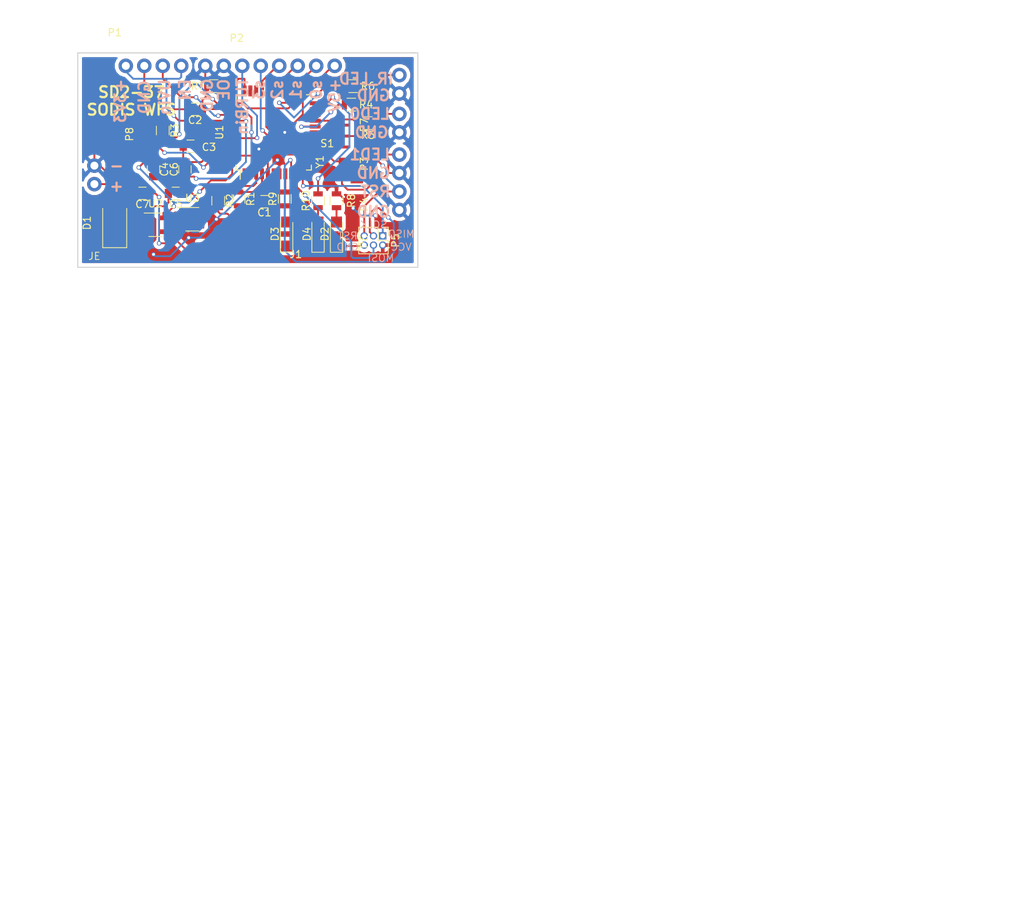
<source format=kicad_pcb>
(kicad_pcb (version 4) (host pcbnew 4.0.5)

  (general
    (links 90)
    (no_connects 0)
    (area 125.654999 82.982999 172.541001 112.597001)
    (thickness 1.6)
    (drawings 44)
    (tracks 392)
    (zones 0)
    (modules 35)
    (nets 50)
  )

  (page USLetter)
  (layers
    (0 F.Cu signal)
    (31 B.Cu signal)
    (32 B.Adhes user)
    (33 F.Adhes user)
    (34 B.Paste user)
    (35 F.Paste user)
    (36 B.SilkS user)
    (37 F.SilkS user)
    (38 B.Mask user)
    (39 F.Mask user)
    (40 Dwgs.User user)
    (41 Cmts.User user)
    (42 Eco1.User user)
    (43 Eco2.User user)
    (44 Edge.Cuts user)
    (45 Margin user)
    (46 B.CrtYd user)
    (47 F.CrtYd user)
    (48 B.Fab user)
    (49 F.Fab user)
  )

  (setup
    (last_trace_width 0.25)
    (trace_clearance 0.2)
    (zone_clearance 0.508)
    (zone_45_only yes)
    (trace_min 0.2)
    (segment_width 0.2)
    (edge_width 0.15)
    (via_size 0.6)
    (via_drill 0.4)
    (via_min_size 0.4)
    (via_min_drill 0.3)
    (uvia_size 0.3)
    (uvia_drill 0.1)
    (uvias_allowed no)
    (uvia_min_size 0.2)
    (uvia_min_drill 0.1)
    (pcb_text_width 0.3)
    (pcb_text_size 1.5 1.5)
    (mod_edge_width 0.15)
    (mod_text_size 1 1)
    (mod_text_width 0.15)
    (pad_size 1.524 1.524)
    (pad_drill 0.762)
    (pad_to_mask_clearance 0.2)
    (aux_axis_origin 0 0)
    (visible_elements 7FFFEFFF)
    (pcbplotparams
      (layerselection 0x00030_80000001)
      (usegerberextensions false)
      (excludeedgelayer true)
      (linewidth 0.100000)
      (plotframeref false)
      (viasonmask false)
      (mode 1)
      (useauxorigin false)
      (hpglpennumber 1)
      (hpglpenspeed 20)
      (hpglpendiameter 15)
      (hpglpenoverlay 2)
      (psnegative false)
      (psa4output false)
      (plotreference true)
      (plotvalue true)
      (plotinvisibletext false)
      (padsonsilk false)
      (subtractmaskfromsilk false)
      (outputformat 1)
      (mirror false)
      (drillshape 1)
      (scaleselection 1)
      (outputdirectory ""))
  )

  (net 0 "")
  (net 1 "Net-(C1-Pad1)")
  (net 2 GND)
  (net 3 "Net-(C2-Pad2)")
  (net 4 "Net-(C3-Pad1)")
  (net 5 +5V)
  (net 6 +3V3)
  (net 7 "Net-(C7-Pad1)")
  (net 8 VCC)
  (net 9 +BATT)
  (net 10 /D+)
  (net 11 /D-)
  (net 12 /UVin)
  (net 13 /turb_s3)
  (net 14 /turb_s2)
  (net 15 /turbIn)
  (net 16 /turb_s1)
  (net 17 /turb_s0)
  (net 18 /ind_LED0)
  (net 19 /ind_LED1)
  (net 20 /MISO)
  (net 21 /SCLK)
  (net 22 /MOSI)
  (net 23 /RST)
  (net 24 /IR_LED)
  (net 25 "Net-(R1-Pad1)")
  (net 26 "Net-(R2-Pad1)")
  (net 27 "Net-(R4-Pad2)")
  (net 28 "Net-(R5-Pad2)")
  (net 29 "Net-(R6-Pad2)")
  (net 30 "Net-(R7-Pad2)")
  (net 31 /RXLED)
  (net 32 /TXLED)
  (net 33 "Net-(U1-Pad1)")
  (net 34 "Net-(U1-Pad2)")
  (net 35 "Net-(U1-Pad16)")
  (net 36 "Net-(U1-Pad17)")
  (net 37 "Net-(U1-Pad20)")
  (net 38 "Net-(U1-Pad21)")
  (net 39 "Net-(U1-Pad26)")
  (net 40 "Net-(U1-Pad27)")
  (net 41 "Net-(U1-Pad31)")
  (net 42 "Net-(U1-Pad32)")
  (net 43 "Net-(U1-Pad38)")
  (net 44 "Net-(U1-Pad39)")
  (net 45 "Net-(U1-Pad41)")
  (net 46 "Net-(U3-Pad4)")
  (net 47 "Net-(D2-Pad2)")
  (net 48 "Net-(D3-Pad2)")
  (net 49 "Net-(D4-Pad2)")

  (net_class Default "This is the default net class."
    (clearance 0.2)
    (trace_width 0.25)
    (via_dia 0.6)
    (via_drill 0.4)
    (uvia_dia 0.3)
    (uvia_drill 0.1)
    (add_net +3V3)
    (add_net +5V)
    (add_net +BATT)
    (add_net /D+)
    (add_net /D-)
    (add_net /IR_LED)
    (add_net /MISO)
    (add_net /MOSI)
    (add_net /RST)
    (add_net /RXLED)
    (add_net /SCLK)
    (add_net /TXLED)
    (add_net /UVin)
    (add_net /ind_LED0)
    (add_net /ind_LED1)
    (add_net /turbIn)
    (add_net /turb_s0)
    (add_net /turb_s1)
    (add_net /turb_s2)
    (add_net /turb_s3)
    (add_net GND)
    (add_net "Net-(C1-Pad1)")
    (add_net "Net-(C2-Pad2)")
    (add_net "Net-(C3-Pad1)")
    (add_net "Net-(C7-Pad1)")
    (add_net "Net-(D2-Pad2)")
    (add_net "Net-(D3-Pad2)")
    (add_net "Net-(D4-Pad2)")
    (add_net "Net-(R1-Pad1)")
    (add_net "Net-(R2-Pad1)")
    (add_net "Net-(R4-Pad2)")
    (add_net "Net-(R5-Pad2)")
    (add_net "Net-(R6-Pad2)")
    (add_net "Net-(R7-Pad2)")
    (add_net "Net-(U1-Pad1)")
    (add_net "Net-(U1-Pad16)")
    (add_net "Net-(U1-Pad17)")
    (add_net "Net-(U1-Pad2)")
    (add_net "Net-(U1-Pad20)")
    (add_net "Net-(U1-Pad21)")
    (add_net "Net-(U1-Pad26)")
    (add_net "Net-(U1-Pad27)")
    (add_net "Net-(U1-Pad31)")
    (add_net "Net-(U1-Pad32)")
    (add_net "Net-(U1-Pad38)")
    (add_net "Net-(U1-Pad39)")
    (add_net "Net-(U1-Pad41)")
    (add_net "Net-(U3-Pad4)")
    (add_net VCC)
  )

  (module Capacitors_SMD:C_0805 (layer F.Cu) (tedit 58AA8463) (tstamp 58B348D1)
    (at 151.384 103.505 180)
    (descr "Capacitor SMD 0805, reflow soldering, AVX (see smccp.pdf)")
    (tags "capacitor 0805")
    (path /58AF3F1E)
    (attr smd)
    (fp_text reference C1 (at 0 -1.5 180) (layer F.SilkS)
      (effects (font (size 1 1) (thickness 0.15)))
    )
    (fp_text value 10uF (at 0 1.75 180) (layer F.Fab)
      (effects (font (size 1 1) (thickness 0.15)))
    )
    (fp_text user %R (at 0 -1.5 180) (layer F.Fab)
      (effects (font (size 1 1) (thickness 0.15)))
    )
    (fp_line (start -1 0.62) (end -1 -0.62) (layer F.Fab) (width 0.1))
    (fp_line (start 1 0.62) (end -1 0.62) (layer F.Fab) (width 0.1))
    (fp_line (start 1 -0.62) (end 1 0.62) (layer F.Fab) (width 0.1))
    (fp_line (start -1 -0.62) (end 1 -0.62) (layer F.Fab) (width 0.1))
    (fp_line (start 0.5 -0.85) (end -0.5 -0.85) (layer F.SilkS) (width 0.12))
    (fp_line (start -0.5 0.85) (end 0.5 0.85) (layer F.SilkS) (width 0.12))
    (fp_line (start -1.75 -0.88) (end 1.75 -0.88) (layer F.CrtYd) (width 0.05))
    (fp_line (start -1.75 -0.88) (end -1.75 0.87) (layer F.CrtYd) (width 0.05))
    (fp_line (start 1.75 0.87) (end 1.75 -0.88) (layer F.CrtYd) (width 0.05))
    (fp_line (start 1.75 0.87) (end -1.75 0.87) (layer F.CrtYd) (width 0.05))
    (pad 1 smd rect (at -1 0 180) (size 1 1.25) (layers F.Cu F.Paste F.Mask)
      (net 1 "Net-(C1-Pad1)"))
    (pad 2 smd rect (at 1 0 180) (size 1 1.25) (layers F.Cu F.Paste F.Mask)
      (net 2 GND))
    (model Capacitors_SMD.3dshapes/C_0805.wrl
      (at (xyz 0 0 0))
      (scale (xyz 1 1 1))
      (rotate (xyz 0 0 0))
    )
  )

  (module Capacitors_SMD:C_0805 (layer F.Cu) (tedit 58AA8463) (tstamp 58B348D7)
    (at 141.859 90.805 180)
    (descr "Capacitor SMD 0805, reflow soldering, AVX (see smccp.pdf)")
    (tags "capacitor 0805")
    (path /58AF4817)
    (attr smd)
    (fp_text reference C2 (at 0 -1.5 180) (layer F.SilkS)
      (effects (font (size 1 1) (thickness 0.15)))
    )
    (fp_text value 1uF (at 0 1.75 180) (layer F.Fab)
      (effects (font (size 1 1) (thickness 0.15)))
    )
    (fp_text user %R (at 0 -1.5 180) (layer F.Fab)
      (effects (font (size 1 1) (thickness 0.15)))
    )
    (fp_line (start -1 0.62) (end -1 -0.62) (layer F.Fab) (width 0.1))
    (fp_line (start 1 0.62) (end -1 0.62) (layer F.Fab) (width 0.1))
    (fp_line (start 1 -0.62) (end 1 0.62) (layer F.Fab) (width 0.1))
    (fp_line (start -1 -0.62) (end 1 -0.62) (layer F.Fab) (width 0.1))
    (fp_line (start 0.5 -0.85) (end -0.5 -0.85) (layer F.SilkS) (width 0.12))
    (fp_line (start -0.5 0.85) (end 0.5 0.85) (layer F.SilkS) (width 0.12))
    (fp_line (start -1.75 -0.88) (end 1.75 -0.88) (layer F.CrtYd) (width 0.05))
    (fp_line (start -1.75 -0.88) (end -1.75 0.87) (layer F.CrtYd) (width 0.05))
    (fp_line (start 1.75 0.87) (end 1.75 -0.88) (layer F.CrtYd) (width 0.05))
    (fp_line (start 1.75 0.87) (end -1.75 0.87) (layer F.CrtYd) (width 0.05))
    (pad 1 smd rect (at -1 0 180) (size 1 1.25) (layers F.Cu F.Paste F.Mask)
      (net 2 GND))
    (pad 2 smd rect (at 1 0 180) (size 1 1.25) (layers F.Cu F.Paste F.Mask)
      (net 3 "Net-(C2-Pad2)"))
    (model Capacitors_SMD.3dshapes/C_0805.wrl
      (at (xyz 0 0 0))
      (scale (xyz 1 1 1))
      (rotate (xyz 0 0 0))
    )
  )

  (module Capacitors_SMD:C_0805 (layer F.Cu) (tedit 58B8D8AB) (tstamp 58B348DD)
    (at 141.224 95.885 180)
    (descr "Capacitor SMD 0805, reflow soldering, AVX (see smccp.pdf)")
    (tags "capacitor 0805")
    (path /58AF4D7D)
    (attr smd)
    (fp_text reference C3 (at -2.54 -0.127 180) (layer F.SilkS)
      (effects (font (size 1 1) (thickness 0.15)))
    )
    (fp_text value 100nF (at 0 1.75 180) (layer F.Fab)
      (effects (font (size 1 1) (thickness 0.15)))
    )
    (fp_text user %R (at -2.794 -0.127 180) (layer F.Fab)
      (effects (font (size 1 1) (thickness 0.15)))
    )
    (fp_line (start -1 0.62) (end -1 -0.62) (layer F.Fab) (width 0.1))
    (fp_line (start 1 0.62) (end -1 0.62) (layer F.Fab) (width 0.1))
    (fp_line (start 1 -0.62) (end 1 0.62) (layer F.Fab) (width 0.1))
    (fp_line (start -1 -0.62) (end 1 -0.62) (layer F.Fab) (width 0.1))
    (fp_line (start 0.5 -0.85) (end -0.5 -0.85) (layer F.SilkS) (width 0.12))
    (fp_line (start -0.5 0.85) (end 0.5 0.85) (layer F.SilkS) (width 0.12))
    (fp_line (start -1.75 -0.88) (end 1.75 -0.88) (layer F.CrtYd) (width 0.05))
    (fp_line (start -1.75 -0.88) (end -1.75 0.87) (layer F.CrtYd) (width 0.05))
    (fp_line (start 1.75 0.87) (end 1.75 -0.88) (layer F.CrtYd) (width 0.05))
    (fp_line (start 1.75 0.87) (end -1.75 0.87) (layer F.CrtYd) (width 0.05))
    (pad 1 smd rect (at -1 0 180) (size 1 1.25) (layers F.Cu F.Paste F.Mask)
      (net 4 "Net-(C3-Pad1)"))
    (pad 2 smd rect (at 1 0 180) (size 1 1.25) (layers F.Cu F.Paste F.Mask)
      (net 2 GND))
    (model Capacitors_SMD.3dshapes/C_0805.wrl
      (at (xyz 0 0 0))
      (scale (xyz 1 1 1))
      (rotate (xyz 0 0 0))
    )
  )

  (module Capacitors_SMD:C_0805 (layer F.Cu) (tedit 58B8D835) (tstamp 58B348E3)
    (at 136.144 99.06 270)
    (descr "Capacitor SMD 0805, reflow soldering, AVX (see smccp.pdf)")
    (tags "capacitor 0805")
    (path /58B2EF5A)
    (attr smd)
    (fp_text reference C4 (at 0 -1.5 270) (layer F.SilkS)
      (effects (font (size 1 1) (thickness 0.15)))
    )
    (fp_text value "2.2 uF" (at -1.016 3.048 360) (layer F.Fab)
      (effects (font (size 1 1) (thickness 0.15)))
    )
    (fp_text user %R (at 0 -1.5 270) (layer F.Fab)
      (effects (font (size 1 1) (thickness 0.15)))
    )
    (fp_line (start -1 0.62) (end -1 -0.62) (layer F.Fab) (width 0.1))
    (fp_line (start 1 0.62) (end -1 0.62) (layer F.Fab) (width 0.1))
    (fp_line (start 1 -0.62) (end 1 0.62) (layer F.Fab) (width 0.1))
    (fp_line (start -1 -0.62) (end 1 -0.62) (layer F.Fab) (width 0.1))
    (fp_line (start 0.5 -0.85) (end -0.5 -0.85) (layer F.SilkS) (width 0.12))
    (fp_line (start -0.5 0.85) (end 0.5 0.85) (layer F.SilkS) (width 0.12))
    (fp_line (start -1.75 -0.88) (end 1.75 -0.88) (layer F.CrtYd) (width 0.05))
    (fp_line (start -1.75 -0.88) (end -1.75 0.87) (layer F.CrtYd) (width 0.05))
    (fp_line (start 1.75 0.87) (end 1.75 -0.88) (layer F.CrtYd) (width 0.05))
    (fp_line (start 1.75 0.87) (end -1.75 0.87) (layer F.CrtYd) (width 0.05))
    (pad 1 smd rect (at -1 0 270) (size 1 1.25) (layers F.Cu F.Paste F.Mask)
      (net 5 +5V))
    (pad 2 smd rect (at 1 0 270) (size 1 1.25) (layers F.Cu F.Paste F.Mask)
      (net 2 GND))
    (model Capacitors_SMD.3dshapes/C_0805.wrl
      (at (xyz 0 0 0))
      (scale (xyz 1 1 1))
      (rotate (xyz 0 0 0))
    )
  )

  (module Capacitors_SMD:C_0805 (layer F.Cu) (tedit 58AA8463) (tstamp 58B348E9)
    (at 139.192 102.362 180)
    (descr "Capacitor SMD 0805, reflow soldering, AVX (see smccp.pdf)")
    (tags "capacitor 0805")
    (path /58B0E62A)
    (attr smd)
    (fp_text reference C5 (at 0 -1.5 180) (layer F.SilkS)
      (effects (font (size 1 1) (thickness 0.15)))
    )
    (fp_text value 10uF (at 0 1.75 180) (layer F.Fab)
      (effects (font (size 1 1) (thickness 0.15)))
    )
    (fp_text user %R (at 0 -1.5 180) (layer F.Fab)
      (effects (font (size 1 1) (thickness 0.15)))
    )
    (fp_line (start -1 0.62) (end -1 -0.62) (layer F.Fab) (width 0.1))
    (fp_line (start 1 0.62) (end -1 0.62) (layer F.Fab) (width 0.1))
    (fp_line (start 1 -0.62) (end 1 0.62) (layer F.Fab) (width 0.1))
    (fp_line (start -1 -0.62) (end 1 -0.62) (layer F.Fab) (width 0.1))
    (fp_line (start 0.5 -0.85) (end -0.5 -0.85) (layer F.SilkS) (width 0.12))
    (fp_line (start -0.5 0.85) (end 0.5 0.85) (layer F.SilkS) (width 0.12))
    (fp_line (start -1.75 -0.88) (end 1.75 -0.88) (layer F.CrtYd) (width 0.05))
    (fp_line (start -1.75 -0.88) (end -1.75 0.87) (layer F.CrtYd) (width 0.05))
    (fp_line (start 1.75 0.87) (end 1.75 -0.88) (layer F.CrtYd) (width 0.05))
    (fp_line (start 1.75 0.87) (end -1.75 0.87) (layer F.CrtYd) (width 0.05))
    (pad 1 smd rect (at -1 0 180) (size 1 1.25) (layers F.Cu F.Paste F.Mask)
      (net 6 +3V3))
    (pad 2 smd rect (at 1 0 180) (size 1 1.25) (layers F.Cu F.Paste F.Mask)
      (net 2 GND))
    (model Capacitors_SMD.3dshapes/C_0805.wrl
      (at (xyz 0 0 0))
      (scale (xyz 1 1 1))
      (rotate (xyz 0 0 0))
    )
  )

  (module Capacitors_SMD:C_0805 (layer F.Cu) (tedit 58AA8463) (tstamp 58B348EF)
    (at 140.462 99.06 90)
    (descr "Capacitor SMD 0805, reflow soldering, AVX (see smccp.pdf)")
    (tags "capacitor 0805")
    (path /58B0E6A0)
    (attr smd)
    (fp_text reference C6 (at 0 -1.5 90) (layer F.SilkS)
      (effects (font (size 1 1) (thickness 0.15)))
    )
    (fp_text value 1uF (at 0 1.75 90) (layer F.Fab)
      (effects (font (size 1 1) (thickness 0.15)))
    )
    (fp_text user %R (at 0 -1.5 90) (layer F.Fab)
      (effects (font (size 1 1) (thickness 0.15)))
    )
    (fp_line (start -1 0.62) (end -1 -0.62) (layer F.Fab) (width 0.1))
    (fp_line (start 1 0.62) (end -1 0.62) (layer F.Fab) (width 0.1))
    (fp_line (start 1 -0.62) (end 1 0.62) (layer F.Fab) (width 0.1))
    (fp_line (start -1 -0.62) (end 1 -0.62) (layer F.Fab) (width 0.1))
    (fp_line (start 0.5 -0.85) (end -0.5 -0.85) (layer F.SilkS) (width 0.12))
    (fp_line (start -0.5 0.85) (end 0.5 0.85) (layer F.SilkS) (width 0.12))
    (fp_line (start -1.75 -0.88) (end 1.75 -0.88) (layer F.CrtYd) (width 0.05))
    (fp_line (start -1.75 -0.88) (end -1.75 0.87) (layer F.CrtYd) (width 0.05))
    (fp_line (start 1.75 0.87) (end 1.75 -0.88) (layer F.CrtYd) (width 0.05))
    (fp_line (start 1.75 0.87) (end -1.75 0.87) (layer F.CrtYd) (width 0.05))
    (pad 1 smd rect (at -1 0 90) (size 1 1.25) (layers F.Cu F.Paste F.Mask)
      (net 6 +3V3))
    (pad 2 smd rect (at 1 0 90) (size 1 1.25) (layers F.Cu F.Paste F.Mask)
      (net 2 GND))
    (model Capacitors_SMD.3dshapes/C_0805.wrl
      (at (xyz 0 0 0))
      (scale (xyz 1 1 1))
      (rotate (xyz 0 0 0))
    )
  )

  (module Capacitors_SMD:C_0805 (layer F.Cu) (tedit 58AA8463) (tstamp 58B348F5)
    (at 134.62 102.362 180)
    (descr "Capacitor SMD 0805, reflow soldering, AVX (see smccp.pdf)")
    (tags "capacitor 0805")
    (path /58B33624)
    (attr smd)
    (fp_text reference C7 (at 0 -1.5 180) (layer F.SilkS)
      (effects (font (size 1 1) (thickness 0.15)))
    )
    (fp_text value 470pF (at 0 1.75 180) (layer F.Fab)
      (effects (font (size 1 1) (thickness 0.15)))
    )
    (fp_text user %R (at 0 -1.5 180) (layer F.Fab)
      (effects (font (size 1 1) (thickness 0.15)))
    )
    (fp_line (start -1 0.62) (end -1 -0.62) (layer F.Fab) (width 0.1))
    (fp_line (start 1 0.62) (end -1 0.62) (layer F.Fab) (width 0.1))
    (fp_line (start 1 -0.62) (end 1 0.62) (layer F.Fab) (width 0.1))
    (fp_line (start -1 -0.62) (end 1 -0.62) (layer F.Fab) (width 0.1))
    (fp_line (start 0.5 -0.85) (end -0.5 -0.85) (layer F.SilkS) (width 0.12))
    (fp_line (start -0.5 0.85) (end 0.5 0.85) (layer F.SilkS) (width 0.12))
    (fp_line (start -1.75 -0.88) (end 1.75 -0.88) (layer F.CrtYd) (width 0.05))
    (fp_line (start -1.75 -0.88) (end -1.75 0.87) (layer F.CrtYd) (width 0.05))
    (fp_line (start 1.75 0.87) (end 1.75 -0.88) (layer F.CrtYd) (width 0.05))
    (fp_line (start 1.75 0.87) (end -1.75 0.87) (layer F.CrtYd) (width 0.05))
    (pad 1 smd rect (at -1 0 180) (size 1 1.25) (layers F.Cu F.Paste F.Mask)
      (net 7 "Net-(C7-Pad1)"))
    (pad 2 smd rect (at 1 0 180) (size 1 1.25) (layers F.Cu F.Paste F.Mask)
      (net 2 GND))
    (model Capacitors_SMD.3dshapes/C_0805.wrl
      (at (xyz 0 0 0))
      (scale (xyz 1 1 1))
      (rotate (xyz 0 0 0))
    )
  )

  (module Diodes_SMD:D_SMA_Standard (layer F.Cu) (tedit 586432E5) (tstamp 58B348FB)
    (at 130.81 106.426 90)
    (descr "Diode SMA")
    (tags "Diode SMA")
    (path /58AF7A71)
    (attr smd)
    (fp_text reference D1 (at 0 -3.81 90) (layer F.SilkS)
      (effects (font (size 1 1) (thickness 0.15)))
    )
    (fp_text value D_Schottky (at 0 4.3 90) (layer F.Fab)
      (effects (font (size 1 1) (thickness 0.15)))
    )
    (fp_line (start -3.4 -1.65) (end -3.4 1.65) (layer F.SilkS) (width 0.12))
    (fp_line (start 2.3 1.5) (end -2.3 1.5) (layer F.Fab) (width 0.1))
    (fp_line (start -2.3 1.5) (end -2.3 -1.5) (layer F.Fab) (width 0.1))
    (fp_line (start 2.3 -1.5) (end 2.3 1.5) (layer F.Fab) (width 0.1))
    (fp_line (start 2.3 -1.5) (end -2.3 -1.5) (layer F.Fab) (width 0.1))
    (fp_line (start -3.5 -1.75) (end 3.5 -1.75) (layer F.CrtYd) (width 0.05))
    (fp_line (start 3.5 -1.75) (end 3.5 1.75) (layer F.CrtYd) (width 0.05))
    (fp_line (start 3.5 1.75) (end -3.5 1.75) (layer F.CrtYd) (width 0.05))
    (fp_line (start -3.5 1.75) (end -3.5 -1.75) (layer F.CrtYd) (width 0.05))
    (fp_line (start -0.64944 0.00102) (end -1.55114 0.00102) (layer F.Fab) (width 0.1))
    (fp_line (start 0.50118 0.00102) (end 1.4994 0.00102) (layer F.Fab) (width 0.1))
    (fp_line (start -0.64944 -0.79908) (end -0.64944 0.80112) (layer F.Fab) (width 0.1))
    (fp_line (start 0.50118 0.75032) (end 0.50118 -0.79908) (layer F.Fab) (width 0.1))
    (fp_line (start -0.64944 0.00102) (end 0.50118 0.75032) (layer F.Fab) (width 0.1))
    (fp_line (start -0.64944 0.00102) (end 0.50118 -0.79908) (layer F.Fab) (width 0.1))
    (fp_line (start -3.4 1.65) (end 2 1.65) (layer F.SilkS) (width 0.12))
    (fp_line (start -3.4 -1.65) (end 2 -1.65) (layer F.SilkS) (width 0.12))
    (pad 1 smd rect (at -2 0 90) (size 2.5 1.8) (layers F.Cu F.Paste F.Mask)
      (net 8 VCC))
    (pad 2 smd rect (at 2 0 90) (size 2.5 1.8) (layers F.Cu F.Paste F.Mask)
      (net 9 +BATT))
    (model Diodes_SMD.3dshapes/D_SMA_Standard.wrl
      (at (xyz 0 0 0))
      (scale (xyz 0.3937 0.3937 0.3937))
      (rotate (xyz 0 0 180))
    )
  )

  (module myLib:usbMicroB_SF08533 (layer F.Cu) (tedit 58B5C5DB) (tstamp 58B34908)
    (at 147.32 111.506)
    (path /58B39764)
    (fp_text reference J1 (at 8.382 -0.762) (layer F.SilkS)
      (effects (font (size 1 1) (thickness 0.15)))
    )
    (fp_text value USB_MicroB (at -8.89 -3.81) (layer F.Fab)
      (effects (font (size 1 1) (thickness 0.15)))
    )
    (fp_line (start -3.302 -2.54) (end -3.302 -4.064) (layer F.Fab) (width 0.15))
    (fp_line (start -3.302 -4.064) (end -1.778 -4.064) (layer F.Fab) (width 0.15))
    (fp_line (start -1.778 -4.064) (end -1.778 -3.048) (layer F.Fab) (width 0.15))
    (fp_line (start -1.778 -3.048) (end 1.778 -3.048) (layer F.Fab) (width 0.15))
    (fp_line (start 1.778 -3.048) (end 1.778 -4.064) (layer F.Fab) (width 0.15))
    (fp_line (start 1.778 -4.064) (end 3.048 -4.064) (layer F.Fab) (width 0.15))
    (fp_line (start 3.048 -4.064) (end 3.302 -4.064) (layer F.Fab) (width 0.15))
    (fp_line (start 3.302 -4.064) (end 3.302 -2.54) (layer F.Fab) (width 0.15))
    (pad 6 smd rect (at 4.05 -1.45) (size 1.9 1.9) (layers F.Cu F.Paste F.Mask)
      (net 2 GND))
    (pad 6 smd rect (at 1.2 -1.45) (size 1.9 1.9) (layers F.Cu F.Paste F.Mask)
      (net 2 GND))
    (pad 6 smd rect (at -1.2 -1.45) (size 1.9 1.9) (layers F.Cu F.Paste F.Mask)
      (net 2 GND))
    (pad 6 smd rect (at -4.05 -1.45) (size 1.9 1.9) (layers F.Cu F.Paste F.Mask)
      (net 2 GND))
    (pad 3 smd rect (at 0 -4.1) (size 0.4 1.4) (layers F.Cu F.Paste F.Mask)
      (net 10 /D+))
    (pad 4 smd rect (at 0.65 -4.1) (size 0.4 1.4) (layers F.Cu F.Paste F.Mask))
    (pad 2 smd rect (at -0.65 -4.1) (size 0.4 1.4) (layers F.Cu F.Paste F.Mask)
      (net 11 /D-))
    (pad 5 smd rect (at 1.3 -4.1) (size 0.4 1.4) (layers F.Cu F.Paste F.Mask)
      (net 2 GND))
    (pad 1 smd rect (at -1.3 -4.1) (size 0.4 1.4) (layers F.Cu F.Paste F.Mask)
      (net 8 VCC))
  )

  (module myLib:small_screw_terminal_01x04_2.54pitch (layer F.Cu) (tedit 58B5C36F) (tstamp 58B34910)
    (at 136.144 84.836 180)
    (path /58AFB0DC)
    (fp_text reference P1 (at 5.334 4.572 180) (layer F.SilkS)
      (effects (font (size 1 1) (thickness 0.15)))
    )
    (fp_text value "UV Sensor" (at 0 -2.54 180) (layer F.Fab)
      (effects (font (size 1 1) (thickness 0.15)))
    )
    (pad 1 thru_hole circle (at 3.81 0 180) (size 2 2) (drill 1.1) (layers *.Cu *.Mask)
      (net 6 +3V3))
    (pad 2 thru_hole circle (at 1.27 0 180) (size 2 2) (drill 1.1) (layers *.Cu *.Mask)
      (net 2 GND))
    (pad 3 thru_hole circle (at -1.27 0 180) (size 2 2) (drill 1.1) (layers *.Cu *.Mask)
      (net 12 /UVin))
    (pad 4 thru_hole circle (at -3.81 0 180) (size 2 2) (drill 1.1) (layers *.Cu *.Mask)
      (net 6 +3V3))
  )

  (module myLib:small_screw_terminal_01x08_2.54pitch (layer F.Cu) (tedit 58B8D408) (tstamp 58B3491C)
    (at 152.146 84.836 180)
    (path /58AFDFCF)
    (fp_text reference P2 (at 4.572 3.81 180) (layer F.SilkS)
      (effects (font (size 1 1) (thickness 0.15)))
    )
    (fp_text value Turbidity (at -1.27 2.54 180) (layer F.Fab)
      (effects (font (size 1 1) (thickness 0.15)))
    )
    (pad 5 thru_hole circle (at 1.27 0 180) (size 2 2) (drill 1.1) (layers *.Cu *.Mask)
      (net 13 /turb_s3))
    (pad 4 thru_hole circle (at -1.27 0 180) (size 2 2) (drill 1.1) (layers *.Cu *.Mask)
      (net 14 /turb_s2))
    (pad 6 thru_hole circle (at 3.81 0 180) (size 2 2) (drill 1.1) (layers *.Cu *.Mask)
      (net 15 /turbIn))
    (pad 3 thru_hole circle (at -3.81 0 180) (size 2 2) (drill 1.1) (layers *.Cu *.Mask)
      (net 16 /turb_s1))
    (pad 7 thru_hole circle (at 6.35 0 180) (size 2 2) (drill 1.1) (layers *.Cu *.Mask)
      (net 2 GND))
    (pad 1 thru_hole circle (at -8.89 0 180) (size 2 2) (drill 1.1) (layers *.Cu *.Mask)
      (net 5 +5V))
    (pad 8 thru_hole circle (at 8.89 0 180) (size 2 2) (drill 1.1) (layers *.Cu *.Mask)
      (net 2 GND))
    (pad 2 thru_hole circle (at -6.35 0 180) (size 2 2) (drill 1.1) (layers *.Cu *.Mask)
      (net 17 /turb_s0))
  )

  (module myLib:small_screw_terminal_1x2_PC1725656 (layer F.Cu) (tedit 58B3434A) (tstamp 58B34922)
    (at 169.926 92.71 270)
    (path /58B000D5)
    (fp_text reference P3 (at 5.588 4.826 270) (layer F.SilkS)
      (effects (font (size 1 1) (thickness 0.15)))
    )
    (fp_text value "Indicator 0" (at -0.254 -6.096 270) (layer F.Fab)
      (effects (font (size 1 1) (thickness 0.15)))
    )
    (pad 2 thru_hole circle (at 1.27 0 270) (size 2 2) (drill 1.1) (layers *.Cu *.Mask)
      (net 2 GND))
    (pad 1 thru_hole circle (at -1.27 0 270) (size 2 2) (drill 1.1) (layers *.Cu *.Mask)
      (net 18 /ind_LED0))
  )

  (module myLib:small_screw_terminal_1x2_PC1725656 (layer F.Cu) (tedit 58B5C16A) (tstamp 58B34928)
    (at 169.926 98.298 270)
    (path /58B0104A)
    (fp_text reference P4 (at 5.588 4.826 270) (layer F.SilkS)
      (effects (font (size 1 1) (thickness 0.15)))
    )
    (fp_text value "Indicator 1" (at -1.27 -2.54 270) (layer F.Fab)
      (effects (font (size 1 1) (thickness 0.15)))
    )
    (pad 2 thru_hole circle (at 1.27 0 270) (size 2 2) (drill 1.1) (layers *.Cu *.Mask)
      (net 2 GND))
    (pad 1 thru_hole circle (at -1.27 0 270) (size 2 2) (drill 1.1) (layers *.Cu *.Mask)
      (net 19 /ind_LED1))
  )

  (module Pin_Headers:Pin_Header_Straight_2x03_Pitch1.27mm (layer F.Cu) (tedit 5862ED5D) (tstamp 58B34932)
    (at 167.64 108.204 270)
    (descr "Through hole straight pin header, 2x03, 1.27mm pitch, double rows")
    (tags "Through hole pin header THT 2x03 1.27mm double row")
    (path /58B0278D)
    (fp_text reference P5 (at 0.635 -1.755 270) (layer F.SilkS)
      (effects (font (size 1 1) (thickness 0.15)))
    )
    (fp_text value ISP (at 0.635 4.295 270) (layer F.Fab)
      (effects (font (size 1 1) (thickness 0.15)))
    )
    (fp_line (start -1.07 -0.635) (end -1.07 3.175) (layer F.Fab) (width 0.1))
    (fp_line (start -1.07 3.175) (end 2.34 3.175) (layer F.Fab) (width 0.1))
    (fp_line (start 2.34 3.175) (end 2.34 -0.635) (layer F.Fab) (width 0.1))
    (fp_line (start 2.34 -0.635) (end -1.07 -0.635) (layer F.Fab) (width 0.1))
    (fp_line (start -1.19 0.635) (end -1.19 3.295) (layer F.SilkS) (width 0.12))
    (fp_line (start -1.19 3.295) (end 2.46 3.295) (layer F.SilkS) (width 0.12))
    (fp_line (start 2.46 3.295) (end 2.46 -0.755) (layer F.SilkS) (width 0.12))
    (fp_line (start 2.46 -0.755) (end 0.635 -0.755) (layer F.SilkS) (width 0.12))
    (fp_line (start 0.635 -0.755) (end 0.635 0.635) (layer F.SilkS) (width 0.12))
    (fp_line (start 0.635 0.635) (end -1.19 0.635) (layer F.SilkS) (width 0.12))
    (fp_line (start -1.19 0) (end -1.19 -0.755) (layer F.SilkS) (width 0.12))
    (fp_line (start -1.19 -0.755) (end 0 -0.755) (layer F.SilkS) (width 0.12))
    (fp_line (start -1.4 -0.9) (end -1.4 3.5) (layer F.CrtYd) (width 0.05))
    (fp_line (start -1.4 3.5) (end 2.6 3.5) (layer F.CrtYd) (width 0.05))
    (fp_line (start 2.6 3.5) (end 2.6 -0.9) (layer F.CrtYd) (width 0.05))
    (fp_line (start 2.6 -0.9) (end -1.4 -0.9) (layer F.CrtYd) (width 0.05))
    (pad 1 thru_hole rect (at 0 0 270) (size 1 1) (drill 0.65) (layers *.Cu *.Mask)
      (net 20 /MISO))
    (pad 2 thru_hole oval (at 1.27 0 270) (size 1 1) (drill 0.65) (layers *.Cu *.Mask)
      (net 8 VCC))
    (pad 3 thru_hole oval (at 0 1.27 270) (size 1 1) (drill 0.65) (layers *.Cu *.Mask)
      (net 21 /SCLK))
    (pad 4 thru_hole oval (at 1.27 1.27 270) (size 1 1) (drill 0.65) (layers *.Cu *.Mask)
      (net 22 /MOSI))
    (pad 5 thru_hole oval (at 0 2.54 270) (size 1 1) (drill 0.65) (layers *.Cu *.Mask)
      (net 23 /RST))
    (pad 6 thru_hole oval (at 1.27 2.54 270) (size 1 1) (drill 0.65) (layers *.Cu *.Mask)
      (net 2 GND))
    (model Pin_Headers.3dshapes/Pin_Header_Straight_2x03_Pitch1.27mm.wrl
      (at (xyz 0 0 0))
      (scale (xyz 1 1 1))
      (rotate (xyz 0 0 0))
    )
  )

  (module myLib:small_screw_terminal_1x2_PC1725656 (layer F.Cu) (tedit 58B3434A) (tstamp 58B34938)
    (at 169.926 103.378 270)
    (path /58B03D12)
    (fp_text reference P6 (at 5.588 4.826 270) (layer F.SilkS)
      (effects (font (size 1 1) (thickness 0.15)))
    )
    (fp_text value "Global Reset" (at -0.254 -6.096 270) (layer F.Fab)
      (effects (font (size 1 1) (thickness 0.15)))
    )
    (pad 2 thru_hole circle (at 1.27 0 270) (size 2 2) (drill 1.1) (layers *.Cu *.Mask)
      (net 2 GND))
    (pad 1 thru_hole circle (at -1.27 0 270) (size 2 2) (drill 1.1) (layers *.Cu *.Mask)
      (net 23 /RST))
  )

  (module myLib:small_screw_terminal_1x2_PC1725656 (layer F.Cu) (tedit 58B3434A) (tstamp 58B3493E)
    (at 169.926 87.376 270)
    (path /58B05721)
    (fp_text reference P7 (at 5.588 4.826 270) (layer F.SilkS)
      (effects (font (size 1 1) (thickness 0.15)))
    )
    (fp_text value "IR LED" (at -0.254 -6.096 270) (layer F.Fab)
      (effects (font (size 1 1) (thickness 0.15)))
    )
    (pad 2 thru_hole circle (at 1.27 0 270) (size 2 2) (drill 1.1) (layers *.Cu *.Mask)
      (net 2 GND))
    (pad 1 thru_hole circle (at -1.27 0 270) (size 2 2) (drill 1.1) (layers *.Cu *.Mask)
      (net 24 /IR_LED))
  )

  (module myLib:small_screw_terminal_1x2_PC1725656 (layer F.Cu) (tedit 58B5C548) (tstamp 58B34944)
    (at 128.016 99.822 90)
    (path /58B0DE8B)
    (fp_text reference P8 (at 5.588 4.826 90) (layer F.SilkS)
      (effects (font (size 1 1) (thickness 0.15)))
    )
    (fp_text value "Batt. In" (at 0 3.175 90) (layer F.Fab)
      (effects (font (size 1 1) (thickness 0.15)))
    )
    (pad 2 thru_hole circle (at 1.27 0 90) (size 2 2) (drill 1.1) (layers *.Cu *.Mask)
      (net 2 GND))
    (pad 1 thru_hole circle (at -1.27 0 90) (size 2 2) (drill 1.1) (layers *.Cu *.Mask)
      (net 9 +BATT))
  )

  (module Resistors_SMD:R_0805 (layer F.Cu) (tedit 58AADA8F) (tstamp 58B3494A)
    (at 147.828 103.124 270)
    (descr "Resistor SMD 0805, reflow soldering, Vishay (see dcrcw.pdf)")
    (tags "resistor 0805")
    (path /58AF3759)
    (attr smd)
    (fp_text reference R1 (at 0 -1.65 270) (layer F.SilkS)
      (effects (font (size 1 1) (thickness 0.15)))
    )
    (fp_text value 22 (at 0 1.75 270) (layer F.Fab)
      (effects (font (size 1 1) (thickness 0.15)))
    )
    (fp_text user %R (at 0 -1.65 270) (layer F.Fab)
      (effects (font (size 1 1) (thickness 0.15)))
    )
    (fp_line (start -1 0.62) (end -1 -0.62) (layer F.Fab) (width 0.1))
    (fp_line (start 1 0.62) (end -1 0.62) (layer F.Fab) (width 0.1))
    (fp_line (start 1 -0.62) (end 1 0.62) (layer F.Fab) (width 0.1))
    (fp_line (start -1 -0.62) (end 1 -0.62) (layer F.Fab) (width 0.1))
    (fp_line (start 0.6 0.88) (end -0.6 0.88) (layer F.SilkS) (width 0.12))
    (fp_line (start -0.6 -0.88) (end 0.6 -0.88) (layer F.SilkS) (width 0.12))
    (fp_line (start -1.55 -0.9) (end 1.55 -0.9) (layer F.CrtYd) (width 0.05))
    (fp_line (start -1.55 -0.9) (end -1.55 0.9) (layer F.CrtYd) (width 0.05))
    (fp_line (start 1.55 0.9) (end 1.55 -0.9) (layer F.CrtYd) (width 0.05))
    (fp_line (start 1.55 0.9) (end -1.55 0.9) (layer F.CrtYd) (width 0.05))
    (pad 1 smd rect (at -0.95 0 270) (size 0.7 1.3) (layers F.Cu F.Paste F.Mask)
      (net 25 "Net-(R1-Pad1)"))
    (pad 2 smd rect (at 0.95 0 270) (size 0.7 1.3) (layers F.Cu F.Paste F.Mask)
      (net 10 /D+))
    (model Resistors_SMD.3dshapes/R_0805.wrl
      (at (xyz 0 0 0))
      (scale (xyz 1 1 1))
      (rotate (xyz 0 0 0))
    )
  )

  (module Resistors_SMD:R_0805 (layer F.Cu) (tedit 58AADA8F) (tstamp 58B34950)
    (at 145.034 103.378 270)
    (descr "Resistor SMD 0805, reflow soldering, Vishay (see dcrcw.pdf)")
    (tags "resistor 0805")
    (path /58AF37AA)
    (attr smd)
    (fp_text reference R2 (at 0 -1.65 270) (layer F.SilkS)
      (effects (font (size 1 1) (thickness 0.15)))
    )
    (fp_text value 22 (at 0 1.75 270) (layer F.Fab)
      (effects (font (size 1 1) (thickness 0.15)))
    )
    (fp_text user %R (at 0 -1.65 270) (layer F.Fab)
      (effects (font (size 1 1) (thickness 0.15)))
    )
    (fp_line (start -1 0.62) (end -1 -0.62) (layer F.Fab) (width 0.1))
    (fp_line (start 1 0.62) (end -1 0.62) (layer F.Fab) (width 0.1))
    (fp_line (start 1 -0.62) (end 1 0.62) (layer F.Fab) (width 0.1))
    (fp_line (start -1 -0.62) (end 1 -0.62) (layer F.Fab) (width 0.1))
    (fp_line (start 0.6 0.88) (end -0.6 0.88) (layer F.SilkS) (width 0.12))
    (fp_line (start -0.6 -0.88) (end 0.6 -0.88) (layer F.SilkS) (width 0.12))
    (fp_line (start -1.55 -0.9) (end 1.55 -0.9) (layer F.CrtYd) (width 0.05))
    (fp_line (start -1.55 -0.9) (end -1.55 0.9) (layer F.CrtYd) (width 0.05))
    (fp_line (start 1.55 0.9) (end 1.55 -0.9) (layer F.CrtYd) (width 0.05))
    (fp_line (start 1.55 0.9) (end -1.55 0.9) (layer F.CrtYd) (width 0.05))
    (pad 1 smd rect (at -0.95 0 270) (size 0.7 1.3) (layers F.Cu F.Paste F.Mask)
      (net 26 "Net-(R2-Pad1)"))
    (pad 2 smd rect (at 0.95 0 270) (size 0.7 1.3) (layers F.Cu F.Paste F.Mask)
      (net 11 /D-))
    (model Resistors_SMD.3dshapes/R_0805.wrl
      (at (xyz 0 0 0))
      (scale (xyz 1 1 1))
      (rotate (xyz 0 0 0))
    )
  )

  (module Resistors_SMD:R_0805 (layer F.Cu) (tedit 58AADA8F) (tstamp 58B34956)
    (at 137.414 93.726 270)
    (descr "Resistor SMD 0805, reflow soldering, Vishay (see dcrcw.pdf)")
    (tags "resistor 0805")
    (path /58AF4409)
    (attr smd)
    (fp_text reference R3 (at 0 -1.65 270) (layer F.SilkS)
      (effects (font (size 1 1) (thickness 0.15)))
    )
    (fp_text value 30 (at 0 1.75 270) (layer F.Fab)
      (effects (font (size 1 1) (thickness 0.15)))
    )
    (fp_text user %R (at 0 -1.65 270) (layer F.Fab)
      (effects (font (size 1 1) (thickness 0.15)))
    )
    (fp_line (start -1 0.62) (end -1 -0.62) (layer F.Fab) (width 0.1))
    (fp_line (start 1 0.62) (end -1 0.62) (layer F.Fab) (width 0.1))
    (fp_line (start 1 -0.62) (end 1 0.62) (layer F.Fab) (width 0.1))
    (fp_line (start -1 -0.62) (end 1 -0.62) (layer F.Fab) (width 0.1))
    (fp_line (start 0.6 0.88) (end -0.6 0.88) (layer F.SilkS) (width 0.12))
    (fp_line (start -0.6 -0.88) (end 0.6 -0.88) (layer F.SilkS) (width 0.12))
    (fp_line (start -1.55 -0.9) (end 1.55 -0.9) (layer F.CrtYd) (width 0.05))
    (fp_line (start -1.55 -0.9) (end -1.55 0.9) (layer F.CrtYd) (width 0.05))
    (fp_line (start 1.55 0.9) (end 1.55 -0.9) (layer F.CrtYd) (width 0.05))
    (fp_line (start 1.55 0.9) (end -1.55 0.9) (layer F.CrtYd) (width 0.05))
    (pad 1 smd rect (at -0.95 0 270) (size 0.7 1.3) (layers F.Cu F.Paste F.Mask)
      (net 3 "Net-(C2-Pad2)"))
    (pad 2 smd rect (at 0.95 0 270) (size 0.7 1.3) (layers F.Cu F.Paste F.Mask)
      (net 5 +5V))
    (model Resistors_SMD.3dshapes/R_0805.wrl
      (at (xyz 0 0 0))
      (scale (xyz 1 1 1))
      (rotate (xyz 0 0 0))
    )
  )

  (module Resistors_SMD:R_0805 (layer F.Cu) (tedit 58B8D865) (tstamp 58B3495C)
    (at 163.322 90.17 180)
    (descr "Resistor SMD 0805, reflow soldering, Vishay (see dcrcw.pdf)")
    (tags "resistor 0805")
    (path /58AF8CA5)
    (attr smd)
    (fp_text reference R4 (at -2.032 0 180) (layer F.SilkS)
      (effects (font (size 1 1) (thickness 0.15)))
    )
    (fp_text value 680 (at 0 1.75 180) (layer F.Fab)
      (effects (font (size 1 1) (thickness 0.15)))
    )
    (fp_text user %R (at -2.286 0 180) (layer F.Fab)
      (effects (font (size 1 1) (thickness 0.15)))
    )
    (fp_line (start -1 0.62) (end -1 -0.62) (layer F.Fab) (width 0.1))
    (fp_line (start 1 0.62) (end -1 0.62) (layer F.Fab) (width 0.1))
    (fp_line (start 1 -0.62) (end 1 0.62) (layer F.Fab) (width 0.1))
    (fp_line (start -1 -0.62) (end 1 -0.62) (layer F.Fab) (width 0.1))
    (fp_line (start 0.6 0.88) (end -0.6 0.88) (layer F.SilkS) (width 0.12))
    (fp_line (start -0.6 -0.88) (end 0.6 -0.88) (layer F.SilkS) (width 0.12))
    (fp_line (start -1.55 -0.9) (end 1.55 -0.9) (layer F.CrtYd) (width 0.05))
    (fp_line (start -1.55 -0.9) (end -1.55 0.9) (layer F.CrtYd) (width 0.05))
    (fp_line (start 1.55 0.9) (end 1.55 -0.9) (layer F.CrtYd) (width 0.05))
    (fp_line (start 1.55 0.9) (end -1.55 0.9) (layer F.CrtYd) (width 0.05))
    (pad 1 smd rect (at -0.95 0 180) (size 0.7 1.3) (layers F.Cu F.Paste F.Mask)
      (net 18 /ind_LED0))
    (pad 2 smd rect (at 0.95 0 180) (size 0.7 1.3) (layers F.Cu F.Paste F.Mask)
      (net 27 "Net-(R4-Pad2)"))
    (model Resistors_SMD.3dshapes/R_0805.wrl
      (at (xyz 0 0 0))
      (scale (xyz 1 1 1))
      (rotate (xyz 0 0 0))
    )
  )

  (module Resistors_SMD:R_0805 (layer F.Cu) (tedit 58AADA8F) (tstamp 58B34962)
    (at 165.608 92.71 180)
    (descr "Resistor SMD 0805, reflow soldering, Vishay (see dcrcw.pdf)")
    (tags "resistor 0805")
    (path /58AF9610)
    (attr smd)
    (fp_text reference R5 (at 0 -1.65 180) (layer F.SilkS)
      (effects (font (size 1 1) (thickness 0.15)))
    )
    (fp_text value 680 (at 0 1.75 180) (layer F.Fab)
      (effects (font (size 1 1) (thickness 0.15)))
    )
    (fp_text user %R (at 0 -1.65 180) (layer F.Fab)
      (effects (font (size 1 1) (thickness 0.15)))
    )
    (fp_line (start -1 0.62) (end -1 -0.62) (layer F.Fab) (width 0.1))
    (fp_line (start 1 0.62) (end -1 0.62) (layer F.Fab) (width 0.1))
    (fp_line (start 1 -0.62) (end 1 0.62) (layer F.Fab) (width 0.1))
    (fp_line (start -1 -0.62) (end 1 -0.62) (layer F.Fab) (width 0.1))
    (fp_line (start 0.6 0.88) (end -0.6 0.88) (layer F.SilkS) (width 0.12))
    (fp_line (start -0.6 -0.88) (end 0.6 -0.88) (layer F.SilkS) (width 0.12))
    (fp_line (start -1.55 -0.9) (end 1.55 -0.9) (layer F.CrtYd) (width 0.05))
    (fp_line (start -1.55 -0.9) (end -1.55 0.9) (layer F.CrtYd) (width 0.05))
    (fp_line (start 1.55 0.9) (end 1.55 -0.9) (layer F.CrtYd) (width 0.05))
    (fp_line (start 1.55 0.9) (end -1.55 0.9) (layer F.CrtYd) (width 0.05))
    (pad 1 smd rect (at -0.95 0 180) (size 0.7 1.3) (layers F.Cu F.Paste F.Mask)
      (net 19 /ind_LED1))
    (pad 2 smd rect (at 0.95 0 180) (size 0.7 1.3) (layers F.Cu F.Paste F.Mask)
      (net 28 "Net-(R5-Pad2)"))
    (model Resistors_SMD.3dshapes/R_0805.wrl
      (at (xyz 0 0 0))
      (scale (xyz 1 1 1))
      (rotate (xyz 0 0 0))
    )
  )

  (module Resistors_SMD:R_0805 (layer F.Cu) (tedit 58B8D856) (tstamp 58B34968)
    (at 163.576 87.63 180)
    (descr "Resistor SMD 0805, reflow soldering, Vishay (see dcrcw.pdf)")
    (tags "resistor 0805")
    (path /58B04ECE)
    (attr smd)
    (fp_text reference R6 (at -2.032 0 180) (layer F.SilkS)
      (effects (font (size 1 1) (thickness 0.15)))
    )
    (fp_text value 680 (at 0 1.75 180) (layer F.Fab)
      (effects (font (size 1 1) (thickness 0.15)))
    )
    (fp_text user %R (at -2.032 0 180) (layer F.Fab)
      (effects (font (size 1 1) (thickness 0.15)))
    )
    (fp_line (start -1 0.62) (end -1 -0.62) (layer F.Fab) (width 0.1))
    (fp_line (start 1 0.62) (end -1 0.62) (layer F.Fab) (width 0.1))
    (fp_line (start 1 -0.62) (end 1 0.62) (layer F.Fab) (width 0.1))
    (fp_line (start -1 -0.62) (end 1 -0.62) (layer F.Fab) (width 0.1))
    (fp_line (start 0.6 0.88) (end -0.6 0.88) (layer F.SilkS) (width 0.12))
    (fp_line (start -0.6 -0.88) (end 0.6 -0.88) (layer F.SilkS) (width 0.12))
    (fp_line (start -1.55 -0.9) (end 1.55 -0.9) (layer F.CrtYd) (width 0.05))
    (fp_line (start -1.55 -0.9) (end -1.55 0.9) (layer F.CrtYd) (width 0.05))
    (fp_line (start 1.55 0.9) (end 1.55 -0.9) (layer F.CrtYd) (width 0.05))
    (fp_line (start 1.55 0.9) (end -1.55 0.9) (layer F.CrtYd) (width 0.05))
    (pad 1 smd rect (at -0.95 0 180) (size 0.7 1.3) (layers F.Cu F.Paste F.Mask)
      (net 24 /IR_LED))
    (pad 2 smd rect (at 0.95 0 180) (size 0.7 1.3) (layers F.Cu F.Paste F.Mask)
      (net 29 "Net-(R6-Pad2)"))
    (model Resistors_SMD.3dshapes/R_0805.wrl
      (at (xyz 0 0 0))
      (scale (xyz 1 1 1))
      (rotate (xyz 0 0 0))
    )
  )

  (module Resistors_SMD:R_0805 (layer F.Cu) (tedit 58B8D89A) (tstamp 58B3496E)
    (at 144.399 87.63)
    (descr "Resistor SMD 0805, reflow soldering, Vishay (see dcrcw.pdf)")
    (tags "resistor 0805")
    (path /58B0891E)
    (attr smd)
    (fp_text reference R7 (at -2.159 0) (layer F.SilkS)
      (effects (font (size 1 1) (thickness 0.15)))
    )
    (fp_text value 10k (at 0 1.75) (layer F.Fab)
      (effects (font (size 1 1) (thickness 0.15)))
    )
    (fp_text user %R (at -2.159 0) (layer F.Fab)
      (effects (font (size 1 1) (thickness 0.15)))
    )
    (fp_line (start -1 0.62) (end -1 -0.62) (layer F.Fab) (width 0.1))
    (fp_line (start 1 0.62) (end -1 0.62) (layer F.Fab) (width 0.1))
    (fp_line (start 1 -0.62) (end 1 0.62) (layer F.Fab) (width 0.1))
    (fp_line (start -1 -0.62) (end 1 -0.62) (layer F.Fab) (width 0.1))
    (fp_line (start 0.6 0.88) (end -0.6 0.88) (layer F.SilkS) (width 0.12))
    (fp_line (start -0.6 -0.88) (end 0.6 -0.88) (layer F.SilkS) (width 0.12))
    (fp_line (start -1.55 -0.9) (end 1.55 -0.9) (layer F.CrtYd) (width 0.05))
    (fp_line (start -1.55 -0.9) (end -1.55 0.9) (layer F.CrtYd) (width 0.05))
    (fp_line (start 1.55 0.9) (end 1.55 -0.9) (layer F.CrtYd) (width 0.05))
    (fp_line (start 1.55 0.9) (end -1.55 0.9) (layer F.CrtYd) (width 0.05))
    (pad 1 smd rect (at -0.95 0) (size 0.7 1.3) (layers F.Cu F.Paste F.Mask)
      (net 2 GND))
    (pad 2 smd rect (at 0.95 0) (size 0.7 1.3) (layers F.Cu F.Paste F.Mask)
      (net 30 "Net-(R7-Pad2)"))
    (model Resistors_SMD.3dshapes/R_0805.wrl
      (at (xyz 0 0 0))
      (scale (xyz 1 1 1))
      (rotate (xyz 0 0 0))
    )
  )

  (module Resistors_SMD:R_0805 (layer F.Cu) (tedit 58B8D877) (tstamp 58B34974)
    (at 161.29 103.378 90)
    (descr "Resistor SMD 0805, reflow soldering, Vishay (see dcrcw.pdf)")
    (tags "resistor 0805")
    (path /58B09B81)
    (attr smd)
    (fp_text reference R8 (at 0 2.032 90) (layer F.SilkS)
      (effects (font (size 1 1) (thickness 0.15)))
    )
    (fp_text value 1k (at 0 1.75 90) (layer F.Fab)
      (effects (font (size 1 1) (thickness 0.15)))
    )
    (fp_text user %R (at 0 -1.65 90) (layer F.Fab)
      (effects (font (size 1 1) (thickness 0.15)))
    )
    (fp_line (start -1 0.62) (end -1 -0.62) (layer F.Fab) (width 0.1))
    (fp_line (start 1 0.62) (end -1 0.62) (layer F.Fab) (width 0.1))
    (fp_line (start 1 -0.62) (end 1 0.62) (layer F.Fab) (width 0.1))
    (fp_line (start -1 -0.62) (end 1 -0.62) (layer F.Fab) (width 0.1))
    (fp_line (start 0.6 0.88) (end -0.6 0.88) (layer F.SilkS) (width 0.12))
    (fp_line (start -0.6 -0.88) (end 0.6 -0.88) (layer F.SilkS) (width 0.12))
    (fp_line (start -1.55 -0.9) (end 1.55 -0.9) (layer F.CrtYd) (width 0.05))
    (fp_line (start -1.55 -0.9) (end -1.55 0.9) (layer F.CrtYd) (width 0.05))
    (fp_line (start 1.55 0.9) (end 1.55 -0.9) (layer F.CrtYd) (width 0.05))
    (fp_line (start 1.55 0.9) (end -1.55 0.9) (layer F.CrtYd) (width 0.05))
    (pad 1 smd rect (at -0.95 0 90) (size 0.7 1.3) (layers F.Cu F.Paste F.Mask)
      (net 47 "Net-(D2-Pad2)"))
    (pad 2 smd rect (at 0.95 0 90) (size 0.7 1.3) (layers F.Cu F.Paste F.Mask)
      (net 8 VCC))
    (model Resistors_SMD.3dshapes/R_0805.wrl
      (at (xyz 0 0 0))
      (scale (xyz 1 1 1))
      (rotate (xyz 0 0 0))
    )
  )

  (module Resistors_SMD:R_0805 (layer F.Cu) (tedit 58AADA8F) (tstamp 58B3497A)
    (at 154.178 103.124 90)
    (descr "Resistor SMD 0805, reflow soldering, Vishay (see dcrcw.pdf)")
    (tags "resistor 0805")
    (path /58B0BC9B)
    (attr smd)
    (fp_text reference R9 (at 0 -1.65 90) (layer F.SilkS)
      (effects (font (size 1 1) (thickness 0.15)))
    )
    (fp_text value 1k (at 0 1.75 90) (layer F.Fab)
      (effects (font (size 1 1) (thickness 0.15)))
    )
    (fp_text user %R (at 0 -1.65 90) (layer F.Fab)
      (effects (font (size 1 1) (thickness 0.15)))
    )
    (fp_line (start -1 0.62) (end -1 -0.62) (layer F.Fab) (width 0.1))
    (fp_line (start 1 0.62) (end -1 0.62) (layer F.Fab) (width 0.1))
    (fp_line (start 1 -0.62) (end 1 0.62) (layer F.Fab) (width 0.1))
    (fp_line (start -1 -0.62) (end 1 -0.62) (layer F.Fab) (width 0.1))
    (fp_line (start 0.6 0.88) (end -0.6 0.88) (layer F.SilkS) (width 0.12))
    (fp_line (start -0.6 -0.88) (end 0.6 -0.88) (layer F.SilkS) (width 0.12))
    (fp_line (start -1.55 -0.9) (end 1.55 -0.9) (layer F.CrtYd) (width 0.05))
    (fp_line (start -1.55 -0.9) (end -1.55 0.9) (layer F.CrtYd) (width 0.05))
    (fp_line (start 1.55 0.9) (end 1.55 -0.9) (layer F.CrtYd) (width 0.05))
    (fp_line (start 1.55 0.9) (end -1.55 0.9) (layer F.CrtYd) (width 0.05))
    (pad 1 smd rect (at -0.95 0 90) (size 0.7 1.3) (layers F.Cu F.Paste F.Mask)
      (net 48 "Net-(D3-Pad2)"))
    (pad 2 smd rect (at 0.95 0 90) (size 0.7 1.3) (layers F.Cu F.Paste F.Mask)
      (net 31 /RXLED))
    (model Resistors_SMD.3dshapes/R_0805.wrl
      (at (xyz 0 0 0))
      (scale (xyz 1 1 1))
      (rotate (xyz 0 0 0))
    )
  )

  (module Resistors_SMD:R_0805 (layer F.Cu) (tedit 58AADA8F) (tstamp 58B34980)
    (at 158.75 103.378 90)
    (descr "Resistor SMD 0805, reflow soldering, Vishay (see dcrcw.pdf)")
    (tags "resistor 0805")
    (path /58B0BD0D)
    (attr smd)
    (fp_text reference R10 (at 0 -1.65 90) (layer F.SilkS)
      (effects (font (size 1 1) (thickness 0.15)))
    )
    (fp_text value 1k (at 0 1.75 90) (layer F.Fab)
      (effects (font (size 1 1) (thickness 0.15)))
    )
    (fp_text user %R (at 0 -1.65 90) (layer F.Fab)
      (effects (font (size 1 1) (thickness 0.15)))
    )
    (fp_line (start -1 0.62) (end -1 -0.62) (layer F.Fab) (width 0.1))
    (fp_line (start 1 0.62) (end -1 0.62) (layer F.Fab) (width 0.1))
    (fp_line (start 1 -0.62) (end 1 0.62) (layer F.Fab) (width 0.1))
    (fp_line (start -1 -0.62) (end 1 -0.62) (layer F.Fab) (width 0.1))
    (fp_line (start 0.6 0.88) (end -0.6 0.88) (layer F.SilkS) (width 0.12))
    (fp_line (start -0.6 -0.88) (end 0.6 -0.88) (layer F.SilkS) (width 0.12))
    (fp_line (start -1.55 -0.9) (end 1.55 -0.9) (layer F.CrtYd) (width 0.05))
    (fp_line (start -1.55 -0.9) (end -1.55 0.9) (layer F.CrtYd) (width 0.05))
    (fp_line (start 1.55 0.9) (end 1.55 -0.9) (layer F.CrtYd) (width 0.05))
    (fp_line (start 1.55 0.9) (end -1.55 0.9) (layer F.CrtYd) (width 0.05))
    (pad 1 smd rect (at -0.95 0 90) (size 0.7 1.3) (layers F.Cu F.Paste F.Mask)
      (net 49 "Net-(D4-Pad2)"))
    (pad 2 smd rect (at 0.95 0 90) (size 0.7 1.3) (layers F.Cu F.Paste F.Mask)
      (net 32 /TXLED))
    (model Resistors_SMD.3dshapes/R_0805.wrl
      (at (xyz 0 0 0))
      (scale (xyz 1 1 1))
      (rotate (xyz 0 0 0))
    )
  )

  (module myLib:spst_tactile_CK_kmr211glfs (layer F.Cu) (tedit 58B33F73) (tstamp 58B34989)
    (at 164.084 99.06 180)
    (path /58AF66BC)
    (fp_text reference S1 (at 4.064 3.556 180) (layer F.SilkS)
      (effects (font (size 1 1) (thickness 0.15)))
    )
    (fp_text value switch_tactile (at 0 -3.556 180) (layer F.Fab)
      (effects (font (size 1 1) (thickness 0.15)))
    )
    (pad 2 smd rect (at 2.05 -1.1 180) (size 0.9 1) (layers F.Cu F.Paste F.Mask)
      (net 2 GND))
    (pad 1 smd rect (at -2.05 -1.1 180) (size 0.9 1) (layers F.Cu F.Paste F.Mask)
      (net 2 GND))
    (pad 3 smd rect (at 2.05 1.1 180) (size 0.9 1) (layers F.Cu F.Paste F.Mask)
      (net 23 /RST))
    (pad 4 smd rect (at -2.05 1.1 180) (size 0.9 1) (layers F.Cu F.Paste F.Mask)
      (net 23 /RST))
    (pad "" smd rect (at 0 -1.65 180) (size 1.7 0.55) (layers F.Cu F.Paste F.Mask))
  )

  (module Housings_QFP:TQFP-44_10x10mm_Pitch0.8mm (layer F.Cu) (tedit 54130A77) (tstamp 58B349B9)
    (at 152.654 93.98 90)
    (descr "44-Lead Plastic Thin Quad Flatpack (PT) - 10x10x1.0 mm Body [TQFP] (see Microchip Packaging Specification 00000049BS.pdf)")
    (tags "QFP 0.8")
    (path /58AF365F)
    (attr smd)
    (fp_text reference U1 (at 0 -7.45 90) (layer F.SilkS)
      (effects (font (size 1 1) (thickness 0.15)))
    )
    (fp_text value ATMEGA32U4-A (at 0 7.45 90) (layer F.Fab)
      (effects (font (size 1 1) (thickness 0.15)))
    )
    (fp_text user %R (at 0 0 90) (layer F.Fab)
      (effects (font (size 1 1) (thickness 0.15)))
    )
    (fp_line (start -4 -5) (end 5 -5) (layer F.Fab) (width 0.15))
    (fp_line (start 5 -5) (end 5 5) (layer F.Fab) (width 0.15))
    (fp_line (start 5 5) (end -5 5) (layer F.Fab) (width 0.15))
    (fp_line (start -5 5) (end -5 -4) (layer F.Fab) (width 0.15))
    (fp_line (start -5 -4) (end -4 -5) (layer F.Fab) (width 0.15))
    (fp_line (start -6.7 -6.7) (end -6.7 6.7) (layer F.CrtYd) (width 0.05))
    (fp_line (start 6.7 -6.7) (end 6.7 6.7) (layer F.CrtYd) (width 0.05))
    (fp_line (start -6.7 -6.7) (end 6.7 -6.7) (layer F.CrtYd) (width 0.05))
    (fp_line (start -6.7 6.7) (end 6.7 6.7) (layer F.CrtYd) (width 0.05))
    (fp_line (start -5.175 -5.175) (end -5.175 -4.6) (layer F.SilkS) (width 0.15))
    (fp_line (start 5.175 -5.175) (end 5.175 -4.5) (layer F.SilkS) (width 0.15))
    (fp_line (start 5.175 5.175) (end 5.175 4.5) (layer F.SilkS) (width 0.15))
    (fp_line (start -5.175 5.175) (end -5.175 4.5) (layer F.SilkS) (width 0.15))
    (fp_line (start -5.175 -5.175) (end -4.5 -5.175) (layer F.SilkS) (width 0.15))
    (fp_line (start -5.175 5.175) (end -4.5 5.175) (layer F.SilkS) (width 0.15))
    (fp_line (start 5.175 5.175) (end 4.5 5.175) (layer F.SilkS) (width 0.15))
    (fp_line (start 5.175 -5.175) (end 4.5 -5.175) (layer F.SilkS) (width 0.15))
    (fp_line (start -5.175 -4.6) (end -6.45 -4.6) (layer F.SilkS) (width 0.15))
    (pad 1 smd rect (at -5.7 -4 90) (size 1.5 0.55) (layers F.Cu F.Paste F.Mask)
      (net 33 "Net-(U1-Pad1)"))
    (pad 2 smd rect (at -5.7 -3.2 90) (size 1.5 0.55) (layers F.Cu F.Paste F.Mask)
      (net 34 "Net-(U1-Pad2)"))
    (pad 3 smd rect (at -5.7 -2.4 90) (size 1.5 0.55) (layers F.Cu F.Paste F.Mask)
      (net 26 "Net-(R2-Pad1)"))
    (pad 4 smd rect (at -5.7 -1.6 90) (size 1.5 0.55) (layers F.Cu F.Paste F.Mask)
      (net 25 "Net-(R1-Pad1)"))
    (pad 5 smd rect (at -5.7 -0.8 90) (size 1.5 0.55) (layers F.Cu F.Paste F.Mask)
      (net 2 GND))
    (pad 6 smd rect (at -5.7 0 90) (size 1.5 0.55) (layers F.Cu F.Paste F.Mask)
      (net 1 "Net-(C1-Pad1)"))
    (pad 7 smd rect (at -5.7 0.8 90) (size 1.5 0.55) (layers F.Cu F.Paste F.Mask)
      (net 8 VCC))
    (pad 8 smd rect (at -5.7 1.6 90) (size 1.5 0.55) (layers F.Cu F.Paste F.Mask)
      (net 31 /RXLED))
    (pad 9 smd rect (at -5.7 2.4 90) (size 1.5 0.55) (layers F.Cu F.Paste F.Mask)
      (net 21 /SCLK))
    (pad 10 smd rect (at -5.7 3.2 90) (size 1.5 0.55) (layers F.Cu F.Paste F.Mask)
      (net 22 /MOSI))
    (pad 11 smd rect (at -5.7 4 90) (size 1.5 0.55) (layers F.Cu F.Paste F.Mask)
      (net 20 /MISO))
    (pad 12 smd rect (at -4 5.7 180) (size 1.5 0.55) (layers F.Cu F.Paste F.Mask)
      (net 13 /turb_s3))
    (pad 13 smd rect (at -3.2 5.7 180) (size 1.5 0.55) (layers F.Cu F.Paste F.Mask)
      (net 23 /RST))
    (pad 14 smd rect (at -2.4 5.7 180) (size 1.5 0.55) (layers F.Cu F.Paste F.Mask)
      (net 5 +5V))
    (pad 15 smd rect (at -1.6 5.7 180) (size 1.5 0.55) (layers F.Cu F.Paste F.Mask)
      (net 2 GND))
    (pad 16 smd rect (at -0.8 5.7 180) (size 1.5 0.55) (layers F.Cu F.Paste F.Mask)
      (net 35 "Net-(U1-Pad16)"))
    (pad 17 smd rect (at 0 5.7 180) (size 1.5 0.55) (layers F.Cu F.Paste F.Mask)
      (net 36 "Net-(U1-Pad17)"))
    (pad 18 smd rect (at 0.8 5.7 180) (size 1.5 0.55) (layers F.Cu F.Paste F.Mask)
      (net 27 "Net-(R4-Pad2)"))
    (pad 19 smd rect (at 1.6 5.7 180) (size 1.5 0.55) (layers F.Cu F.Paste F.Mask)
      (net 28 "Net-(R5-Pad2)"))
    (pad 20 smd rect (at 2.4 5.7 180) (size 1.5 0.55) (layers F.Cu F.Paste F.Mask)
      (net 37 "Net-(U1-Pad20)"))
    (pad 21 smd rect (at 3.2 5.7 180) (size 1.5 0.55) (layers F.Cu F.Paste F.Mask)
      (net 38 "Net-(U1-Pad21)"))
    (pad 22 smd rect (at 4 5.7 180) (size 1.5 0.55) (layers F.Cu F.Paste F.Mask)
      (net 32 /TXLED))
    (pad 23 smd rect (at 5.7 4 90) (size 1.5 0.55) (layers F.Cu F.Paste F.Mask)
      (net 2 GND))
    (pad 24 smd rect (at 5.7 3.2 90) (size 1.5 0.55) (layers F.Cu F.Paste F.Mask)
      (net 5 +5V))
    (pad 25 smd rect (at 5.7 2.4 90) (size 1.5 0.55) (layers F.Cu F.Paste F.Mask)
      (net 29 "Net-(R6-Pad2)"))
    (pad 26 smd rect (at 5.7 1.6 90) (size 1.5 0.55) (layers F.Cu F.Paste F.Mask)
      (net 39 "Net-(U1-Pad26)"))
    (pad 27 smd rect (at 5.7 0.8 90) (size 1.5 0.55) (layers F.Cu F.Paste F.Mask)
      (net 40 "Net-(U1-Pad27)"))
    (pad 28 smd rect (at 5.7 0 90) (size 1.5 0.55) (layers F.Cu F.Paste F.Mask)
      (net 17 /turb_s0))
    (pad 29 smd rect (at 5.7 -0.8 90) (size 1.5 0.55) (layers F.Cu F.Paste F.Mask)
      (net 16 /turb_s1))
    (pad 30 smd rect (at 5.7 -1.6 90) (size 1.5 0.55) (layers F.Cu F.Paste F.Mask)
      (net 14 /turb_s2))
    (pad 31 smd rect (at 5.7 -2.4 90) (size 1.5 0.55) (layers F.Cu F.Paste F.Mask)
      (net 41 "Net-(U1-Pad31)"))
    (pad 32 smd rect (at 5.7 -3.2 90) (size 1.5 0.55) (layers F.Cu F.Paste F.Mask)
      (net 42 "Net-(U1-Pad32)"))
    (pad 33 smd rect (at 5.7 -4 90) (size 1.5 0.55) (layers F.Cu F.Paste F.Mask)
      (net 30 "Net-(R7-Pad2)"))
    (pad 34 smd rect (at 4 -5.7 180) (size 1.5 0.55) (layers F.Cu F.Paste F.Mask)
      (net 5 +5V))
    (pad 35 smd rect (at 3.2 -5.7 180) (size 1.5 0.55) (layers F.Cu F.Paste F.Mask)
      (net 2 GND))
    (pad 36 smd rect (at 2.4 -5.7 180) (size 1.5 0.55) (layers F.Cu F.Paste F.Mask)
      (net 12 /UVin))
    (pad 37 smd rect (at 1.6 -5.7 180) (size 1.5 0.55) (layers F.Cu F.Paste F.Mask)
      (net 6 +3V3))
    (pad 38 smd rect (at 0.8 -5.7 180) (size 1.5 0.55) (layers F.Cu F.Paste F.Mask)
      (net 43 "Net-(U1-Pad38)"))
    (pad 39 smd rect (at 0 -5.7 180) (size 1.5 0.55) (layers F.Cu F.Paste F.Mask)
      (net 44 "Net-(U1-Pad39)"))
    (pad 40 smd rect (at -0.8 -5.7 180) (size 1.5 0.55) (layers F.Cu F.Paste F.Mask)
      (net 15 /turbIn))
    (pad 41 smd rect (at -1.6 -5.7 180) (size 1.5 0.55) (layers F.Cu F.Paste F.Mask)
      (net 45 "Net-(U1-Pad41)"))
    (pad 42 smd rect (at -2.4 -5.7 180) (size 1.5 0.55) (layers F.Cu F.Paste F.Mask)
      (net 4 "Net-(C3-Pad1)"))
    (pad 43 smd rect (at -3.2 -5.7 180) (size 1.5 0.55) (layers F.Cu F.Paste F.Mask)
      (net 2 GND))
    (pad 44 smd rect (at -4 -5.7 180) (size 1.5 0.55) (layers F.Cu F.Paste F.Mask)
      (net 5 +5V))
    (model Housings_QFP.3dshapes/TQFP-44_10x10mm_Pitch0.8mm.wrl
      (at (xyz 0 0 0))
      (scale (xyz 1 1 1))
      (rotate (xyz 0 0 0))
    )
  )

  (module TO_SOT_Packages_SMD:SOT-23-5 (layer F.Cu) (tedit 58B5C5E0) (tstamp 58B349C2)
    (at 136.398 106.68)
    (descr "5-pin SOT23 package")
    (tags SOT-23-5)
    (path /58B33455)
    (attr smd)
    (fp_text reference U2 (at 0 -2.9) (layer F.SilkS)
      (effects (font (size 1 1) (thickness 0.15)))
    )
    (fp_text value MIC5219-5.0 (at 1.905 3.175) (layer F.Fab)
      (effects (font (size 1 1) (thickness 0.15)))
    )
    (fp_line (start -0.9 1.61) (end 0.9 1.61) (layer F.SilkS) (width 0.12))
    (fp_line (start 0.9 -1.61) (end -1.55 -1.61) (layer F.SilkS) (width 0.12))
    (fp_line (start -1.9 -1.8) (end 1.9 -1.8) (layer F.CrtYd) (width 0.05))
    (fp_line (start 1.9 -1.8) (end 1.9 1.8) (layer F.CrtYd) (width 0.05))
    (fp_line (start 1.9 1.8) (end -1.9 1.8) (layer F.CrtYd) (width 0.05))
    (fp_line (start -1.9 1.8) (end -1.9 -1.8) (layer F.CrtYd) (width 0.05))
    (fp_line (start -0.9 -0.9) (end -0.25 -1.55) (layer F.Fab) (width 0.1))
    (fp_line (start 0.9 -1.55) (end -0.25 -1.55) (layer F.Fab) (width 0.1))
    (fp_line (start -0.9 -0.9) (end -0.9 1.55) (layer F.Fab) (width 0.1))
    (fp_line (start 0.9 1.55) (end -0.9 1.55) (layer F.Fab) (width 0.1))
    (fp_line (start 0.9 -1.55) (end 0.9 1.55) (layer F.Fab) (width 0.1))
    (pad 1 smd rect (at -1.1 -0.95) (size 1.06 0.65) (layers F.Cu F.Paste F.Mask)
      (net 8 VCC))
    (pad 2 smd rect (at -1.1 0) (size 1.06 0.65) (layers F.Cu F.Paste F.Mask)
      (net 2 GND))
    (pad 3 smd rect (at -1.1 0.95) (size 1.06 0.65) (layers F.Cu F.Paste F.Mask)
      (net 8 VCC))
    (pad 4 smd rect (at 1.1 0.95) (size 1.06 0.65) (layers F.Cu F.Paste F.Mask)
      (net 7 "Net-(C7-Pad1)"))
    (pad 5 smd rect (at 1.1 -0.95) (size 1.06 0.65) (layers F.Cu F.Paste F.Mask)
      (net 5 +5V))
    (model TO_SOT_Packages_SMD.3dshapes/SOT-23-5.wrl
      (at (xyz 0 0 0))
      (scale (xyz 1 1 1))
      (rotate (xyz 0 0 0))
    )
  )

  (module TO_SOT_Packages_SMD:SOT-23-5 (layer F.Cu) (tedit 58B5C5D7) (tstamp 58B349CB)
    (at 141.478 105.918)
    (descr "5-pin SOT23 package")
    (tags SOT-23-5)
    (path /58AF5678)
    (attr smd)
    (fp_text reference U3 (at 0 -2.9) (layer F.SilkS)
      (effects (font (size 1 1) (thickness 0.15)))
    )
    (fp_text value SPX3819-3.3 (at 6.985 0) (layer F.Fab)
      (effects (font (size 1 1) (thickness 0.15)))
    )
    (fp_line (start -0.9 1.61) (end 0.9 1.61) (layer F.SilkS) (width 0.12))
    (fp_line (start 0.9 -1.61) (end -1.55 -1.61) (layer F.SilkS) (width 0.12))
    (fp_line (start -1.9 -1.8) (end 1.9 -1.8) (layer F.CrtYd) (width 0.05))
    (fp_line (start 1.9 -1.8) (end 1.9 1.8) (layer F.CrtYd) (width 0.05))
    (fp_line (start 1.9 1.8) (end -1.9 1.8) (layer F.CrtYd) (width 0.05))
    (fp_line (start -1.9 1.8) (end -1.9 -1.8) (layer F.CrtYd) (width 0.05))
    (fp_line (start -0.9 -0.9) (end -0.25 -1.55) (layer F.Fab) (width 0.1))
    (fp_line (start 0.9 -1.55) (end -0.25 -1.55) (layer F.Fab) (width 0.1))
    (fp_line (start -0.9 -0.9) (end -0.9 1.55) (layer F.Fab) (width 0.1))
    (fp_line (start 0.9 1.55) (end -0.9 1.55) (layer F.Fab) (width 0.1))
    (fp_line (start 0.9 -1.55) (end 0.9 1.55) (layer F.Fab) (width 0.1))
    (pad 1 smd rect (at -1.1 -0.95) (size 1.06 0.65) (layers F.Cu F.Paste F.Mask)
      (net 5 +5V))
    (pad 2 smd rect (at -1.1 0) (size 1.06 0.65) (layers F.Cu F.Paste F.Mask)
      (net 2 GND))
    (pad 3 smd rect (at -1.1 0.95) (size 1.06 0.65) (layers F.Cu F.Paste F.Mask)
      (net 8 VCC))
    (pad 4 smd rect (at 1.1 0.95) (size 1.06 0.65) (layers F.Cu F.Paste F.Mask)
      (net 46 "Net-(U3-Pad4)"))
    (pad 5 smd rect (at 1.1 -0.95) (size 1.06 0.65) (layers F.Cu F.Paste F.Mask)
      (net 6 +3V3))
    (model TO_SOT_Packages_SMD.3dshapes/SOT-23-5.wrl
      (at (xyz 0 0 0))
      (scale (xyz 1 1 1))
      (rotate (xyz 0 0 0))
    )
  )

  (module myLib:3-SMD (layer F.Cu) (tedit 58B3454F) (tstamp 58B349D2)
    (at 162.052 94.488 270)
    (path /58AF39C1)
    (fp_text reference Y1 (at 3.556 3.048 270) (layer F.SilkS)
      (effects (font (size 1 1) (thickness 0.15)))
    )
    (fp_text value 4MHz (at -1.016 -3.556 270) (layer F.Fab)
      (effects (font (size 1 1) (thickness 0.15)))
    )
    (pad 2 smd rect (at 0 0 270) (size 0.4 2) (layers F.Cu F.Paste F.Mask)
      (net 2 GND))
    (pad 3 smd rect (at 1.5 0 270) (size 0.4 2) (layers F.Cu F.Paste F.Mask)
      (net 35 "Net-(U1-Pad16)"))
    (pad 1 smd rect (at -1.5 0 270) (size 0.4 2) (layers F.Cu F.Paste F.Mask)
      (net 36 "Net-(U1-Pad17)"))
  )

  (module LEDs:LED_1206 (layer F.Cu) (tedit 57FE943C) (tstamp 58B5B01D)
    (at 161.29 107.95 90)
    (descr "LED 1206 smd package")
    (tags "LED led 1206 SMD smd SMT smt smdled SMDLED smtled SMTLED")
    (path /58B5BD61)
    (attr smd)
    (fp_text reference D2 (at 0 -1.6 90) (layer F.SilkS)
      (effects (font (size 1 1) (thickness 0.15)))
    )
    (fp_text value LED (at 0 1.7 90) (layer F.Fab)
      (effects (font (size 1 1) (thickness 0.15)))
    )
    (fp_line (start -2.5 -0.85) (end -2.5 0.85) (layer F.SilkS) (width 0.12))
    (fp_line (start -0.45 -0.4) (end -0.45 0.4) (layer F.Fab) (width 0.1))
    (fp_line (start -0.4 0) (end 0.2 -0.4) (layer F.Fab) (width 0.1))
    (fp_line (start 0.2 0.4) (end -0.4 0) (layer F.Fab) (width 0.1))
    (fp_line (start 0.2 -0.4) (end 0.2 0.4) (layer F.Fab) (width 0.1))
    (fp_line (start 1.6 0.8) (end -1.6 0.8) (layer F.Fab) (width 0.1))
    (fp_line (start 1.6 -0.8) (end 1.6 0.8) (layer F.Fab) (width 0.1))
    (fp_line (start -1.6 -0.8) (end 1.6 -0.8) (layer F.Fab) (width 0.1))
    (fp_line (start -1.6 0.8) (end -1.6 -0.8) (layer F.Fab) (width 0.1))
    (fp_line (start -2.45 0.85) (end 1.6 0.85) (layer F.SilkS) (width 0.12))
    (fp_line (start -2.45 -0.85) (end 1.6 -0.85) (layer F.SilkS) (width 0.12))
    (fp_line (start 2.65 -1) (end 2.65 1) (layer F.CrtYd) (width 0.05))
    (fp_line (start 2.65 1) (end -2.65 1) (layer F.CrtYd) (width 0.05))
    (fp_line (start -2.65 1) (end -2.65 -1) (layer F.CrtYd) (width 0.05))
    (fp_line (start -2.65 -1) (end 2.65 -1) (layer F.CrtYd) (width 0.05))
    (pad 2 smd rect (at 1.65 0 270) (size 1.5 1.5) (layers F.Cu F.Paste F.Mask)
      (net 47 "Net-(D2-Pad2)"))
    (pad 1 smd rect (at -1.65 0 270) (size 1.5 1.5) (layers F.Cu F.Paste F.Mask)
      (net 2 GND))
    (model LEDs.3dshapes/LED_1206.wrl
      (at (xyz 0 0 0))
      (scale (xyz 1 1 1))
      (rotate (xyz 0 0 180))
    )
  )

  (module LEDs:LED_1206 (layer F.Cu) (tedit 57FE943C) (tstamp 58B5B023)
    (at 154.432 107.95 90)
    (descr "LED 1206 smd package")
    (tags "LED led 1206 SMD smd SMT smt smdled SMDLED smtled SMTLED")
    (path /58B5BDE9)
    (attr smd)
    (fp_text reference D3 (at 0 -1.6 90) (layer F.SilkS)
      (effects (font (size 1 1) (thickness 0.15)))
    )
    (fp_text value LED (at 0 1.7 90) (layer F.Fab)
      (effects (font (size 1 1) (thickness 0.15)))
    )
    (fp_line (start -2.5 -0.85) (end -2.5 0.85) (layer F.SilkS) (width 0.12))
    (fp_line (start -0.45 -0.4) (end -0.45 0.4) (layer F.Fab) (width 0.1))
    (fp_line (start -0.4 0) (end 0.2 -0.4) (layer F.Fab) (width 0.1))
    (fp_line (start 0.2 0.4) (end -0.4 0) (layer F.Fab) (width 0.1))
    (fp_line (start 0.2 -0.4) (end 0.2 0.4) (layer F.Fab) (width 0.1))
    (fp_line (start 1.6 0.8) (end -1.6 0.8) (layer F.Fab) (width 0.1))
    (fp_line (start 1.6 -0.8) (end 1.6 0.8) (layer F.Fab) (width 0.1))
    (fp_line (start -1.6 -0.8) (end 1.6 -0.8) (layer F.Fab) (width 0.1))
    (fp_line (start -1.6 0.8) (end -1.6 -0.8) (layer F.Fab) (width 0.1))
    (fp_line (start -2.45 0.85) (end 1.6 0.85) (layer F.SilkS) (width 0.12))
    (fp_line (start -2.45 -0.85) (end 1.6 -0.85) (layer F.SilkS) (width 0.12))
    (fp_line (start 2.65 -1) (end 2.65 1) (layer F.CrtYd) (width 0.05))
    (fp_line (start 2.65 1) (end -2.65 1) (layer F.CrtYd) (width 0.05))
    (fp_line (start -2.65 1) (end -2.65 -1) (layer F.CrtYd) (width 0.05))
    (fp_line (start -2.65 -1) (end 2.65 -1) (layer F.CrtYd) (width 0.05))
    (pad 2 smd rect (at 1.65 0 270) (size 1.5 1.5) (layers F.Cu F.Paste F.Mask)
      (net 48 "Net-(D3-Pad2)"))
    (pad 1 smd rect (at -1.65 0 270) (size 1.5 1.5) (layers F.Cu F.Paste F.Mask)
      (net 2 GND))
    (model LEDs.3dshapes/LED_1206.wrl
      (at (xyz 0 0 0))
      (scale (xyz 1 1 1))
      (rotate (xyz 0 0 180))
    )
  )

  (module LEDs:LED_1206 (layer F.Cu) (tedit 58B8D881) (tstamp 58B5B029)
    (at 158.75 107.95 90)
    (descr "LED 1206 smd package")
    (tags "LED led 1206 SMD smd SMT smt smdled SMDLED smtled SMTLED")
    (path /58B5BE69)
    (attr smd)
    (fp_text reference D4 (at 0 -1.524 90) (layer F.SilkS)
      (effects (font (size 1 1) (thickness 0.15)))
    )
    (fp_text value LED (at 0 1.7 90) (layer F.Fab)
      (effects (font (size 1 1) (thickness 0.15)))
    )
    (fp_line (start -2.5 -0.85) (end -2.5 0.85) (layer F.SilkS) (width 0.12))
    (fp_line (start -0.45 -0.4) (end -0.45 0.4) (layer F.Fab) (width 0.1))
    (fp_line (start -0.4 0) (end 0.2 -0.4) (layer F.Fab) (width 0.1))
    (fp_line (start 0.2 0.4) (end -0.4 0) (layer F.Fab) (width 0.1))
    (fp_line (start 0.2 -0.4) (end 0.2 0.4) (layer F.Fab) (width 0.1))
    (fp_line (start 1.6 0.8) (end -1.6 0.8) (layer F.Fab) (width 0.1))
    (fp_line (start 1.6 -0.8) (end 1.6 0.8) (layer F.Fab) (width 0.1))
    (fp_line (start -1.6 -0.8) (end 1.6 -0.8) (layer F.Fab) (width 0.1))
    (fp_line (start -1.6 0.8) (end -1.6 -0.8) (layer F.Fab) (width 0.1))
    (fp_line (start -2.45 0.85) (end 1.6 0.85) (layer F.SilkS) (width 0.12))
    (fp_line (start -2.45 -0.85) (end 1.6 -0.85) (layer F.SilkS) (width 0.12))
    (fp_line (start 2.65 -1) (end 2.65 1) (layer F.CrtYd) (width 0.05))
    (fp_line (start 2.65 1) (end -2.65 1) (layer F.CrtYd) (width 0.05))
    (fp_line (start -2.65 1) (end -2.65 -1) (layer F.CrtYd) (width 0.05))
    (fp_line (start -2.65 -1) (end 2.65 -1) (layer F.CrtYd) (width 0.05))
    (pad 2 smd rect (at 1.65 0 270) (size 1.5 1.5) (layers F.Cu F.Paste F.Mask)
      (net 49 "Net-(D4-Pad2)"))
    (pad 1 smd rect (at -1.65 0 270) (size 1.5 1.5) (layers F.Cu F.Paste F.Mask)
      (net 2 GND))
    (model LEDs.3dshapes/LED_1206.wrl
      (at (xyz 0 0 0))
      (scale (xyz 1 1 1))
      (rotate (xyz 0 0 180))
    )
  )

  (gr_text "Control Board for SODIS WFS team SD2-37. \nTakes inputs from both an on board turbidity sensor\nand UV sensor to send outputs to user to show water\nis potable." (at 209.804 179.578) (layer Dwgs.User)
    (effects (font (size 1.5 1.5) (thickness 0.3)))
  )
  (gr_text 3-2-2017 (at 197.358 198.882) (layer Dwgs.User)
    (effects (font (size 1.5 1.5) (thickness 0.3)))
  )
  (gr_text 2 (at 254.762 198.882) (layer Dwgs.User)
    (effects (font (size 1.5 1.5) (thickness 0.3)))
  )
  (gr_text "SD2-37 SODIS WFS Control Board" (at 188.976 195.326) (layer Dwgs.User)
    (effects (font (size 1.5 1.5) (thickness 0.3)))
  )
  (gr_text JE (at 128.016 110.998) (layer F.SilkS)
    (effects (font (size 1 1) (thickness 0.123)))
  )
  (gr_text "SD2-37\nSODIS WFS" (at 133.096 89.662) (layer F.SilkS)
    (effects (font (size 1.5 1.5) (thickness 0.3)))
  )
  (gr_text - (at 131.064 98.552) (layer B.SilkS)
    (effects (font (size 1.5 1.5) (thickness 0.3)) (justify mirror))
  )
  (gr_text + (at 131.064 101.346) (layer B.SilkS)
    (effects (font (size 1.5 1.5) (thickness 0.3)) (justify mirror))
  )
  (gr_text SCLK (at 166.37 106.68) (layer B.SilkS)
    (effects (font (size 1 1) (thickness 0.125)) (justify mirror))
  )
  (gr_text RST (at 162.814 108.204) (layer B.SilkS)
    (effects (font (size 1 1) (thickness 0.125)) (justify mirror))
  )
  (gr_text GND (at 162.814 109.728) (layer B.SilkS)
    (effects (font (size 1 1) (thickness 0.125)) (justify mirror))
  )
  (gr_text MOSI (at 167.386 111.252) (layer B.SilkS)
    (effects (font (size 1 1) (thickness 0.125)) (justify mirror))
  )
  (gr_text VCC (at 170.18 109.728) (layer B.SilkS)
    (effects (font (size 1 1) (thickness 0.125)) (justify mirror))
  )
  (gr_text MISO (at 170.18 107.95) (layer B.SilkS)
    (effects (font (size 1 1) (thickness 0.125)) (justify mirror))
  )
  (gr_text GND (at 166.37 104.902) (layer B.SilkS)
    (effects (font (size 1.5 1.5) (thickness 0.3)) (justify mirror))
  )
  (gr_text RST (at 166.624 102.108) (layer B.SilkS)
    (effects (font (size 1.5 1.5) (thickness 0.3)) (justify mirror))
  )
  (gr_text GND (at 166.37 99.568) (layer B.SilkS)
    (effects (font (size 1.5 1.5) (thickness 0.3)) (justify mirror))
  )
  (gr_text LED1 (at 165.862 97.028) (layer B.SilkS)
    (effects (font (size 1.5 1.5) (thickness 0.3)) (justify mirror))
  )
  (gr_text GND (at 166.116 93.98) (layer B.SilkS)
    (effects (font (size 1.5 1.5) (thickness 0.3)) (justify mirror))
  )
  (gr_text LED0 (at 165.862 91.44) (layer B.SilkS)
    (effects (font (size 1.5 1.5) (thickness 0.3)) (justify mirror))
  )
  (gr_text GND (at 166.37 88.9) (layer B.SilkS)
    (effects (font (size 1.5 1.5) (thickness 0.3)) (justify mirror))
  )
  (gr_text IR_LED (at 165.354 86.614) (layer B.SilkS)
    (effects (font (size 1.5 1.5) (thickness 0.3)) (justify mirror))
  )
  (gr_text +5V (at 161.036 88.9 90) (layer B.SilkS)
    (effects (font (size 1.5 1.5) (thickness 0.3)) (justify mirror))
  )
  (gr_text s0 (at 158.496 88.138 90) (layer B.SilkS)
    (effects (font (size 1.5 1.5) (thickness 0.3)) (justify mirror))
  )
  (gr_text s1 (at 155.702 88.138 90) (layer B.SilkS)
    (effects (font (size 1.5 1.5) (thickness 0.3)) (justify mirror))
  )
  (gr_text s2 (at 153.162 88.138 90) (layer B.SilkS)
    (effects (font (size 1.5 1.5) (thickness 0.3)) (justify mirror))
  )
  (gr_text s3 (at 150.622 88.138 90) (layer B.SilkS)
    (effects (font (size 1.5 1.5) (thickness 0.3)) (justify mirror))
  )
  (gr_text TURBin (at 148.336 90.424 90) (layer B.SilkS)
    (effects (font (size 1.5 1.5) (thickness 0.3)) (justify mirror))
  )
  (gr_text OE (at 145.796 88.138 90) (layer B.SilkS)
    (effects (font (size 1.5 1.5) (thickness 0.3)) (justify mirror))
  )
  (gr_text GND (at 143.51 88.9 90) (layer B.SilkS)
    (effects (font (size 1.5 1.5) (thickness 0.3)) (justify mirror))
  )
  (gr_text EN (at 140.462 88.138 90) (layer B.SilkS)
    (effects (font (size 1.5 1.5) (thickness 0.3)) (justify mirror))
  )
  (gr_text UVin (at 137.668 89.154 90) (layer B.SilkS)
    (effects (font (size 1.5 1.5) (thickness 0.3)) (justify mirror))
  )
  (gr_text GND (at 134.874 89.154 90) (layer B.SilkS)
    (effects (font (size 1.5 1.5) (thickness 0.3)) (justify mirror))
  )
  (gr_text +3V3 (at 131.572 89.662 90) (layer B.SilkS)
    (effects (font (size 1.5 1.5) (thickness 0.3)) (justify mirror))
  )
  (dimension 46.736 (width 0.3) (layer Dwgs.User)
    (gr_text "46.736 mm" (at 149.352 77.644) (layer Dwgs.User)
      (effects (font (size 1.5 1.5) (thickness 0.3)))
    )
    (feature1 (pts (xy 172.72 83.058) (xy 172.72 76.294)))
    (feature2 (pts (xy 125.984 83.058) (xy 125.984 76.294)))
    (crossbar (pts (xy 125.984 78.994) (xy 172.72 78.994)))
    (arrow1a (pts (xy 172.72 78.994) (xy 171.593496 79.580421)))
    (arrow1b (pts (xy 172.72 78.994) (xy 171.593496 78.407579)))
    (arrow2a (pts (xy 125.984 78.994) (xy 127.110504 79.580421)))
    (arrow2b (pts (xy 125.984 78.994) (xy 127.110504 78.407579)))
  )
  (dimension 29.464 (width 0.3) (layer Dwgs.User)
    (gr_text "29.464 mm" (at 121.332 97.79 270) (layer Dwgs.User)
      (effects (font (size 1.5 1.5) (thickness 0.3)))
    )
    (feature1 (pts (xy 125.984 112.522) (xy 119.982 112.522)))
    (feature2 (pts (xy 125.984 83.058) (xy 119.982 83.058)))
    (crossbar (pts (xy 122.682 83.058) (xy 122.682 112.522)))
    (arrow1a (pts (xy 122.682 112.522) (xy 122.095579 111.395496)))
    (arrow1b (pts (xy 122.682 112.522) (xy 123.268421 111.395496)))
    (arrow2a (pts (xy 122.682 83.058) (xy 122.095579 84.184504)))
    (arrow2b (pts (xy 122.682 83.058) (xy 123.268421 84.184504)))
  )
  (gr_line (start 126.238 83.058) (end 125.984 83.058) (angle 90) (layer Edge.Cuts) (width 0.15))
  (gr_line (start 125.73 83.058) (end 125.984 83.058) (angle 90) (layer Edge.Cuts) (width 0.15))
  (gr_line (start 125.73 112.522) (end 125.73 83.058) (angle 90) (layer Edge.Cuts) (width 0.15))
  (gr_line (start 172.466 112.522) (end 125.73 112.522) (angle 90) (layer Edge.Cuts) (width 0.15))
  (gr_line (start 172.466 83.058) (end 172.466 112.522) (angle 90) (layer Edge.Cuts) (width 0.15))
  (gr_line (start 171.45 83.058) (end 172.212 83.058) (angle 90) (layer Edge.Cuts) (width 0.15))
  (gr_line (start 172.466 83.058) (end 171.45 83.058) (angle 90) (layer Edge.Cuts) (width 0.15))
  (gr_line (start 126.238 83.058) (end 171.45 83.058) (angle 90) (layer Edge.Cuts) (width 0.15))

  (segment (start 152.654 99.68) (end 152.654 103.235) (width 0.25) (layer F.Cu) (net 1))
  (segment (start 152.654 103.235) (end 152.384 103.505) (width 0.25) (layer F.Cu) (net 1) (tstamp 58B85605))
  (segment (start 146.954 90.78) (end 148.438 90.78) (width 0.25) (layer F.Cu) (net 2))
  (segment (start 150.114 96.266) (end 150.622 96.266) (width 0.25) (layer B.Cu) (net 2) (tstamp 58B8D2A0))
  (segment (start 149.606 95.758) (end 150.114 96.266) (width 0.25) (layer B.Cu) (net 2) (tstamp 58B8D29F))
  (segment (start 149.606 93.98) (end 149.606 95.758) (width 0.25) (layer B.Cu) (net 2) (tstamp 58B8D29E))
  (via (at 149.606 93.98) (size 0.6) (drill 0.4) (layers F.Cu B.Cu) (net 2))
  (segment (start 149.606 91.948) (end 149.606 93.98) (width 0.25) (layer F.Cu) (net 2) (tstamp 58B8D296))
  (segment (start 148.438 90.78) (end 149.606 91.948) (width 0.25) (layer F.Cu) (net 2) (tstamp 58B8D28A))
  (segment (start 134.874 84.836) (end 134.874 87.63) (width 0.25) (layer F.Cu) (net 2))
  (segment (start 128.016 94.488) (end 128.016 98.552) (width 0.25) (layer F.Cu) (net 2) (tstamp 58B8D079))
  (segment (start 134.874 87.63) (end 128.016 94.488) (width 0.25) (layer F.Cu) (net 2) (tstamp 58B8D074))
  (segment (start 158.354 95.58) (end 155.778 95.58) (width 0.25) (layer F.Cu) (net 2))
  (segment (start 155.778 95.58) (end 154.178 93.98) (width 0.25) (layer F.Cu) (net 2) (tstamp 58B8D065))
  (segment (start 156.654 88.28) (end 156.654 91.504) (width 0.25) (layer F.Cu) (net 2))
  (segment (start 150.622 96.266) (end 150.622 97.18) (width 0.25) (layer F.Cu) (net 2) (tstamp 58B8D056))
  (via (at 150.622 96.266) (size 0.6) (drill 0.4) (layers F.Cu B.Cu) (net 2))
  (segment (start 151.892 96.266) (end 150.622 96.266) (width 0.25) (layer B.Cu) (net 2) (tstamp 58B8D04F))
  (via (at 154.178 93.98) (size 0.6) (drill 0.4) (layers F.Cu B.Cu) (net 2))
  (segment (start 154.178 93.98) (end 151.892 96.266) (width 0.25) (layer B.Cu) (net 2) (tstamp 58B8D04E))
  (segment (start 156.654 91.504) (end 154.178 93.98) (width 0.25) (layer F.Cu) (net 2) (tstamp 58B8D03B))
  (segment (start 140.378 105.918) (end 139.7 105.918) (width 0.25) (layer F.Cu) (net 2))
  (segment (start 140.536 110.056) (end 143.27 110.056) (width 0.25) (layer F.Cu) (net 2) (tstamp 58B8CC8D))
  (segment (start 139.192 108.712) (end 140.536 110.056) (width 0.25) (layer F.Cu) (net 2) (tstamp 58B8CC8B))
  (segment (start 139.192 106.426) (end 139.192 108.712) (width 0.25) (layer F.Cu) (net 2) (tstamp 58B8CC8A))
  (segment (start 139.7 105.918) (end 139.192 106.426) (width 0.25) (layer F.Cu) (net 2) (tstamp 58B8CC89))
  (segment (start 135.298 106.68) (end 134.366 106.68) (width 0.25) (layer F.Cu) (net 2))
  (segment (start 133.62 105.934) (end 133.62 104.14) (width 0.25) (layer F.Cu) (net 2) (tstamp 58B8CA3A))
  (segment (start 134.366 106.68) (end 133.62 105.934) (width 0.25) (layer F.Cu) (net 2) (tstamp 58B8CA28))
  (segment (start 162.052 94.488) (end 164.846 94.488) (width 0.25) (layer F.Cu) (net 2))
  (segment (start 168.402 98.044) (end 168.402 99.568) (width 0.25) (layer F.Cu) (net 2) (tstamp 58B8C728))
  (segment (start 164.846 94.488) (end 168.402 98.044) (width 0.25) (layer F.Cu) (net 2) (tstamp 58B8C719))
  (segment (start 162.034 100.16) (end 162.034 101.074) (width 0.25) (layer F.Cu) (net 2))
  (segment (start 166.134 101.074) (end 166.134 100.16) (width 0.25) (layer F.Cu) (net 2) (tstamp 58B85762))
  (segment (start 165.354 101.854) (end 166.134 101.074) (width 0.25) (layer F.Cu) (net 2) (tstamp 58B85760))
  (segment (start 162.814 101.854) (end 165.354 101.854) (width 0.25) (layer F.Cu) (net 2) (tstamp 58B8575E))
  (segment (start 162.034 101.074) (end 162.814 101.854) (width 0.25) (layer F.Cu) (net 2) (tstamp 58B8575C))
  (segment (start 169.926 99.568) (end 168.402 99.568) (width 0.25) (layer F.Cu) (net 2))
  (segment (start 167.81 100.16) (end 166.134 100.16) (width 0.25) (layer F.Cu) (net 2) (tstamp 58B85711))
  (segment (start 168.402 99.568) (end 167.81 100.16) (width 0.25) (layer F.Cu) (net 2) (tstamp 58B8570E))
  (segment (start 150.384 103.505) (end 150.384 104.378) (width 0.25) (layer F.Cu) (net 2))
  (segment (start 148.62 106.142) (end 148.62 107.406) (width 0.25) (layer F.Cu) (net 2) (tstamp 58B856E8))
  (segment (start 150.384 104.378) (end 148.62 106.142) (width 0.25) (layer F.Cu) (net 2) (tstamp 58B856E5))
  (segment (start 150.384 103.505) (end 150.384 102.6) (width 0.25) (layer F.Cu) (net 2))
  (segment (start 151.854 101.13) (end 151.854 99.68) (width 0.25) (layer F.Cu) (net 2) (tstamp 58B856DC))
  (segment (start 150.384 102.6) (end 151.854 101.13) (width 0.25) (layer F.Cu) (net 2) (tstamp 58B856DB))
  (segment (start 151.854 99.68) (end 151.854 97.752) (width 0.25) (layer F.Cu) (net 2))
  (segment (start 151.282 97.18) (end 150.622 97.18) (width 0.25) (layer F.Cu) (net 2) (tstamp 58B855F9))
  (segment (start 150.622 97.18) (end 146.954 97.18) (width 0.25) (layer F.Cu) (net 2) (tstamp 58B8D05A))
  (segment (start 151.854 97.752) (end 151.282 97.18) (width 0.25) (layer F.Cu) (net 2) (tstamp 58B855F2))
  (segment (start 146.954 97.18) (end 143.612 97.18) (width 0.25) (layer F.Cu) (net 2))
  (segment (start 142.732 98.06) (end 140.462 98.06) (width 0.25) (layer F.Cu) (net 2) (tstamp 58B852C1))
  (segment (start 143.612 97.18) (end 142.732 98.06) (width 0.25) (layer F.Cu) (net 2) (tstamp 58B852BE))
  (segment (start 143.449 87.63) (end 143.449 88.961) (width 0.25) (layer F.Cu) (net 2))
  (segment (start 142.859 89.551) (end 142.859 90.805) (width 0.25) (layer F.Cu) (net 2) (tstamp 58B850B3))
  (segment (start 143.449 88.961) (end 142.859 89.551) (width 0.25) (layer F.Cu) (net 2) (tstamp 58B850B2))
  (segment (start 143.256 84.836) (end 143.256 87.437) (width 0.25) (layer F.Cu) (net 2))
  (segment (start 143.256 87.437) (end 143.449 87.63) (width 0.25) (layer F.Cu) (net 2) (tstamp 58B850AF))
  (segment (start 140.462 98.06) (end 138.668 98.06) (width 0.25) (layer F.Cu) (net 2))
  (segment (start 138.176 100.076) (end 137.795 100.457) (width 0.25) (layer F.Cu) (net 2) (tstamp 58B850A4))
  (segment (start 138.176 98.552) (end 138.176 100.076) (width 0.25) (layer F.Cu) (net 2) (tstamp 58B850A3))
  (segment (start 138.668 98.06) (end 138.176 98.552) (width 0.25) (layer F.Cu) (net 2) (tstamp 58B850A2))
  (segment (start 140.224 95.885) (end 140.224 97.822) (width 0.25) (layer F.Cu) (net 2))
  (segment (start 140.224 97.822) (end 140.462 98.06) (width 0.25) (layer F.Cu) (net 2) (tstamp 58B85099))
  (segment (start 138.192 102.362) (end 138.192 103.616) (width 0.25) (layer F.Cu) (net 2))
  (segment (start 138.192 103.616) (end 137.668 104.14) (width 0.25) (layer F.Cu) (net 2) (tstamp 58B85069))
  (segment (start 137.668 104.14) (end 133.62 104.14) (width 0.25) (layer F.Cu) (net 2) (tstamp 58B8506A))
  (segment (start 136.144 100.06) (end 137.398 100.06) (width 0.25) (layer F.Cu) (net 2))
  (segment (start 137.398 100.06) (end 137.795 100.457) (width 0.25) (layer F.Cu) (net 2) (tstamp 58B85065))
  (segment (start 138.192 100.854) (end 138.192 102.362) (width 0.25) (layer F.Cu) (net 2) (tstamp 58B85066))
  (segment (start 137.795 100.457) (end 138.192 100.854) (width 0.25) (layer F.Cu) (net 2) (tstamp 58B850A7))
  (segment (start 133.62 104.14) (end 133.62 102.362) (width 0.25) (layer F.Cu) (net 2) (tstamp 58B8506D))
  (segment (start 128.016 98.552) (end 128.778 98.552) (width 0.25) (layer F.Cu) (net 2))
  (segment (start 128.778 98.552) (end 132.588 102.362) (width 0.25) (layer F.Cu) (net 2) (tstamp 58B8505C))
  (segment (start 132.588 102.362) (end 133.62 102.362) (width 0.25) (layer F.Cu) (net 2) (tstamp 58B8505D))
  (segment (start 161.29 109.6) (end 164.974 109.6) (width 0.25) (layer F.Cu) (net 2))
  (segment (start 164.974 109.6) (end 165.1 109.474) (width 0.25) (layer F.Cu) (net 2) (tstamp 58B85059))
  (segment (start 158.75 109.6) (end 161.29 109.6) (width 0.25) (layer F.Cu) (net 2))
  (segment (start 154.432 109.6) (end 158.75 109.6) (width 0.25) (layer F.Cu) (net 2))
  (segment (start 151.37 110.056) (end 153.976 110.056) (width 0.25) (layer F.Cu) (net 2))
  (segment (start 153.976 110.056) (end 154.432 109.6) (width 0.25) (layer F.Cu) (net 2) (tstamp 58B85052))
  (segment (start 148.62 107.406) (end 148.62 109.956) (width 0.25) (layer F.Cu) (net 2))
  (segment (start 148.62 109.956) (end 148.52 110.056) (width 0.25) (layer F.Cu) (net 2) (tstamp 58B8504F))
  (segment (start 148.52 110.056) (end 151.37 110.056) (width 0.25) (layer F.Cu) (net 2))
  (segment (start 146.12 110.056) (end 148.52 110.056) (width 0.25) (layer F.Cu) (net 2))
  (segment (start 143.27 110.056) (end 146.12 110.056) (width 0.25) (layer F.Cu) (net 2))
  (segment (start 146.954 90.78) (end 142.884 90.78) (width 0.25) (layer F.Cu) (net 2))
  (segment (start 142.884 90.78) (end 142.859 90.805) (width 0.25) (layer F.Cu) (net 2) (tstamp 58B84DA1))
  (segment (start 137.414 92.776) (end 137.414 91.948) (width 0.25) (layer F.Cu) (net 3))
  (segment (start 138.557 90.805) (end 140.859 90.805) (width 0.25) (layer F.Cu) (net 3) (tstamp 58B850B7))
  (segment (start 137.414 91.948) (end 138.557 90.805) (width 0.25) (layer F.Cu) (net 3) (tstamp 58B850B6))
  (segment (start 146.954 96.38) (end 143.624 96.38) (width 0.25) (layer F.Cu) (net 4))
  (segment (start 143.129 95.885) (end 142.224 95.885) (width 0.25) (layer F.Cu) (net 4) (tstamp 58B84D9E))
  (segment (start 143.624 96.38) (end 143.129 95.885) (width 0.25) (layer F.Cu) (net 4) (tstamp 58B84D9D))
  (segment (start 146.954 97.98) (end 146.954 99.68) (width 0.25) (layer F.Cu) (net 5))
  (segment (start 140.97 103.632) (end 138.938 103.632) (width 0.25) (layer B.Cu) (net 5) (tstamp 58B8D1F3))
  (segment (start 142.494 102.108) (end 140.97 103.632) (width 0.25) (layer B.Cu) (net 5) (tstamp 58B8D1F2))
  (via (at 142.494 102.108) (size 0.6) (drill 0.4) (layers F.Cu B.Cu) (net 5))
  (segment (start 144.018 100.584) (end 142.494 102.108) (width 0.25) (layer F.Cu) (net 5) (tstamp 58B8D1EC))
  (segment (start 146.05 100.584) (end 144.018 100.584) (width 0.25) (layer F.Cu) (net 5) (tstamp 58B8D1E8))
  (segment (start 146.954 99.68) (end 146.05 100.584) (width 0.25) (layer F.Cu) (net 5) (tstamp 58B8D1DB))
  (segment (start 138.938 103.632) (end 138.938 103.378) (width 0.25) (layer B.Cu) (net 5) (tstamp 58B8D1F4))
  (segment (start 146.954 97.98) (end 143.828 97.98) (width 0.25) (layer F.Cu) (net 5))
  (segment (start 143.828 97.98) (end 143.002 98.806) (width 0.25) (layer F.Cu) (net 5) (tstamp 58B8540D))
  (via (at 143.002 98.806) (size 0.6) (drill 0.4) (layers F.Cu B.Cu) (net 5))
  (segment (start 143.002 98.806) (end 140.97 96.774) (width 0.25) (layer B.Cu) (net 5) (tstamp 58B8541A))
  (segment (start 140.97 96.774) (end 137.668 96.774) (width 0.25) (layer B.Cu) (net 5) (tstamp 58B8541B))
  (via (at 137.668 96.774) (size 0.6) (drill 0.4) (layers F.Cu B.Cu) (net 5))
  (segment (start 137.668 96.774) (end 136.779 95.885) (width 0.25) (layer F.Cu) (net 5) (tstamp 58B8542C))
  (segment (start 136.779 95.885) (end 136.906 96.012) (width 0.25) (layer F.Cu) (net 5) (tstamp 58B8542D))
  (segment (start 146.954 89.98) (end 144.844 89.98) (width 0.25) (layer F.Cu) (net 5))
  (segment (start 139.258 94.676) (end 137.414 94.676) (width 0.25) (layer F.Cu) (net 5) (tstamp 58B8D0EA))
  (segment (start 139.7 94.234) (end 139.258 94.676) (width 0.25) (layer F.Cu) (net 5) (tstamp 58B8D0E9))
  (via (at 139.7 94.234) (size 0.6) (drill 0.4) (layers F.Cu B.Cu) (net 5))
  (segment (start 139.7 89.154) (end 139.7 94.234) (width 0.25) (layer B.Cu) (net 5) (tstamp 58B8D0D9))
  (segment (start 141.478 87.376) (end 139.7 89.154) (width 0.25) (layer B.Cu) (net 5) (tstamp 58B8D0D3))
  (segment (start 142.24 87.376) (end 141.478 87.376) (width 0.25) (layer B.Cu) (net 5) (tstamp 58B8D0CF))
  (segment (start 144.272 89.408) (end 142.24 87.376) (width 0.25) (layer B.Cu) (net 5) (tstamp 58B8D0CE))
  (via (at 144.272 89.408) (size 0.6) (drill 0.4) (layers F.Cu B.Cu) (net 5))
  (segment (start 144.844 89.98) (end 144.272 89.408) (width 0.25) (layer F.Cu) (net 5) (tstamp 58B8D0C7))
  (segment (start 137.498 105.73) (end 138.364 105.73) (width 0.25) (layer F.Cu) (net 5))
  (segment (start 139.126 104.968) (end 140.378 104.968) (width 0.25) (layer F.Cu) (net 5) (tstamp 58B8CC86))
  (segment (start 138.364 105.73) (end 139.126 104.968) (width 0.25) (layer F.Cu) (net 5) (tstamp 58B8CC85))
  (segment (start 155.956 96.52) (end 154.94 96.52) (width 0.25) (layer F.Cu) (net 5))
  (segment (start 151.638 93.218) (end 151.638 90.678) (width 0.25) (layer F.Cu) (net 5) (tstamp 58B8C67B))
  (segment (start 154.94 96.52) (end 151.638 93.218) (width 0.25) (layer F.Cu) (net 5) (tstamp 58B8C675))
  (segment (start 156.096 96.38) (end 158.354 96.38) (width 0.25) (layer F.Cu) (net 5) (tstamp 58B858A2))
  (segment (start 155.956 96.52) (end 156.096 96.38) (width 0.25) (layer F.Cu) (net 5) (tstamp 58B858A1))
  (segment (start 155.854 88.28) (end 155.854 89.51) (width 0.25) (layer F.Cu) (net 5))
  (segment (start 155.854 89.51) (end 154.686 90.678) (width 0.25) (layer F.Cu) (net 5) (tstamp 58B8514A))
  (segment (start 154.686 90.678) (end 151.638 90.678) (width 0.25) (layer F.Cu) (net 5) (tstamp 58B8514E))
  (segment (start 148.4 89.98) (end 146.954 89.98) (width 0.25) (layer F.Cu) (net 5) (tstamp 58B85155))
  (segment (start 151.638 90.678) (end 149.098 90.678) (width 0.25) (layer F.Cu) (net 5) (tstamp 58B8C67F))
  (segment (start 149.098 90.678) (end 148.4 89.98) (width 0.25) (layer F.Cu) (net 5) (tstamp 58B85154))
  (segment (start 161.036 84.836) (end 160.782 84.836) (width 0.25) (layer F.Cu) (net 5))
  (segment (start 160.782 84.836) (end 159.004 86.614) (width 0.25) (layer F.Cu) (net 5) (tstamp 58B85117))
  (segment (start 159.004 86.614) (end 157.48 86.614) (width 0.25) (layer F.Cu) (net 5) (tstamp 58B8511A))
  (segment (start 157.48 86.614) (end 156.972 87.122) (width 0.25) (layer F.Cu) (net 5) (tstamp 58B8511D))
  (segment (start 156.972 87.122) (end 155.956 87.122) (width 0.25) (layer F.Cu) (net 5) (tstamp 58B8511E))
  (segment (start 155.956 87.122) (end 155.854 87.224) (width 0.25) (layer F.Cu) (net 5) (tstamp 58B85121))
  (segment (start 155.854 87.224) (end 155.854 88.28) (width 0.25) (layer F.Cu) (net 5) (tstamp 58B85125))
  (segment (start 136.144 98.06) (end 134.858 98.06) (width 0.25) (layer F.Cu) (net 5))
  (segment (start 134.858 98.06) (end 134.112 98.806) (width 0.25) (layer F.Cu) (net 5) (tstamp 58B850CA))
  (via (at 134.112 98.806) (size 0.6) (drill 0.4) (layers F.Cu B.Cu) (net 5))
  (segment (start 134.112 98.806) (end 138.938 103.632) (width 0.25) (layer B.Cu) (net 5) (tstamp 58B850CC))
  (segment (start 137.498 105.072) (end 137.498 105.73) (width 0.25) (layer F.Cu) (net 5) (tstamp 58B850D2))
  (segment (start 138.938 103.632) (end 138.938 104.14) (width 0.25) (layer B.Cu) (net 5) (tstamp 58B850CD))
  (via (at 138.938 104.14) (size 0.6) (drill 0.4) (layers F.Cu B.Cu) (net 5))
  (segment (start 138.938 104.14) (end 138.176 104.902) (width 0.25) (layer F.Cu) (net 5) (tstamp 58B850CF))
  (segment (start 138.176 104.902) (end 137.668 104.902) (width 0.25) (layer F.Cu) (net 5) (tstamp 58B850D0))
  (segment (start 137.668 104.902) (end 137.498 105.072) (width 0.25) (layer F.Cu) (net 5) (tstamp 58B850D1))
  (segment (start 137.414 94.676) (end 137.414 95.25) (width 0.25) (layer F.Cu) (net 5))
  (segment (start 137.414 95.25) (end 136.144 96.52) (width 0.25) (layer F.Cu) (net 5) (tstamp 58B850BB))
  (segment (start 136.144 96.52) (end 136.144 98.06) (width 0.25) (layer F.Cu) (net 5) (tstamp 58B850BC))
  (segment (start 146.954 92.38) (end 148.768 92.38) (width 0.25) (layer F.Cu) (net 6))
  (segment (start 141.716 100.06) (end 140.462 100.06) (width 0.25) (layer F.Cu) (net 6) (tstamp 58B8D309))
  (segment (start 141.986 100.33) (end 141.716 100.06) (width 0.25) (layer F.Cu) (net 6) (tstamp 58B8D308))
  (via (at 141.986 100.33) (size 0.6) (drill 0.4) (layers F.Cu B.Cu) (net 6))
  (segment (start 146.558 100.33) (end 141.986 100.33) (width 0.25) (layer B.Cu) (net 6) (tstamp 58B8D2FF))
  (segment (start 148.844 98.044) (end 146.558 100.33) (width 0.25) (layer B.Cu) (net 6) (tstamp 58B8D2F7))
  (segment (start 148.844 92.456) (end 148.844 98.044) (width 0.25) (layer B.Cu) (net 6) (tstamp 58B8D2F6))
  (via (at 148.844 92.456) (size 0.6) (drill 0.4) (layers F.Cu B.Cu) (net 6))
  (segment (start 148.768 92.38) (end 148.844 92.456) (width 0.25) (layer F.Cu) (net 6) (tstamp 58B8D2F2))
  (segment (start 142.578 104.968) (end 142.578 103.462) (width 0.25) (layer F.Cu) (net 6))
  (segment (start 141.478 102.362) (end 140.192 102.362) (width 0.25) (layer F.Cu) (net 6) (tstamp 58B8CC77))
  (segment (start 142.578 103.462) (end 141.478 102.362) (width 0.25) (layer F.Cu) (net 6) (tstamp 58B8CC75))
  (segment (start 146.954 92.38) (end 139.624 92.38) (width 0.25) (layer F.Cu) (net 6))
  (segment (start 137.922 90.678) (end 137.922 86.614) (width 0.25) (layer B.Cu) (net 6) (tstamp 58B85491))
  (segment (start 138.938 91.694) (end 137.922 90.678) (width 0.25) (layer B.Cu) (net 6) (tstamp 58B85490))
  (via (at 138.938 91.694) (size 0.6) (drill 0.4) (layers F.Cu B.Cu) (net 6))
  (segment (start 139.624 92.38) (end 138.938 91.694) (width 0.25) (layer F.Cu) (net 6) (tstamp 58B85483))
  (segment (start 132.334 84.836) (end 132.334 85.598) (width 0.25) (layer B.Cu) (net 6))
  (segment (start 132.334 85.598) (end 133.35 86.614) (width 0.25) (layer B.Cu) (net 6) (tstamp 58B852A3))
  (segment (start 133.35 86.614) (end 137.922 86.614) (width 0.25) (layer B.Cu) (net 6) (tstamp 58B852A8))
  (segment (start 137.922 86.614) (end 139.7 86.614) (width 0.25) (layer B.Cu) (net 6) (tstamp 58B85498))
  (segment (start 139.954 86.36) (end 139.954 84.836) (width 0.25) (layer B.Cu) (net 6) (tstamp 58B852AC))
  (segment (start 139.7 86.614) (end 139.954 86.36) (width 0.25) (layer B.Cu) (net 6) (tstamp 58B852AB))
  (segment (start 140.462 100.06) (end 140.462 102.092) (width 0.25) (layer F.Cu) (net 6))
  (segment (start 140.462 102.092) (end 140.192 102.362) (width 0.25) (layer F.Cu) (net 6) (tstamp 58B8508E))
  (segment (start 135.62 102.362) (end 136.398 102.362) (width 0.25) (layer F.Cu) (net 7))
  (segment (start 138.364 107.63) (end 137.498 107.63) (width 0.25) (layer F.Cu) (net 7) (tstamp 58B8533D))
  (segment (start 138.684 107.95) (end 138.364 107.63) (width 0.25) (layer F.Cu) (net 7) (tstamp 58B85339))
  (segment (start 138.684 108.458) (end 138.684 107.95) (width 0.25) (layer F.Cu) (net 7) (tstamp 58B85335))
  (segment (start 137.922 109.22) (end 138.684 108.458) (width 0.25) (layer F.Cu) (net 7) (tstamp 58B85333))
  (segment (start 136.906 109.22) (end 137.922 109.22) (width 0.25) (layer F.Cu) (net 7) (tstamp 58B85332))
  (via (at 136.906 109.22) (size 0.6) (drill 0.4) (layers F.Cu B.Cu) (net 7))
  (segment (start 136.906 102.87) (end 136.906 109.22) (width 0.25) (layer B.Cu) (net 7) (tstamp 58B85327))
  (via (at 136.906 102.87) (size 0.6) (drill 0.4) (layers F.Cu B.Cu) (net 7))
  (segment (start 136.398 102.362) (end 136.906 102.87) (width 0.25) (layer F.Cu) (net 7) (tstamp 58B8531C))
  (segment (start 135.298 105.73) (end 136.21 105.73) (width 0.25) (layer F.Cu) (net 8))
  (segment (start 135.89 109.22) (end 135.298 109.22) (width 0.25) (layer F.Cu) (net 8) (tstamp 58B8D1AD))
  (segment (start 136.398 108.712) (end 135.89 109.22) (width 0.25) (layer F.Cu) (net 8) (tstamp 58B8D1AA))
  (segment (start 136.398 105.918) (end 136.398 108.712) (width 0.25) (layer F.Cu) (net 8) (tstamp 58B8D19C))
  (segment (start 136.21 105.73) (end 136.398 105.918) (width 0.25) (layer F.Cu) (net 8) (tstamp 58B8D198))
  (segment (start 161.29 102.428) (end 161.61 102.428) (width 0.25) (layer F.Cu) (net 8))
  (segment (start 161.61 102.428) (end 163.576 104.394) (width 0.25) (layer F.Cu) (net 8) (tstamp 58B8CE01))
  (via (at 163.576 104.394) (size 0.6) (drill 0.4) (layers F.Cu B.Cu) (net 8))
  (segment (start 163.576 104.394) (end 164.592 105.41) (width 0.25) (layer B.Cu) (net 8) (tstamp 58B8CE0C))
  (segment (start 164.592 105.41) (end 166.624 105.41) (width 0.25) (layer B.Cu) (net 8) (tstamp 58B8CE0D))
  (via (at 166.624 105.41) (size 0.6) (drill 0.4) (layers F.Cu B.Cu) (net 8))
  (segment (start 166.624 105.41) (end 167.64 106.426) (width 0.25) (layer F.Cu) (net 8) (tstamp 58B8CE10))
  (segment (start 167.64 106.426) (end 169.164 106.426) (width 0.25) (layer F.Cu) (net 8) (tstamp 58B8CE11))
  (segment (start 169.164 106.426) (end 169.672 106.934) (width 0.25) (layer F.Cu) (net 8) (tstamp 58B8CE15))
  (segment (start 169.672 106.934) (end 169.672 108.712) (width 0.25) (layer F.Cu) (net 8) (tstamp 58B8CE16))
  (segment (start 169.672 108.712) (end 168.91 109.474) (width 0.25) (layer F.Cu) (net 8) (tstamp 58B8CE18))
  (segment (start 168.91 109.474) (end 167.64 109.474) (width 0.25) (layer F.Cu) (net 8) (tstamp 58B8CE1A))
  (segment (start 153.454 99.68) (end 153.454 98.082) (width 0.25) (layer F.Cu) (net 8))
  (segment (start 145.542 105.156) (end 144.78 105.918) (width 0.25) (layer B.Cu) (net 8) (tstamp 58B8CDE4))
  (segment (start 145.796 105.156) (end 145.542 105.156) (width 0.25) (layer B.Cu) (net 8) (tstamp 58B8CDD9))
  (segment (start 153.162 97.79) (end 145.796 105.156) (width 0.25) (layer B.Cu) (net 8) (tstamp 58B8CDD8))
  (via (at 153.162 97.79) (size 0.6) (drill 0.4) (layers F.Cu B.Cu) (net 8))
  (segment (start 153.454 98.082) (end 153.162 97.79) (width 0.25) (layer F.Cu) (net 8) (tstamp 58B8CDD0))
  (segment (start 135.298 107.63) (end 135.298 109.22) (width 0.25) (layer F.Cu) (net 8))
  (segment (start 135.298 109.22) (end 135.298 109.898) (width 0.25) (layer F.Cu) (net 8) (tstamp 58B8D1B0))
  (segment (start 138.43 110.998) (end 140.97 108.458) (width 0.25) (layer B.Cu) (net 8) (tstamp 58B8CDC0))
  (segment (start 136.398 110.998) (end 138.43 110.998) (width 0.25) (layer B.Cu) (net 8) (tstamp 58B8CDBB))
  (segment (start 136.144 110.744) (end 136.398 110.998) (width 0.25) (layer B.Cu) (net 8) (tstamp 58B8CDBA))
  (via (at 136.144 110.744) (size 0.6) (drill 0.4) (layers F.Cu B.Cu) (net 8))
  (segment (start 135.298 109.898) (end 136.144 110.744) (width 0.25) (layer F.Cu) (net 8) (tstamp 58B8CDB2))
  (segment (start 146.02 107.406) (end 146.02 106.142) (width 0.25) (layer F.Cu) (net 8))
  (segment (start 146.02 106.142) (end 145.796 105.918) (width 0.25) (layer F.Cu) (net 8) (tstamp 58B8CD86))
  (segment (start 145.796 105.918) (end 144.78 105.918) (width 0.25) (layer F.Cu) (net 8) (tstamp 58B8CD8B))
  (via (at 144.78 105.918) (size 0.6) (drill 0.4) (layers F.Cu B.Cu) (net 8))
  (segment (start 144.78 105.918) (end 143.764 106.934) (width 0.25) (layer B.Cu) (net 8) (tstamp 58B8CD96))
  (segment (start 143.764 106.934) (end 143.764 107.188) (width 0.25) (layer B.Cu) (net 8) (tstamp 58B8CD97))
  (segment (start 143.764 107.188) (end 142.494 108.458) (width 0.25) (layer B.Cu) (net 8) (tstamp 58B8CDA2))
  (segment (start 142.494 108.458) (end 140.97 108.458) (width 0.25) (layer B.Cu) (net 8) (tstamp 58B8CDA5))
  (segment (start 140.378 107.866) (end 140.378 106.868) (width 0.25) (layer F.Cu) (net 8) (tstamp 58B8CDAE))
  (via (at 140.97 108.458) (size 0.6) (drill 0.4) (layers F.Cu B.Cu) (net 8))
  (segment (start 140.97 108.458) (end 140.378 107.866) (width 0.25) (layer F.Cu) (net 8) (tstamp 58B8CDAD))
  (segment (start 135.298 107.63) (end 133.67 107.63) (width 0.25) (layer F.Cu) (net 8))
  (segment (start 132.874 108.426) (end 130.81 108.426) (width 0.25) (layer F.Cu) (net 8) (tstamp 58B8C9FD))
  (segment (start 133.67 107.63) (end 132.874 108.426) (width 0.25) (layer F.Cu) (net 8) (tstamp 58B8C9F7))
  (segment (start 128.016 101.092) (end 129.54 101.092) (width 0.25) (layer F.Cu) (net 9))
  (segment (start 130.81 102.362) (end 130.81 104.426) (width 0.25) (layer F.Cu) (net 9) (tstamp 58B850AB))
  (segment (start 129.54 101.092) (end 130.81 102.362) (width 0.25) (layer F.Cu) (net 9) (tstamp 58B850A9))
  (segment (start 147.828 104.074) (end 147.828 105.664) (width 0.25) (layer F.Cu) (net 10))
  (segment (start 147.32 106.172) (end 147.32 107.406) (width 0.25) (layer F.Cu) (net 10) (tstamp 58B85357))
  (segment (start 147.828 105.664) (end 147.32 106.172) (width 0.25) (layer F.Cu) (net 10) (tstamp 58B85355))
  (segment (start 145.034 104.328) (end 145.034 104.902) (width 0.25) (layer F.Cu) (net 11))
  (segment (start 146.67 105.522) (end 146.67 107.406) (width 0.25) (layer F.Cu) (net 11) (tstamp 58B8CBF9))
  (segment (start 146.304 105.156) (end 146.67 105.522) (width 0.25) (layer F.Cu) (net 11) (tstamp 58B8CBF7))
  (segment (start 145.288 105.156) (end 146.304 105.156) (width 0.25) (layer F.Cu) (net 11) (tstamp 58B8CBF3))
  (segment (start 145.034 104.902) (end 145.288 105.156) (width 0.25) (layer F.Cu) (net 11) (tstamp 58B8CBF2))
  (segment (start 137.414 84.836) (end 137.414 86.614) (width 0.25) (layer F.Cu) (net 12))
  (segment (start 145.148 91.58) (end 146.954 91.58) (width 0.25) (layer F.Cu) (net 12) (tstamp 58B8D2D4))
  (segment (start 145.034 91.694) (end 145.148 91.58) (width 0.25) (layer F.Cu) (net 12) (tstamp 58B8D2D3))
  (via (at 145.034 91.694) (size 0.6) (drill 0.4) (layers F.Cu B.Cu) (net 12))
  (segment (start 144.526 91.694) (end 145.034 91.694) (width 0.25) (layer B.Cu) (net 12) (tstamp 58B8D2C5))
  (segment (start 141.986 89.154) (end 144.526 91.694) (width 0.25) (layer B.Cu) (net 12) (tstamp 58B8D2C4))
  (via (at 141.986 89.154) (size 0.6) (drill 0.4) (layers F.Cu B.Cu) (net 12))
  (segment (start 139.954 89.154) (end 141.986 89.154) (width 0.25) (layer F.Cu) (net 12) (tstamp 58B8D2BD))
  (segment (start 137.414 86.614) (end 139.954 89.154) (width 0.25) (layer F.Cu) (net 12) (tstamp 58B8D2B3))
  (segment (start 158.354 97.98) (end 157.162 97.98) (width 0.25) (layer F.Cu) (net 13))
  (segment (start 150.876 93.472) (end 150.876 84.836) (width 0.25) (layer B.Cu) (net 13) (tstamp 58B8CEF1))
  (segment (start 151.13 93.726) (end 150.876 93.472) (width 0.25) (layer B.Cu) (net 13) (tstamp 58B8CEF0))
  (via (at 151.13 93.726) (size 0.6) (drill 0.4) (layers F.Cu B.Cu) (net 13))
  (segment (start 154.432 97.028) (end 151.13 93.726) (width 0.25) (layer F.Cu) (net 13) (tstamp 58B8CEE3))
  (segment (start 156.21 97.028) (end 154.432 97.028) (width 0.25) (layer F.Cu) (net 13) (tstamp 58B8CEDB))
  (segment (start 157.162 97.98) (end 156.21 97.028) (width 0.25) (layer F.Cu) (net 13) (tstamp 58B8CED4))
  (segment (start 153.416 84.836) (end 153.162 84.836) (width 0.25) (layer F.Cu) (net 14))
  (segment (start 153.162 84.836) (end 151.054 86.944) (width 0.25) (layer F.Cu) (net 14) (tstamp 58B850D7))
  (segment (start 151.054 86.944) (end 151.054 88.28) (width 0.25) (layer F.Cu) (net 14) (tstamp 58B850D8))
  (segment (start 148.336 84.836) (end 148.336 89.662) (width 0.25) (layer B.Cu) (net 15))
  (segment (start 150.33 94.78) (end 146.954 94.78) (width 0.25) (layer F.Cu) (net 15) (tstamp 58B855DA))
  (segment (start 150.368 94.742) (end 150.33 94.78) (width 0.25) (layer F.Cu) (net 15) (tstamp 58B855D9))
  (via (at 150.368 94.742) (size 0.6) (drill 0.4) (layers F.Cu B.Cu) (net 15))
  (segment (start 150.368 91.694) (end 150.368 94.742) (width 0.25) (layer B.Cu) (net 15) (tstamp 58B855D2))
  (segment (start 148.336 89.662) (end 150.368 91.694) (width 0.25) (layer B.Cu) (net 15) (tstamp 58B855CB))
  (segment (start 155.956 84.836) (end 155.702 84.836) (width 0.25) (layer F.Cu) (net 16))
  (segment (start 155.702 84.836) (end 153.924 86.614) (width 0.25) (layer F.Cu) (net 16) (tstamp 58B850DC))
  (segment (start 153.924 86.614) (end 152.4 86.614) (width 0.25) (layer F.Cu) (net 16) (tstamp 58B850E1))
  (segment (start 152.4 86.614) (end 151.854 87.16) (width 0.25) (layer F.Cu) (net 16) (tstamp 58B850E5))
  (segment (start 151.854 87.16) (end 151.854 88.28) (width 0.25) (layer F.Cu) (net 16) (tstamp 58B850E8))
  (segment (start 158.496 84.836) (end 156.718 86.614) (width 0.25) (layer F.Cu) (net 17))
  (segment (start 152.654 87.122) (end 152.654 88.28) (width 0.25) (layer F.Cu) (net 17) (tstamp 58B85106))
  (segment (start 152.711998 87.064002) (end 152.654 87.122) (width 0.25) (layer F.Cu) (net 17) (tstamp 58B85101))
  (segment (start 154.489998 87.064002) (end 152.711998 87.064002) (width 0.25) (layer F.Cu) (net 17) (tstamp 58B850FD))
  (segment (start 154.94 86.614) (end 154.489998 87.064002) (width 0.25) (layer F.Cu) (net 17) (tstamp 58B850EE))
  (segment (start 156.718 86.614) (end 154.94 86.614) (width 0.25) (layer F.Cu) (net 17) (tstamp 58B850EC))
  (segment (start 164.272 90.17) (end 166.624 90.17) (width 0.25) (layer F.Cu) (net 18))
  (segment (start 167.894 91.44) (end 169.926 91.44) (width 0.25) (layer F.Cu) (net 18) (tstamp 58B858DB))
  (segment (start 166.624 90.17) (end 167.894 91.44) (width 0.25) (layer F.Cu) (net 18) (tstamp 58B858D9))
  (segment (start 166.558 92.71) (end 166.558 95.438) (width 0.25) (layer F.Cu) (net 19))
  (segment (start 168.148 97.028) (end 169.926 97.028) (width 0.25) (layer F.Cu) (net 19) (tstamp 58B858D4))
  (segment (start 166.558 95.438) (end 168.148 97.028) (width 0.25) (layer F.Cu) (net 19) (tstamp 58B858CF))
  (segment (start 167.64 108.204) (end 167.64 104.14) (width 0.25) (layer B.Cu) (net 20))
  (segment (start 156.654 101.282) (end 156.654 99.68) (width 0.25) (layer F.Cu) (net 20) (tstamp 58B8581E))
  (segment (start 156.718 101.346) (end 156.654 101.282) (width 0.25) (layer F.Cu) (net 20) (tstamp 58B8581D))
  (via (at 156.718 101.346) (size 0.6) (drill 0.4) (layers F.Cu B.Cu) (net 20))
  (segment (start 164.846 101.346) (end 156.718 101.346) (width 0.25) (layer B.Cu) (net 20) (tstamp 58B85812))
  (segment (start 167.64 104.14) (end 164.846 101.346) (width 0.25) (layer B.Cu) (net 20) (tstamp 58B8580A))
  (segment (start 155.054 99.68) (end 155.054 97.904) (width 0.25) (layer F.Cu) (net 21))
  (segment (start 165.862 107.696) (end 166.37 108.204) (width 0.25) (layer F.Cu) (net 21) (tstamp 58B8D003))
  (segment (start 165.862 105.156) (end 165.862 107.696) (width 0.25) (layer F.Cu) (net 21) (tstamp 58B8CFFE))
  (segment (start 166.624 104.394) (end 165.862 105.156) (width 0.25) (layer F.Cu) (net 21) (tstamp 58B8CFFA))
  (segment (start 167.132 104.394) (end 166.624 104.394) (width 0.25) (layer F.Cu) (net 21) (tstamp 58B8CFF2))
  (segment (start 168.402 105.664) (end 167.132 104.394) (width 0.25) (layer F.Cu) (net 21) (tstamp 58B8CFF1))
  (via (at 168.402 105.664) (size 0.6) (drill 0.4) (layers F.Cu B.Cu) (net 21))
  (segment (start 169.164 106.426) (end 168.402 105.664) (width 0.25) (layer B.Cu) (net 21) (tstamp 58B8CFE8))
  (segment (start 169.164 110.49) (end 169.164 106.426) (width 0.25) (layer B.Cu) (net 21) (tstamp 58B8CFDE))
  (segment (start 167.894 111.76) (end 169.164 110.49) (width 0.25) (layer B.Cu) (net 21) (tstamp 58B8CFD8))
  (segment (start 155.702 111.76) (end 167.894 111.76) (width 0.25) (layer B.Cu) (net 21) (tstamp 58B8CFCD))
  (segment (start 154.178 110.236) (end 155.702 111.76) (width 0.25) (layer B.Cu) (net 21) (tstamp 58B8CFC9))
  (segment (start 154.178 98.552) (end 154.178 110.236) (width 0.25) (layer B.Cu) (net 21) (tstamp 58B8CFBC))
  (segment (start 154.94 97.79) (end 154.178 98.552) (width 0.25) (layer B.Cu) (net 21) (tstamp 58B8CFBB))
  (via (at 154.94 97.79) (size 0.6) (drill 0.4) (layers F.Cu B.Cu) (net 21))
  (segment (start 155.054 97.904) (end 154.94 97.79) (width 0.25) (layer F.Cu) (net 21) (tstamp 58B8CFB5))
  (segment (start 155.854 99.68) (end 155.854 101.498) (width 0.25) (layer F.Cu) (net 22))
  (segment (start 166.37 110.49) (end 166.37 109.474) (width 0.25) (layer B.Cu) (net 22) (tstamp 58B8CFA2))
  (segment (start 165.608 111.252) (end 166.37 110.49) (width 0.25) (layer B.Cu) (net 22) (tstamp 58B8CF9E))
  (segment (start 163.576 111.252) (end 165.608 111.252) (width 0.25) (layer B.Cu) (net 22) (tstamp 58B8CF9B))
  (segment (start 163.322 110.998) (end 163.576 111.252) (width 0.25) (layer B.Cu) (net 22) (tstamp 58B8CF9A))
  (segment (start 163.322 108.966) (end 163.322 110.998) (width 0.25) (layer B.Cu) (net 22) (tstamp 58B8CF8A))
  (segment (start 156.972 102.616) (end 163.322 108.966) (width 0.25) (layer B.Cu) (net 22) (tstamp 58B8CF89))
  (via (at 156.972 102.616) (size 0.6) (drill 0.4) (layers F.Cu B.Cu) (net 22))
  (segment (start 155.854 101.498) (end 156.972 102.616) (width 0.25) (layer F.Cu) (net 22) (tstamp 58B8CF6B))
  (segment (start 165.1 108.204) (end 165.1 104.14) (width 0.25) (layer F.Cu) (net 23))
  (segment (start 167.132 102.108) (end 169.926 102.108) (width 0.25) (layer F.Cu) (net 23) (tstamp 58B857AF))
  (segment (start 165.1 104.14) (end 167.132 102.108) (width 0.25) (layer F.Cu) (net 23) (tstamp 58B857A9))
  (segment (start 166.134 97.96) (end 167.048 97.96) (width 0.25) (layer F.Cu) (net 23))
  (segment (start 168.148 100.33) (end 169.926 102.108) (width 0.25) (layer B.Cu) (net 23) (tstamp 58B85782))
  (segment (start 168.148 99.06) (end 168.148 100.33) (width 0.25) (layer B.Cu) (net 23) (tstamp 58B8577F))
  (segment (start 167.64 98.552) (end 168.148 99.06) (width 0.25) (layer B.Cu) (net 23) (tstamp 58B8577E))
  (via (at 167.64 98.552) (size 0.6) (drill 0.4) (layers F.Cu B.Cu) (net 23))
  (segment (start 167.048 97.96) (end 167.64 98.552) (width 0.25) (layer F.Cu) (net 23) (tstamp 58B85777))
  (segment (start 162.034 97.96) (end 166.134 97.96) (width 0.25) (layer F.Cu) (net 23))
  (segment (start 158.354 97.18) (end 160.172 97.18) (width 0.25) (layer F.Cu) (net 23))
  (segment (start 160.952 97.96) (end 162.034 97.96) (width 0.25) (layer F.Cu) (net 23) (tstamp 58B8576F))
  (segment (start 160.172 97.18) (end 160.952 97.96) (width 0.25) (layer F.Cu) (net 23) (tstamp 58B8576C))
  (segment (start 164.526 87.63) (end 166.624 87.63) (width 0.25) (layer F.Cu) (net 24))
  (segment (start 168.148 86.106) (end 169.926 86.106) (width 0.25) (layer F.Cu) (net 24) (tstamp 58B858F8))
  (segment (start 166.624 87.63) (end 168.148 86.106) (width 0.25) (layer F.Cu) (net 24) (tstamp 58B858F3))
  (segment (start 151.054 99.68) (end 151.054 100.914) (width 0.25) (layer F.Cu) (net 25))
  (segment (start 149.794 102.174) (end 147.828 102.174) (width 0.25) (layer F.Cu) (net 25) (tstamp 58B85371))
  (segment (start 151.054 100.914) (end 149.794 102.174) (width 0.25) (layer F.Cu) (net 25) (tstamp 58B8536E))
  (segment (start 150.254 99.68) (end 150.254 100.952) (width 0.25) (layer F.Cu) (net 26))
  (segment (start 145.034 101.6) (end 145.034 102.428) (width 0.25) (layer F.Cu) (net 26) (tstamp 58B8536B))
  (segment (start 145.288 101.346) (end 145.034 101.6) (width 0.25) (layer F.Cu) (net 26) (tstamp 58B8536A))
  (segment (start 149.86 101.346) (end 145.288 101.346) (width 0.25) (layer F.Cu) (net 26) (tstamp 58B85365))
  (segment (start 150.254 100.952) (end 149.86 101.346) (width 0.25) (layer F.Cu) (net 26) (tstamp 58B85364))
  (segment (start 162.372 90.17) (end 161.544 90.17) (width 0.25) (layer F.Cu) (net 27))
  (segment (start 156.502 93.18) (end 158.354 93.18) (width 0.25) (layer F.Cu) (net 27) (tstamp 58B858EB))
  (segment (start 156.464 93.218) (end 156.502 93.18) (width 0.25) (layer F.Cu) (net 27) (tstamp 58B858EA))
  (via (at 156.464 93.218) (size 0.6) (drill 0.4) (layers F.Cu B.Cu) (net 27))
  (segment (start 158.496 93.218) (end 156.464 93.218) (width 0.25) (layer B.Cu) (net 27) (tstamp 58B858E5))
  (segment (start 160.528 91.186) (end 158.496 93.218) (width 0.25) (layer B.Cu) (net 27) (tstamp 58B858E4))
  (via (at 160.528 91.186) (size 0.6) (drill 0.4) (layers F.Cu B.Cu) (net 27))
  (segment (start 161.544 90.17) (end 160.528 91.186) (width 0.25) (layer F.Cu) (net 27) (tstamp 58B858E1))
  (segment (start 158.354 92.38) (end 160.35 92.38) (width 0.25) (layer F.Cu) (net 28))
  (segment (start 164.084 92.71) (end 164.658 92.71) (width 0.25) (layer F.Cu) (net 28) (tstamp 58B85681))
  (segment (start 163.576 92.202) (end 164.084 92.71) (width 0.25) (layer F.Cu) (net 28) (tstamp 58B8567F))
  (segment (start 160.528 92.202) (end 163.576 92.202) (width 0.25) (layer F.Cu) (net 28) (tstamp 58B8567A))
  (segment (start 160.35 92.38) (end 160.528 92.202) (width 0.25) (layer F.Cu) (net 28) (tstamp 58B85677))
  (segment (start 162.626 87.63) (end 159.766 87.63) (width 0.25) (layer F.Cu) (net 29))
  (segment (start 154.94 89.662) (end 154.94 88.394) (width 0.25) (layer F.Cu) (net 29) (tstamp 58B85941))
  (segment (start 154.686 89.916) (end 154.94 89.662) (width 0.25) (layer F.Cu) (net 29) (tstamp 58B8593F))
  (segment (start 153.416 89.916) (end 154.686 89.916) (width 0.25) (layer F.Cu) (net 29) (tstamp 58B8593E))
  (via (at 153.416 89.916) (size 0.6) (drill 0.4) (layers F.Cu B.Cu) (net 29))
  (segment (start 155.448 91.948) (end 153.416 89.916) (width 0.25) (layer B.Cu) (net 29) (tstamp 58B85931))
  (segment (start 158.75 88.646) (end 155.448 91.948) (width 0.25) (layer B.Cu) (net 29) (tstamp 58B85930))
  (via (at 158.75 88.646) (size 0.6) (drill 0.4) (layers F.Cu B.Cu) (net 29))
  (segment (start 159.766 87.63) (end 158.75 88.646) (width 0.25) (layer F.Cu) (net 29) (tstamp 58B85923))
  (segment (start 154.94 88.394) (end 155.054 88.28) (width 0.25) (layer F.Cu) (net 29) (tstamp 58B85945))
  (segment (start 145.349 87.63) (end 146.812 87.63) (width 0.25) (layer F.Cu) (net 30))
  (segment (start 148.654 86.678) (end 148.654 88.28) (width 0.25) (layer F.Cu) (net 30) (tstamp 58B85286))
  (segment (start 148.59 86.614) (end 148.654 86.678) (width 0.25) (layer F.Cu) (net 30) (tstamp 58B85284))
  (segment (start 147.828 86.614) (end 148.59 86.614) (width 0.25) (layer F.Cu) (net 30) (tstamp 58B85281))
  (segment (start 146.812 87.63) (end 147.828 86.614) (width 0.25) (layer F.Cu) (net 30) (tstamp 58B85280))
  (segment (start 154.254 99.68) (end 154.254 102.098) (width 0.25) (layer F.Cu) (net 31))
  (segment (start 154.254 102.098) (end 154.178 102.174) (width 0.25) (layer F.Cu) (net 31) (tstamp 58B8584B))
  (segment (start 158.354 89.98) (end 159.956 89.98) (width 0.25) (layer F.Cu) (net 32))
  (segment (start 158.75 100.33) (end 158.75 102.428) (width 0.25) (layer F.Cu) (net 32) (tstamp 58B8C751))
  (via (at 158.75 100.33) (size 0.6) (drill 0.4) (layers F.Cu B.Cu) (net 32))
  (segment (start 163.068 96.012) (end 158.75 100.33) (width 0.25) (layer B.Cu) (net 32) (tstamp 58B8C749))
  (segment (start 163.068 91.44) (end 163.068 96.012) (width 0.25) (layer B.Cu) (net 32) (tstamp 58B8C73E))
  (segment (start 160.782 89.154) (end 163.068 91.44) (width 0.25) (layer B.Cu) (net 32) (tstamp 58B8C73D))
  (via (at 160.782 89.154) (size 0.6) (drill 0.4) (layers F.Cu B.Cu) (net 32))
  (segment (start 159.956 89.98) (end 160.782 89.154) (width 0.25) (layer F.Cu) (net 32) (tstamp 58B8C738))
  (segment (start 162.052 95.988) (end 160.25 95.988) (width 0.25) (layer F.Cu) (net 35))
  (segment (start 159.55 94.78) (end 158.354 94.78) (width 0.25) (layer F.Cu) (net 35) (tstamp 58B8566A))
  (segment (start 159.766 94.996) (end 159.55 94.78) (width 0.25) (layer F.Cu) (net 35) (tstamp 58B85666))
  (segment (start 159.766 95.504) (end 159.766 94.996) (width 0.25) (layer F.Cu) (net 35) (tstamp 58B85660))
  (segment (start 160.25 95.988) (end 159.766 95.504) (width 0.25) (layer F.Cu) (net 35) (tstamp 58B8565E))
  (segment (start 158.354 93.98) (end 159.766 93.98) (width 0.25) (layer F.Cu) (net 36))
  (segment (start 160.758 92.988) (end 162.052 92.988) (width 0.25) (layer F.Cu) (net 36) (tstamp 58B85674))
  (segment (start 159.766 93.98) (end 160.758 92.988) (width 0.25) (layer F.Cu) (net 36) (tstamp 58B8566F))
  (segment (start 161.29 104.328) (end 161.29 106.3) (width 0.25) (layer F.Cu) (net 47))
  (segment (start 154.178 104.074) (end 154.178 106.046) (width 0.25) (layer F.Cu) (net 48))
  (segment (start 154.178 106.046) (end 154.432 106.3) (width 0.25) (layer F.Cu) (net 48) (tstamp 58B8584E))
  (segment (start 154.94 105.792) (end 154.432 106.3) (width 0.25) (layer F.Cu) (net 48) (tstamp 58B856D8))
  (segment (start 158.75 104.328) (end 158.75 106.3) (width 0.25) (layer F.Cu) (net 49))

  (zone (net 8) (net_name VCC) (layer F.Cu) (tstamp 58B8CCD5) (hatch edge 0.508)
    (connect_pads (clearance 0.508))
    (min_thickness 0.254)
    (fill yes (arc_segments 16) (thermal_gap 0.508) (thermal_bridge_width 0.508))
    (polygon
      (pts
        (xy 172.466 112.522) (xy 125.73 112.522) (xy 125.73 83.058) (xy 172.466 83.058)
      )
    )
    (filled_polygon
      (pts
        (xy 171.756 111.812) (xy 126.44 111.812) (xy 126.44 108.71175) (xy 129.275 108.71175) (xy 129.275 109.802309)
        (xy 129.371673 110.035698) (xy 129.550301 110.214327) (xy 129.78369 110.311) (xy 130.52425 110.311) (xy 130.683 110.15225)
        (xy 130.683 108.553) (xy 130.937 108.553) (xy 130.937 110.15225) (xy 131.09575 110.311) (xy 131.83631 110.311)
        (xy 132.069699 110.214327) (xy 132.248327 110.035698) (xy 132.345 109.802309) (xy 132.345 108.71175) (xy 132.18625 108.553)
        (xy 130.937 108.553) (xy 130.683 108.553) (xy 129.43375 108.553) (xy 129.275 108.71175) (xy 126.44 108.71175)
        (xy 126.44 107.049691) (xy 129.275 107.049691) (xy 129.275 108.14025) (xy 129.43375 108.299) (xy 130.683 108.299)
        (xy 130.683 106.69975) (xy 130.937 106.69975) (xy 130.937 108.299) (xy 132.18625 108.299) (xy 132.345 108.14025)
        (xy 132.345 107.91575) (xy 134.133 107.91575) (xy 134.133 108.08131) (xy 134.229673 108.314699) (xy 134.408302 108.493327)
        (xy 134.641691 108.59) (xy 135.01225 108.59) (xy 135.171 108.43125) (xy 135.171 107.757) (xy 134.29175 107.757)
        (xy 134.133 107.91575) (xy 132.345 107.91575) (xy 132.345 107.049691) (xy 132.248327 106.816302) (xy 132.069699 106.637673)
        (xy 131.83631 106.541) (xy 131.09575 106.541) (xy 130.937 106.69975) (xy 130.683 106.69975) (xy 130.52425 106.541)
        (xy 129.78369 106.541) (xy 129.550301 106.637673) (xy 129.371673 106.816302) (xy 129.275 107.049691) (xy 126.44 107.049691)
        (xy 126.44 101.559273) (xy 126.629106 102.016943) (xy 127.088637 102.477278) (xy 127.689352 102.726716) (xy 128.339795 102.727284)
        (xy 128.940943 102.478894) (xy 129.396916 102.023718) (xy 129.903063 102.529865) (xy 129.674683 102.572838) (xy 129.458559 102.71191)
        (xy 129.313569 102.92411) (xy 129.26256 103.176) (xy 129.26256 105.676) (xy 129.306838 105.911317) (xy 129.44591 106.127441)
        (xy 129.65811 106.272431) (xy 129.91 106.32344) (xy 131.71 106.32344) (xy 131.945317 106.279162) (xy 132.161441 106.14009)
        (xy 132.306431 105.92789) (xy 132.35744 105.676) (xy 132.35744 103.176) (xy 132.337919 103.072255) (xy 132.494461 103.103394)
        (xy 132.516838 103.222317) (xy 132.65591 103.438441) (xy 132.86 103.57789) (xy 132.86 105.934) (xy 132.917852 106.224839)
        (xy 133.082599 106.471401) (xy 133.828599 107.217401) (xy 134.07516 107.382148) (xy 134.19467 107.40592) (xy 134.29175 107.503)
        (xy 134.372051 107.503) (xy 134.51611 107.601431) (xy 134.768 107.65244) (xy 135.445 107.65244) (xy 135.445 107.757)
        (xy 135.425 107.757) (xy 135.425 108.43125) (xy 135.58375 108.59) (xy 135.954309 108.59) (xy 136.187698 108.493327)
        (xy 136.366327 108.314699) (xy 136.397088 108.240435) (xy 136.487658 108.381184) (xy 136.377057 108.426883) (xy 136.113808 108.689673)
        (xy 135.971162 109.033201) (xy 135.970838 109.405167) (xy 136.112883 109.748943) (xy 136.375673 110.012192) (xy 136.719201 110.154838)
        (xy 137.091167 110.155162) (xy 137.434943 110.013117) (xy 137.468118 109.98) (xy 137.922 109.98) (xy 138.212839 109.922148)
        (xy 138.459401 109.757401) (xy 138.811 109.405802) (xy 139.998599 110.593401) (xy 140.245161 110.758148) (xy 140.536 110.816)
        (xy 141.67256 110.816) (xy 141.67256 111.006) (xy 141.716838 111.241317) (xy 141.85591 111.457441) (xy 142.06811 111.602431)
        (xy 142.32 111.65344) (xy 144.22 111.65344) (xy 144.455317 111.609162) (xy 144.671441 111.47009) (xy 144.693384 111.437975)
        (xy 144.70591 111.457441) (xy 144.91811 111.602431) (xy 145.17 111.65344) (xy 147.07 111.65344) (xy 147.305317 111.609162)
        (xy 147.316979 111.601658) (xy 147.31811 111.602431) (xy 147.57 111.65344) (xy 149.47 111.65344) (xy 149.705317 111.609162)
        (xy 149.921441 111.47009) (xy 149.943384 111.437975) (xy 149.95591 111.457441) (xy 150.16811 111.602431) (xy 150.42 111.65344)
        (xy 152.32 111.65344) (xy 152.555317 111.609162) (xy 152.771441 111.47009) (xy 152.916431 111.25789) (xy 152.96744 111.006)
        (xy 152.96744 110.816) (xy 153.239218 110.816) (xy 153.43011 110.946431) (xy 153.682 110.99744) (xy 155.182 110.99744)
        (xy 155.417317 110.953162) (xy 155.633441 110.81409) (xy 155.778431 110.60189) (xy 155.827415 110.36) (xy 157.354442 110.36)
        (xy 157.396838 110.585317) (xy 157.53591 110.801441) (xy 157.74811 110.946431) (xy 158 110.99744) (xy 159.5 110.99744)
        (xy 159.735317 110.953162) (xy 159.951441 110.81409) (xy 160.019734 110.71414) (xy 160.07591 110.801441) (xy 160.28811 110.946431)
        (xy 160.54 110.99744) (xy 162.04 110.99744) (xy 162.275317 110.953162) (xy 162.491441 110.81409) (xy 162.636431 110.60189)
        (xy 162.685415 110.36) (xy 164.389023 110.36) (xy 164.665654 110.544839) (xy 165.1 110.631236) (xy 165.534346 110.544839)
        (xy 165.735 110.410766) (xy 165.935654 110.544839) (xy 166.37 110.631236) (xy 166.804346 110.544839) (xy 167.014304 110.404549)
        (xy 167.079791 110.461127) (xy 167.338126 110.568119) (xy 167.513 110.441954) (xy 167.513 109.601) (xy 167.767 109.601)
        (xy 167.767 110.441954) (xy 167.941874 110.568119) (xy 168.200209 110.461127) (xy 168.535323 110.171604) (xy 168.734132 109.775877)
        (xy 168.609135 109.601) (xy 167.767 109.601) (xy 167.513 109.601) (xy 167.493 109.601) (xy 167.493 109.556564)
        (xy 167.505 109.496236) (xy 167.505 109.451764) (xy 167.493 109.391437) (xy 167.493 109.35144) (xy 168.14 109.35144)
        (xy 168.163597 109.347) (xy 168.609135 109.347) (xy 168.734132 109.172123) (xy 168.672503 109.049452) (xy 168.736431 108.95589)
        (xy 168.78744 108.704) (xy 168.78744 107.704) (xy 168.743162 107.468683) (xy 168.60409 107.252559) (xy 168.39189 107.107569)
        (xy 168.14 107.05656) (xy 167.14 107.05656) (xy 166.904683 107.100838) (xy 166.828927 107.149586) (xy 166.804346 107.133161)
        (xy 166.622 107.09689) (xy 166.622 105.470802) (xy 166.878 105.214802) (xy 167.466878 105.80368) (xy 167.466838 105.849167)
        (xy 167.608883 106.192943) (xy 167.871673 106.456192) (xy 168.215201 106.598838) (xy 168.587167 106.599162) (xy 168.930943 106.457117)
        (xy 169.194192 106.194327) (xy 169.222472 106.126222) (xy 169.599352 106.282716) (xy 170.249795 106.283284) (xy 170.850943 106.034894)
        (xy 171.311278 105.575363) (xy 171.560716 104.974648) (xy 171.561284 104.324205) (xy 171.312894 103.723057) (xy 170.968241 103.377801)
        (xy 171.311278 103.035363) (xy 171.560716 102.434648) (xy 171.561284 101.784205) (xy 171.312894 101.183057) (xy 170.968241 100.837801)
        (xy 171.311278 100.495363) (xy 171.560716 99.894648) (xy 171.561284 99.244205) (xy 171.312894 98.643057) (xy 170.968241 98.297801)
        (xy 171.311278 97.955363) (xy 171.560716 97.354648) (xy 171.561284 96.704205) (xy 171.312894 96.103057) (xy 170.853363 95.642722)
        (xy 170.519202 95.503967) (xy 170.850943 95.366894) (xy 171.311278 94.907363) (xy 171.560716 94.306648) (xy 171.561284 93.656205)
        (xy 171.312894 93.055057) (xy 170.968241 92.709801) (xy 171.311278 92.367363) (xy 171.560716 91.766648) (xy 171.561284 91.116205)
        (xy 171.312894 90.515057) (xy 170.853363 90.054722) (xy 170.825807 90.04328) (xy 170.850943 90.032894) (xy 171.311278 89.573363)
        (xy 171.560716 88.972648) (xy 171.561284 88.322205) (xy 171.312894 87.721057) (xy 170.968241 87.375801) (xy 171.311278 87.033363)
        (xy 171.560716 86.432648) (xy 171.561284 85.782205) (xy 171.312894 85.181057) (xy 170.853363 84.720722) (xy 170.252648 84.471284)
        (xy 169.602205 84.470716) (xy 169.001057 84.719106) (xy 168.540722 85.178637) (xy 168.471227 85.346) (xy 168.148 85.346)
        (xy 167.905414 85.394254) (xy 167.85716 85.403852) (xy 167.610599 85.568599) (xy 166.309198 86.87) (xy 165.502742 86.87)
        (xy 165.479162 86.744683) (xy 165.34009 86.528559) (xy 165.12789 86.383569) (xy 164.876 86.33256) (xy 164.176 86.33256)
        (xy 163.940683 86.376838) (xy 163.724559 86.51591) (xy 163.579569 86.72811) (xy 163.576919 86.741197) (xy 163.44009 86.528559)
        (xy 163.22789 86.383569) (xy 162.976 86.33256) (xy 162.276 86.33256) (xy 162.040683 86.376838) (xy 161.824559 86.51591)
        (xy 161.679569 86.72811) (xy 161.650836 86.87) (xy 159.822802 86.87) (xy 160.365052 86.32775) (xy 160.709352 86.470716)
        (xy 161.359795 86.471284) (xy 161.960943 86.222894) (xy 162.421278 85.763363) (xy 162.670716 85.162648) (xy 162.671284 84.512205)
        (xy 162.422894 83.911057) (xy 162.280087 83.768) (xy 171.756 83.768)
      )
    )
    (filled_polygon
      (pts
        (xy 156.036878 102.75568) (xy 156.036838 102.801167) (xy 156.178883 103.144943) (xy 156.441673 103.408192) (xy 156.785201 103.550838)
        (xy 157.157167 103.551162) (xy 157.500943 103.409117) (xy 157.662638 103.247704) (xy 157.84811 103.374431) (xy 157.861197 103.377081)
        (xy 157.648559 103.51391) (xy 157.503569 103.72611) (xy 157.45256 103.978) (xy 157.45256 104.678) (xy 157.496838 104.913317)
        (xy 157.590523 105.058907) (xy 157.548559 105.08591) (xy 157.403569 105.29811) (xy 157.35256 105.55) (xy 157.35256 107.05)
        (xy 157.396838 107.285317) (xy 157.53591 107.501441) (xy 157.74811 107.646431) (xy 158 107.69744) (xy 159.5 107.69744)
        (xy 159.735317 107.653162) (xy 159.951441 107.51409) (xy 160.019734 107.41414) (xy 160.07591 107.501441) (xy 160.28811 107.646431)
        (xy 160.54 107.69744) (xy 162.04 107.69744) (xy 162.275317 107.653162) (xy 162.491441 107.51409) (xy 162.636431 107.30189)
        (xy 162.68744 107.05) (xy 162.68744 105.55) (xy 162.643162 105.314683) (xy 162.50409 105.098559) (xy 162.447571 105.059941)
        (xy 162.536431 104.92989) (xy 162.58744 104.678) (xy 162.58744 103.978) (xy 162.543162 103.742683) (xy 162.40409 103.526559)
        (xy 162.19189 103.381569) (xy 162.15851 103.374809) (xy 162.299699 103.316327) (xy 162.478327 103.137698) (xy 162.575 102.904309)
        (xy 162.575 102.71375) (xy 162.416252 102.555002) (xy 162.521446 102.555002) (xy 162.523161 102.556148) (xy 162.814 102.614)
        (xy 165.354 102.614) (xy 165.600163 102.565035) (xy 164.562599 103.602599) (xy 164.397852 103.849161) (xy 164.34 104.14)
        (xy 164.34 107.350756) (xy 164.297434 107.379198) (xy 164.051397 107.747418) (xy 163.965 108.181764) (xy 163.965 108.226236)
        (xy 164.051397 108.660582) (xy 164.170612 108.839) (xy 164.169944 108.84) (xy 162.685558 108.84) (xy 162.643162 108.614683)
        (xy 162.50409 108.398559) (xy 162.29189 108.253569) (xy 162.04 108.20256) (xy 160.54 108.20256) (xy 160.304683 108.246838)
        (xy 160.088559 108.38591) (xy 160.020266 108.48586) (xy 159.96409 108.398559) (xy 159.75189 108.253569) (xy 159.5 108.20256)
        (xy 158 108.20256) (xy 157.764683 108.246838) (xy 157.548559 108.38591) (xy 157.403569 108.59811) (xy 157.354585 108.84)
        (xy 155.827558 108.84) (xy 155.785162 108.614683) (xy 155.64609 108.398559) (xy 155.43389 108.253569) (xy 155.182 108.20256)
        (xy 153.682 108.20256) (xy 153.446683 108.246838) (xy 153.230559 108.38591) (xy 153.085569 108.59811) (xy 153.03456 108.85)
        (xy 153.03456 109.296) (xy 152.96744 109.296) (xy 152.96744 109.106) (xy 152.923162 108.870683) (xy 152.78409 108.654559)
        (xy 152.57189 108.509569) (xy 152.32 108.45856) (xy 150.42 108.45856) (xy 150.184683 108.502838) (xy 149.968559 108.64191)
        (xy 149.946616 108.674025) (xy 149.93409 108.654559) (xy 149.72189 108.509569) (xy 149.47 108.45856) (xy 149.38 108.45856)
        (xy 149.38 108.411209) (xy 149.416431 108.35789) (xy 149.46744 108.106) (xy 149.46744 106.706) (xy 149.423162 106.470683)
        (xy 149.400828 106.435974) (xy 150.921401 104.915401) (xy 151.032218 104.749551) (xy 151.119317 104.733162) (xy 151.335441 104.59409)
        (xy 151.383134 104.524289) (xy 151.41991 104.581441) (xy 151.63211 104.726431) (xy 151.884 104.77744) (xy 152.884 104.77744)
        (xy 152.988228 104.757828) (xy 153.06391 104.875441) (xy 153.27611 105.020431) (xy 153.318862 105.029089) (xy 153.230559 105.08591)
        (xy 153.085569 105.29811) (xy 153.03456 105.55) (xy 153.03456 107.05) (xy 153.078838 107.285317) (xy 153.21791 107.501441)
        (xy 153.43011 107.646431) (xy 153.682 107.69744) (xy 155.182 107.69744) (xy 155.417317 107.653162) (xy 155.633441 107.51409)
        (xy 155.778431 107.30189) (xy 155.82944 107.05) (xy 155.82944 105.55) (xy 155.785162 105.314683) (xy 155.64609 105.098559)
        (xy 155.43389 104.953569) (xy 155.239012 104.914105) (xy 155.279441 104.88809) (xy 155.424431 104.67589) (xy 155.47544 104.424)
        (xy 155.47544 103.724) (xy 155.431162 103.488683) (xy 155.29209 103.272559) (xy 155.07989 103.127569) (xy 155.066803 103.124919)
        (xy 155.279441 102.98809) (xy 155.424431 102.77589) (xy 155.47544 102.524) (xy 155.47544 102.194242)
      )
    )
    (filled_polygon
      (pts
        (xy 143.780838 104.913317) (xy 143.91991 105.129441) (xy 144.13211 105.274431) (xy 144.384 105.32544) (xy 144.420453 105.32544)
        (xy 144.496599 105.439401) (xy 144.750599 105.693401) (xy 144.99716 105.858148) (xy 145.288 105.916) (xy 145.91 105.916)
        (xy 145.91 106.071) (xy 145.892998 106.071) (xy 145.892998 106.202748) (xy 145.76125 106.071) (xy 145.693691 106.071)
        (xy 145.460302 106.167673) (xy 145.281673 106.346301) (xy 145.185 106.57969) (xy 145.185 107.12025) (xy 145.34375 107.279)
        (xy 145.82256 107.279) (xy 145.82256 107.533) (xy 145.34375 107.533) (xy 145.185 107.69175) (xy 145.185 108.23231)
        (xy 145.278716 108.45856) (xy 145.17 108.45856) (xy 144.934683 108.502838) (xy 144.718559 108.64191) (xy 144.696616 108.674025)
        (xy 144.68409 108.654559) (xy 144.47189 108.509569) (xy 144.22 108.45856) (xy 142.32 108.45856) (xy 142.084683 108.502838)
        (xy 141.868559 108.64191) (xy 141.723569 108.85411) (xy 141.67256 109.106) (xy 141.67256 109.296) (xy 140.850802 109.296)
        (xy 139.952 108.397198) (xy 139.952 107.828) (xy 140.09225 107.828) (xy 140.251 107.66925) (xy 140.251 106.995)
        (xy 140.231 106.995) (xy 140.231 106.89044) (xy 140.525 106.89044) (xy 140.525 106.995) (xy 140.505 106.995)
        (xy 140.505 107.66925) (xy 140.66375 107.828) (xy 141.034309 107.828) (xy 141.267698 107.731327) (xy 141.446327 107.552699)
        (xy 141.477088 107.478435) (xy 141.58391 107.644441) (xy 141.79611 107.789431) (xy 142.048 107.84044) (xy 143.108 107.84044)
        (xy 143.343317 107.796162) (xy 143.559441 107.65709) (xy 143.704431 107.44489) (xy 143.75544 107.193) (xy 143.75544 106.543)
        (xy 143.711162 106.307683) (xy 143.57209 106.091559) (xy 143.35989 105.946569) (xy 143.22288 105.918824) (xy 143.343317 105.896162)
        (xy 143.559441 105.75709) (xy 143.704431 105.54489) (xy 143.75544 105.293) (xy 143.75544 104.778338)
      )
    )
    (filled_polygon
      (pts
        (xy 160.414599 98.497401) (xy 160.661161 98.662148) (xy 160.952 98.72) (xy 160.996721 98.72) (xy 161.11991 98.911441)
        (xy 161.33211 99.056431) (xy 161.345197 99.059081) (xy 161.132559 99.19591) (xy 160.987569 99.40811) (xy 160.93656 99.66)
        (xy 160.93656 100.66) (xy 160.980838 100.895317) (xy 161.11991 101.111441) (xy 161.306856 101.239176) (xy 161.331852 101.364839)
        (xy 161.460851 101.557899) (xy 161.417 101.60175) (xy 161.417 102.301) (xy 161.437 102.301) (xy 161.437 102.555)
        (xy 161.417 102.555) (xy 161.417 102.575) (xy 161.163 102.575) (xy 161.163 102.555) (xy 161.143 102.555)
        (xy 161.143 102.301) (xy 161.163 102.301) (xy 161.163 101.60175) (xy 161.00425 101.443) (xy 160.51369 101.443)
        (xy 160.280301 101.539673) (xy 160.101673 101.718302) (xy 160.01784 101.920692) (xy 160.003162 101.842683) (xy 159.86409 101.626559)
        (xy 159.65189 101.481569) (xy 159.51 101.452836) (xy 159.51 100.892463) (xy 159.542192 100.860327) (xy 159.684838 100.516799)
        (xy 159.685162 100.144833) (xy 159.543117 99.801057) (xy 159.280327 99.537808) (xy 158.936799 99.395162) (xy 158.564833 99.394838)
        (xy 158.221057 99.536883) (xy 157.957808 99.799673) (xy 157.815162 100.143201) (xy 157.814838 100.515167) (xy 157.956883 100.858943)
        (xy 157.99 100.892118) (xy 157.99 101.451258) (xy 157.864683 101.474838) (xy 157.648559 101.61391) (xy 157.573609 101.723604)
        (xy 157.652838 101.532799) (xy 157.653162 101.160833) (xy 157.511117 100.817057) (xy 157.464787 100.770646) (xy 157.525431 100.68189)
        (xy 157.57644 100.43) (xy 157.57644 98.93) (xy 157.569957 98.895546) (xy 157.604 98.90244) (xy 159.104 98.90244)
        (xy 159.339317 98.858162) (xy 159.555441 98.71909) (xy 159.700431 98.50689) (xy 159.75144 98.255) (xy 159.75144 97.94)
        (xy 159.857198 97.94)
      )
    )
    (filled_polygon
      (pts
        (xy 153.894599 97.565401) (xy 154.005131 97.639256) (xy 154.004838 97.975167) (xy 154.13185 98.28256) (xy 153.979 98.28256)
        (xy 153.873295 98.30245) (xy 153.85531 98.295) (xy 153.73975 98.295) (xy 153.643349 98.391401) (xy 153.527559 98.46591)
        (xy 153.454116 98.573397) (xy 153.39309 98.478559) (xy 153.262755 98.389505) (xy 153.16825 98.295) (xy 153.05269 98.295)
        (xy 153.032247 98.303468) (xy 152.929 98.28256) (xy 152.614 98.28256) (xy 152.614 97.752) (xy 152.556148 97.461161)
        (xy 152.391401 97.214599) (xy 151.819401 96.642599) (xy 151.572839 96.477852) (xy 151.54845 96.473001) (xy 151.556838 96.452799)
        (xy 151.557162 96.080833) (xy 151.415117 95.737057) (xy 151.152327 95.473808) (xy 151.01534 95.416926) (xy 151.160192 95.272327)
        (xy 151.289681 94.960483)
      )
    )
  )
  (zone (net 2) (net_name GND) (layer B.Cu) (tstamp 58B8CCFB) (hatch edge 0.508)
    (connect_pads (clearance 0.508))
    (min_thickness 0.254)
    (fill yes (arc_segments 16) (thermal_gap 0.508) (thermal_bridge_width 0.508))
    (polygon
      (pts
        (xy 172.466 112.522) (xy 125.73 112.522) (xy 125.73 83.058) (xy 172.466 83.058)
      )
    )
    (filled_polygon
      (pts
        (xy 130.948722 83.908637) (xy 130.699284 84.509352) (xy 130.698716 85.159795) (xy 130.947106 85.760943) (xy 131.406637 86.221278)
        (xy 132.007352 86.470716) (xy 132.132023 86.470825) (xy 132.812599 87.151401) (xy 133.059161 87.316148) (xy 133.35 87.374)
        (xy 137.162 87.374) (xy 137.162 90.678) (xy 137.219852 90.968839) (xy 137.384599 91.215401) (xy 138.002878 91.83368)
        (xy 138.002838 91.879167) (xy 138.144883 92.222943) (xy 138.407673 92.486192) (xy 138.751201 92.628838) (xy 138.94 92.629002)
        (xy 138.94 93.671537) (xy 138.907808 93.703673) (xy 138.765162 94.047201) (xy 138.764838 94.419167) (xy 138.906883 94.762943)
        (xy 139.169673 95.026192) (xy 139.513201 95.168838) (xy 139.885167 95.169162) (xy 140.228943 95.027117) (xy 140.492192 94.764327)
        (xy 140.634838 94.420799) (xy 140.635162 94.048833) (xy 140.493117 93.705057) (xy 140.46 93.671882) (xy 140.46 89.468802)
        (xy 141.114759 88.814043) (xy 141.051162 88.967201) (xy 141.050838 89.339167) (xy 141.192883 89.682943) (xy 141.455673 89.946192)
        (xy 141.799201 90.088838) (xy 141.846077 90.088879) (xy 143.988599 92.231401) (xy 144.23516 92.396148) (xy 144.283414 92.405746)
        (xy 144.458043 92.440482) (xy 144.503673 92.486192) (xy 144.847201 92.628838) (xy 145.219167 92.629162) (xy 145.562943 92.487117)
        (xy 145.826192 92.224327) (xy 145.968838 91.880799) (xy 145.969162 91.508833) (xy 145.827117 91.165057) (xy 145.564327 90.901808)
        (xy 145.220799 90.759162) (xy 144.848833 90.758838) (xy 144.719202 90.8124) (xy 144.249783 90.342981) (xy 144.457167 90.343162)
        (xy 144.800943 90.201117) (xy 145.064192 89.938327) (xy 145.206838 89.594799) (xy 145.207162 89.222833) (xy 145.065117 88.879057)
        (xy 144.802327 88.615808) (xy 144.458799 88.473162) (xy 144.411923 88.473121) (xy 142.777401 86.838599) (xy 142.530839 86.673852)
        (xy 142.24 86.616) (xy 141.478 86.616) (xy 141.187161 86.673852) (xy 140.940599 86.838599) (xy 139.162599 88.616599)
        (xy 138.997852 88.863161) (xy 138.94 89.154) (xy 138.94 90.621198) (xy 138.682 90.363198) (xy 138.682 87.374)
        (xy 139.7 87.374) (xy 139.990839 87.316148) (xy 140.237401 87.151401) (xy 140.491401 86.897401) (xy 140.656148 86.65084)
        (xy 140.714 86.36) (xy 140.714 86.291047) (xy 140.878943 86.222894) (xy 141.113715 85.988532) (xy 142.283073 85.988532)
        (xy 142.381736 86.255387) (xy 142.991461 86.481908) (xy 143.64146 86.457856) (xy 144.130264 86.255387) (xy 144.228927 85.988532)
        (xy 144.823073 85.988532) (xy 144.921736 86.255387) (xy 145.531461 86.481908) (xy 146.18146 86.457856) (xy 146.670264 86.255387)
        (xy 146.768927 85.988532) (xy 145.796 85.015605) (xy 144.823073 85.988532) (xy 144.228927 85.988532) (xy 143.256 85.015605)
        (xy 142.283073 85.988532) (xy 141.113715 85.988532) (xy 141.339278 85.763363) (xy 141.588716 85.162648) (xy 141.589284 84.512205)
        (xy 141.340894 83.911057) (xy 141.198087 83.768) (xy 142.008392 83.768) (xy 142.103466 83.863074) (xy 141.836613 83.961736)
        (xy 141.610092 84.571461) (xy 141.634144 85.22146) (xy 141.836613 85.710264) (xy 142.103468 85.808927) (xy 143.076395 84.836)
        (xy 143.062253 84.821858) (xy 143.241858 84.642253) (xy 143.256 84.656395) (xy 143.270143 84.642253) (xy 143.449748 84.821858)
        (xy 143.435605 84.836) (xy 144.408532 85.808927) (xy 144.526 85.765496) (xy 144.643468 85.808927) (xy 145.616395 84.836)
        (xy 145.602253 84.821858) (xy 145.781858 84.642253) (xy 145.796 84.656395) (xy 145.810143 84.642253) (xy 145.989748 84.821858)
        (xy 145.975605 84.836) (xy 146.948532 85.808927) (xy 146.983938 85.795836) (xy 147.408637 86.221278) (xy 147.576 86.290773)
        (xy 147.576 89.662) (xy 147.633852 89.952839) (xy 147.798599 90.199401) (xy 149.183957 91.584759) (xy 149.030799 91.521162)
        (xy 148.658833 91.520838) (xy 148.315057 91.662883) (xy 148.051808 91.925673) (xy 147.909162 92.269201) (xy 147.908838 92.641167)
        (xy 148.050883 92.984943) (xy 148.084 93.018118) (xy 148.084 97.729198) (xy 146.243198 99.57) (xy 143.560111 99.57)
        (xy 143.794192 99.336327) (xy 143.936838 98.992799) (xy 143.937162 98.620833) (xy 143.795117 98.277057) (xy 143.532327 98.013808)
        (xy 143.188799 97.871162) (xy 143.141923 97.871121) (xy 141.507401 96.236599) (xy 141.260839 96.071852) (xy 140.97 96.014)
        (xy 138.230463 96.014) (xy 138.198327 95.981808) (xy 137.854799 95.839162) (xy 137.482833 95.838838) (xy 137.139057 95.980883)
        (xy 136.875808 96.243673) (xy 136.733162 96.587201) (xy 136.732838 96.959167) (xy 136.874883 97.302943) (xy 137.137673 97.566192)
        (xy 137.481201 97.708838) (xy 137.853167 97.709162) (xy 138.196943 97.567117) (xy 138.230118 97.534) (xy 140.655198 97.534)
        (xy 142.066878 98.94568) (xy 142.066838 98.991167) (xy 142.208883 99.334943) (xy 142.337104 99.463388) (xy 142.172799 99.395162)
        (xy 141.800833 99.394838) (xy 141.457057 99.536883) (xy 141.193808 99.799673) (xy 141.051162 100.143201) (xy 141.050838 100.515167)
        (xy 141.192883 100.858943) (xy 141.455673 101.122192) (xy 141.799201 101.264838) (xy 142.085572 101.265087) (xy 141.965057 101.314883)
        (xy 141.701808 101.577673) (xy 141.559162 101.921201) (xy 141.559121 101.968077) (xy 140.655198 102.872) (xy 139.496382 102.872)
        (xy 139.475401 102.840599) (xy 139.228839 102.675852) (xy 139.013899 102.633097) (xy 135.047122 98.66632) (xy 135.047162 98.620833)
        (xy 134.905117 98.277057) (xy 134.642327 98.013808) (xy 134.298799 97.871162) (xy 133.926833 97.870838) (xy 133.583057 98.012883)
        (xy 133.319808 98.275673) (xy 133.177162 98.619201) (xy 133.176838 98.991167) (xy 133.318883 99.334943) (xy 133.581673 99.598192)
        (xy 133.925201 99.740838) (xy 133.972077 99.740879) (xy 136.342539 102.111341) (xy 136.113808 102.339673) (xy 135.971162 102.683201)
        (xy 135.970838 103.055167) (xy 136.112883 103.398943) (xy 136.146 103.432118) (xy 136.146 108.657537) (xy 136.113808 108.689673)
        (xy 135.971162 109.033201) (xy 135.970838 109.405167) (xy 136.112883 109.748943) (xy 136.17286 109.809024) (xy 135.958833 109.808838)
        (xy 135.615057 109.950883) (xy 135.351808 110.213673) (xy 135.209162 110.557201) (xy 135.208838 110.929167) (xy 135.350883 111.272943)
        (xy 135.613673 111.536192) (xy 135.957201 111.678838) (xy 136.075421 111.678941) (xy 136.10716 111.700148) (xy 136.398 111.758)
        (xy 138.43 111.758) (xy 138.720839 111.700148) (xy 138.967401 111.535401) (xy 141.10968 109.393122) (xy 141.155167 109.393162)
        (xy 141.498943 109.251117) (xy 141.532118 109.218) (xy 142.494 109.218) (xy 142.784839 109.160148) (xy 143.031401 108.995401)
        (xy 144.301401 107.725401) (xy 144.466148 107.47884) (xy 144.508903 107.263899) (xy 144.91968 106.853122) (xy 144.965167 106.853162)
        (xy 145.308943 106.711117) (xy 145.572192 106.448327) (xy 145.714838 106.104799) (xy 145.714879 106.057923) (xy 145.871899 105.900903)
        (xy 146.086839 105.858148) (xy 146.333401 105.693401) (xy 153.30168 98.725122) (xy 153.347167 98.725162) (xy 153.418 98.695894)
        (xy 153.418 110.236) (xy 153.475852 110.526839) (xy 153.640599 110.773401) (xy 154.679198 111.812) (xy 126.44 111.812)
        (xy 126.44 101.559273) (xy 126.629106 102.016943) (xy 127.088637 102.477278) (xy 127.689352 102.726716) (xy 128.339795 102.727284)
        (xy 128.940943 102.478894) (xy 129.401278 102.019363) (xy 129.650716 101.418648) (xy 129.651284 100.768205) (xy 129.402894 100.167057)
        (xy 128.976022 99.739438) (xy 128.988927 99.704532) (xy 128.016 98.731605) (xy 127.043073 99.704532) (xy 127.056164 99.739938)
        (xy 126.630722 100.164637) (xy 126.44 100.623948) (xy 126.44 99.048166) (xy 126.596613 99.426264) (xy 126.863468 99.524927)
        (xy 127.836395 98.552) (xy 128.195605 98.552) (xy 129.168532 99.524927) (xy 129.435387 99.426264) (xy 129.661908 98.816539)
        (xy 129.637856 98.16654) (xy 129.435387 97.677736) (xy 129.168532 97.579073) (xy 128.195605 98.552) (xy 127.836395 98.552)
        (xy 126.863468 97.579073) (xy 126.596613 97.677736) (xy 126.44 98.09929) (xy 126.44 97.399468) (xy 127.043073 97.399468)
        (xy 128.016 98.372395) (xy 128.988927 97.399468) (xy 128.890264 97.132613) (xy 128.280539 96.906092) (xy 127.63054 96.930144)
        (xy 127.141736 97.132613) (xy 127.043073 97.399468) (xy 126.44 97.399468) (xy 126.44 83.768) (xy 131.089605 83.768)
      )
    )
    (filled_polygon
      (pts
        (xy 171.756 111.812) (xy 168.916802 111.812) (xy 169.701401 111.027401) (xy 169.866148 110.78084) (xy 169.924 110.49)
        (xy 169.924 106.426) (xy 169.895999 106.285229) (xy 170.31146 106.269856) (xy 170.800264 106.067387) (xy 170.898927 105.800532)
        (xy 169.926 104.827605) (xy 169.911858 104.841748) (xy 169.732253 104.662143) (xy 169.746395 104.648) (xy 170.105605 104.648)
        (xy 171.078532 105.620927) (xy 171.345387 105.522264) (xy 171.571908 104.912539) (xy 171.547856 104.26254) (xy 171.345387 103.773736)
        (xy 171.078532 103.675073) (xy 170.105605 104.648) (xy 169.746395 104.648) (xy 168.773468 103.675073) (xy 168.506613 103.773736)
        (xy 168.389727 104.088356) (xy 168.342148 103.849161) (xy 168.177401 103.602599) (xy 165.383401 100.808599) (xy 165.136839 100.643852)
        (xy 164.846 100.586) (xy 159.656103 100.586) (xy 159.684838 100.516799) (xy 159.684879 100.469923) (xy 161.417635 98.737167)
        (xy 166.704838 98.737167) (xy 166.846883 99.080943) (xy 167.109673 99.344192) (xy 167.388 99.459764) (xy 167.388 100.33)
        (xy 167.445852 100.620839) (xy 167.610599 100.867401) (xy 168.359725 101.616527) (xy 168.291284 101.781352) (xy 168.290716 102.431795)
        (xy 168.539106 103.032943) (xy 168.965978 103.460562) (xy 168.953073 103.495468) (xy 169.926 104.468395) (xy 170.898927 103.495468)
        (xy 170.885836 103.460062) (xy 171.311278 103.035363) (xy 171.560716 102.434648) (xy 171.561284 101.784205) (xy 171.312894 101.183057)
        (xy 170.886022 100.755438) (xy 170.898927 100.720532) (xy 169.926 99.747605) (xy 169.911858 99.761748) (xy 169.732253 99.582143)
        (xy 169.746395 99.568) (xy 170.105605 99.568) (xy 171.078532 100.540927) (xy 171.345387 100.442264) (xy 171.571908 99.832539)
        (xy 171.547856 99.18254) (xy 171.345387 98.693736) (xy 171.078532 98.595073) (xy 170.105605 99.568) (xy 169.746395 99.568)
        (xy 168.773468 98.595073) (xy 168.74168 98.606826) (xy 168.685401 98.522599) (xy 168.575122 98.41232) (xy 168.575162 98.366833)
        (xy 168.433117 98.023057) (xy 168.170327 97.759808) (xy 167.826799 97.617162) (xy 167.454833 97.616838) (xy 167.111057 97.758883)
        (xy 166.847808 98.021673) (xy 166.705162 98.365201) (xy 166.704838 98.737167) (xy 161.417635 98.737167) (xy 162.803007 97.351795)
        (xy 168.290716 97.351795) (xy 168.539106 97.952943) (xy 168.965978 98.380562) (xy 168.953073 98.415468) (xy 169.926 99.388395)
        (xy 170.898927 98.415468) (xy 170.885836 98.380062) (xy 171.311278 97.955363) (xy 171.560716 97.354648) (xy 171.561284 96.704205)
        (xy 171.312894 96.103057) (xy 170.853363 95.642722) (xy 170.533476 95.509894) (xy 170.800264 95.399387) (xy 170.898927 95.132532)
        (xy 169.926 94.159605) (xy 168.953073 95.132532) (xy 169.051736 95.399387) (xy 169.333088 95.503913) (xy 169.001057 95.641106)
        (xy 168.540722 96.100637) (xy 168.291284 96.701352) (xy 168.290716 97.351795) (xy 162.803007 97.351795) (xy 163.605401 96.549401)
        (xy 163.770148 96.302839) (xy 163.828 96.012) (xy 163.828 93.715461) (xy 168.280092 93.715461) (xy 168.304144 94.36546)
        (xy 168.506613 94.854264) (xy 168.773468 94.952927) (xy 169.746395 93.98) (xy 170.105605 93.98) (xy 171.078532 94.952927)
        (xy 171.345387 94.854264) (xy 171.571908 94.244539) (xy 171.547856 93.59454) (xy 171.345387 93.105736) (xy 171.078532 93.007073)
        (xy 170.105605 93.98) (xy 169.746395 93.98) (xy 168.773468 93.007073) (xy 168.506613 93.105736) (xy 168.280092 93.715461)
        (xy 163.828 93.715461) (xy 163.828 91.763795) (xy 168.290716 91.763795) (xy 168.539106 92.364943) (xy 168.965978 92.792562)
        (xy 168.953073 92.827468) (xy 169.926 93.800395) (xy 170.898927 92.827468) (xy 170.885836 92.792062) (xy 171.311278 92.367363)
        (xy 171.560716 91.766648) (xy 171.561284 91.116205) (xy 171.312894 90.515057) (xy 170.853363 90.054722) (xy 170.810749 90.037027)
        (xy 170.898927 89.798532) (xy 169.926 88.825605) (xy 168.953073 89.798532) (xy 169.041081 90.036568) (xy 169.001057 90.053106)
        (xy 168.540722 90.512637) (xy 168.291284 91.113352) (xy 168.290716 91.763795) (xy 163.828 91.763795) (xy 163.828 91.44)
        (xy 163.770148 91.149161) (xy 163.770148 91.14916) (xy 163.605401 90.902599) (xy 161.717122 89.01432) (xy 161.717162 88.968833)
        (xy 161.575117 88.625057) (xy 161.331946 88.381461) (xy 168.280092 88.381461) (xy 168.304144 89.03146) (xy 168.506613 89.520264)
        (xy 168.773468 89.618927) (xy 169.746395 88.646) (xy 170.105605 88.646) (xy 171.078532 89.618927) (xy 171.345387 89.520264)
        (xy 171.571908 88.910539) (xy 171.547856 88.26054) (xy 171.345387 87.771736) (xy 171.078532 87.673073) (xy 170.105605 88.646)
        (xy 169.746395 88.646) (xy 168.773468 87.673073) (xy 168.506613 87.771736) (xy 168.280092 88.381461) (xy 161.331946 88.381461)
        (xy 161.312327 88.361808) (xy 160.968799 88.219162) (xy 160.596833 88.218838) (xy 160.253057 88.360883) (xy 159.989808 88.623673)
        (xy 159.847162 88.967201) (xy 159.846838 89.339167) (xy 159.988883 89.682943) (xy 160.251673 89.946192) (xy 160.595201 90.088838)
        (xy 160.642077 90.088879) (xy 160.867957 90.314759) (xy 160.714799 90.251162) (xy 160.342833 90.250838) (xy 159.999057 90.392883)
        (xy 159.735808 90.655673) (xy 159.593162 90.999201) (xy 159.593121 91.046077) (xy 158.181198 92.458) (xy 157.026463 92.458)
        (xy 156.994327 92.425808) (xy 156.650799 92.283162) (xy 156.278833 92.282838) (xy 156.12398 92.346822) (xy 158.88968 89.581122)
        (xy 158.935167 89.581162) (xy 159.278943 89.439117) (xy 159.542192 89.176327) (xy 159.684838 88.832799) (xy 159.685162 88.460833)
        (xy 159.543117 88.117057) (xy 159.280327 87.853808) (xy 158.936799 87.711162) (xy 158.564833 87.710838) (xy 158.221057 87.852883)
        (xy 157.957808 88.115673) (xy 157.815162 88.459201) (xy 157.815121 88.506077) (xy 155.448 90.873198) (xy 154.351122 89.77632)
        (xy 154.351162 89.730833) (xy 154.209117 89.387057) (xy 153.946327 89.123808) (xy 153.602799 88.981162) (xy 153.230833 88.980838)
        (xy 152.887057 89.122883) (xy 152.623808 89.385673) (xy 152.481162 89.729201) (xy 152.480838 90.101167) (xy 152.622883 90.444943)
        (xy 152.885673 90.708192) (xy 153.229201 90.850838) (xy 153.276077 90.850879) (xy 154.910599 92.485401) (xy 155.157161 92.650148)
        (xy 155.448 92.708) (xy 155.702072 92.657461) (xy 155.671808 92.687673) (xy 155.529162 93.031201) (xy 155.528838 93.403167)
        (xy 155.670883 93.746943) (xy 155.933673 94.010192) (xy 156.277201 94.152838) (xy 156.649167 94.153162) (xy 156.992943 94.011117)
        (xy 157.026118 93.978) (xy 158.496 93.978) (xy 158.786839 93.920148) (xy 159.033401 93.755401) (xy 160.66768 92.121122)
        (xy 160.713167 92.121162) (xy 161.056943 91.979117) (xy 161.320192 91.716327) (xy 161.462838 91.372799) (xy 161.463162 91.000833)
        (xy 161.399178 90.84598) (xy 162.308 91.754802) (xy 162.308 95.697198) (xy 158.61032 99.394878) (xy 158.564833 99.394838)
        (xy 158.221057 99.536883) (xy 157.957808 99.799673) (xy 157.815162 100.143201) (xy 157.814838 100.515167) (xy 157.844106 100.586)
        (xy 157.280463 100.586) (xy 157.248327 100.553808) (xy 156.904799 100.411162) (xy 156.532833 100.410838) (xy 156.189057 100.552883)
        (xy 155.925808 100.815673) (xy 155.783162 101.159201) (xy 155.782838 101.531167) (xy 155.924883 101.874943) (xy 156.166717 102.117199)
        (xy 156.037162 102.429201) (xy 156.036838 102.801167) (xy 156.178883 103.144943) (xy 156.441673 103.408192) (xy 156.785201 103.550838)
        (xy 156.832077 103.550879) (xy 162.562 109.280802) (xy 162.562 110.998) (xy 162.562398 111) (xy 156.016802 111)
        (xy 154.938 109.921198) (xy 154.938 98.866802) (xy 155.07968 98.725122) (xy 155.125167 98.725162) (xy 155.468943 98.583117)
        (xy 155.732192 98.320327) (xy 155.874838 97.976799) (xy 155.875162 97.604833) (xy 155.733117 97.261057) (xy 155.470327 96.997808)
        (xy 155.126799 96.855162) (xy 154.754833 96.854838) (xy 154.411057 96.996883) (xy 154.147808 97.259673) (xy 154.050938 97.492961)
        (xy 153.955117 97.261057) (xy 153.692327 96.997808) (xy 153.348799 96.855162) (xy 152.976833 96.854838) (xy 152.633057 96.996883)
        (xy 152.369808 97.259673) (xy 152.227162 97.603201) (xy 152.227121 97.650077) (xy 145.466101 104.411097) (xy 145.251161 104.453852)
        (xy 145.004599 104.618599) (xy 144.64032 104.982878) (xy 144.594833 104.982838) (xy 144.251057 105.124883) (xy 143.987808 105.387673)
        (xy 143.845162 105.731201) (xy 143.845121 105.778077) (xy 143.226599 106.396599) (xy 143.061852 106.643161) (xy 143.019097 106.858101)
        (xy 142.179198 107.698) (xy 141.532463 107.698) (xy 141.500327 107.665808) (xy 141.156799 107.523162) (xy 140.784833 107.522838)
        (xy 140.441057 107.664883) (xy 140.177808 107.927673) (xy 140.035162 108.271201) (xy 140.035121 108.318077) (xy 138.115198 110.238)
        (xy 136.946597 110.238) (xy 136.937117 110.215057) (xy 136.87714 110.154976) (xy 137.091167 110.155162) (xy 137.434943 110.013117)
        (xy 137.698192 109.750327) (xy 137.840838 109.406799) (xy 137.841162 109.034833) (xy 137.699117 108.691057) (xy 137.666 108.657882)
        (xy 137.666 103.434802) (xy 138.056338 103.82514) (xy 138.003162 103.953201) (xy 138.002838 104.325167) (xy 138.144883 104.668943)
        (xy 138.407673 104.932192) (xy 138.751201 105.074838) (xy 139.123167 105.075162) (xy 139.466943 104.933117) (xy 139.730192 104.670327)
        (xy 139.845764 104.392) (xy 140.97 104.392) (xy 141.260839 104.334148) (xy 141.507401 104.169401) (xy 142.63368 103.043122)
        (xy 142.679167 103.043162) (xy 143.022943 102.901117) (xy 143.286192 102.638327) (xy 143.428838 102.294799) (xy 143.429162 101.922833)
        (xy 143.287117 101.579057) (xy 143.024327 101.315808) (xy 142.680799 101.173162) (xy 142.394428 101.172913) (xy 142.514943 101.123117)
        (xy 142.548118 101.09) (xy 146.558 101.09) (xy 146.848839 101.032148) (xy 147.095401 100.867401) (xy 149.381401 98.581401)
        (xy 149.546148 98.33484) (xy 149.604 98.044) (xy 149.604 95.300111) (xy 149.837673 95.534192) (xy 150.181201 95.676838)
        (xy 150.553167 95.677162) (xy 150.896943 95.535117) (xy 151.160192 95.272327) (xy 151.302838 94.928799) (xy 151.303071 94.661151)
        (xy 151.315167 94.661162) (xy 151.658943 94.519117) (xy 151.922192 94.256327) (xy 152.064838 93.912799) (xy 152.065162 93.540833)
        (xy 151.923117 93.197057) (xy 151.660327 92.933808) (xy 151.636 92.923706) (xy 151.636 86.291047) (xy 151.800943 86.222894)
        (xy 152.146199 85.878241) (xy 152.488637 86.221278) (xy 153.089352 86.470716) (xy 153.739795 86.471284) (xy 154.340943 86.222894)
        (xy 154.686199 85.878241) (xy 155.028637 86.221278) (xy 155.629352 86.470716) (xy 156.279795 86.471284) (xy 156.880943 86.222894)
        (xy 157.226199 85.878241) (xy 157.568637 86.221278) (xy 158.169352 86.470716) (xy 158.819795 86.471284) (xy 159.420943 86.222894)
        (xy 159.766199 85.878241) (xy 160.108637 86.221278) (xy 160.709352 86.470716) (xy 161.359795 86.471284) (xy 161.460205 86.429795)
        (xy 168.290716 86.429795) (xy 168.539106 87.030943) (xy 168.965978 87.458562) (xy 168.953073 87.493468) (xy 169.926 88.466395)
        (xy 170.898927 87.493468) (xy 170.885836 87.458062) (xy 171.311278 87.033363) (xy 171.560716 86.432648) (xy 171.561284 85.782205)
        (xy 171.312894 85.181057) (xy 170.853363 84.720722) (xy 170.252648 84.471284) (xy 169.602205 84.470716) (xy 169.001057 84.719106)
        (xy 168.540722 85.178637) (xy 168.291284 85.779352) (xy 168.290716 86.429795) (xy 161.460205 86.429795) (xy 161.960943 86.222894)
        (xy 162.421278 85.763363) (xy 162.670716 85.162648) (xy 162.671284 84.512205) (xy 162.422894 83.911057) (xy 162.280087 83.768)
        (xy 171.756 83.768)
      )
    )
    (filled_polygon
      (pts
        (xy 165.227 109.347) (xy 165.247 109.347) (xy 165.247 109.391436) (xy 165.235 109.451764) (xy 165.235 109.496236)
        (xy 165.247 109.556564) (xy 165.247 109.601) (xy 165.227 109.601) (xy 165.227 109.621) (xy 164.973 109.621)
        (xy 164.973 109.601) (xy 164.953 109.601) (xy 164.953 109.347) (xy 164.973 109.347) (xy 164.973 109.335974)
        (xy 165.1 109.361236) (xy 165.227 109.335974)
      )
    )
    (filled_polygon
      (pts
        (xy 149.608 94.179537) (xy 149.604 94.18353) (xy 149.604 93.018463) (xy 149.608 93.01447)
      )
    )
    (filled_polygon
      (pts
        (xy 135.067748 84.821858) (xy 135.053605 84.836) (xy 135.067748 84.850143) (xy 134.888143 85.029748) (xy 134.874 85.015605)
        (xy 134.859858 85.029748) (xy 134.680253 84.850143) (xy 134.694395 84.836) (xy 134.680253 84.821858) (xy 134.859858 84.642253)
        (xy 134.874 84.656395) (xy 134.888143 84.642253)
      )
    )
  )
)

</source>
